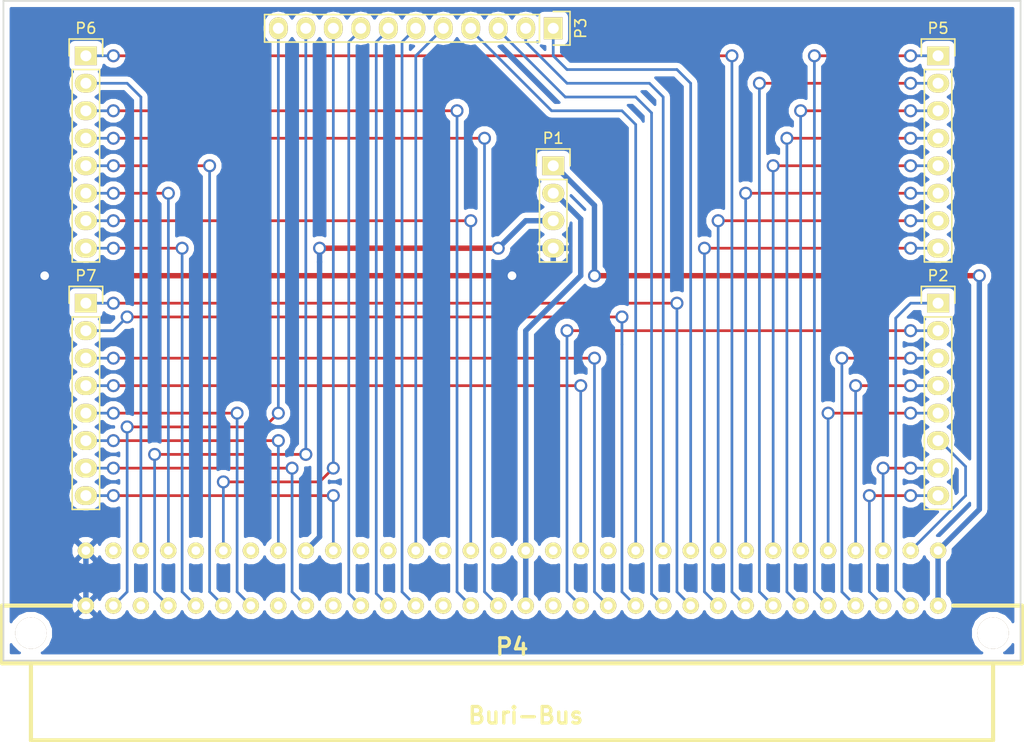
<source format=kicad_pcb>
(kicad_pcb (version 4) (host pcbnew 4.0.1-2.fc23-product)

  (general
    (links 50)
    (no_connects 0)
    (area 83.302499 50.724999 178.317501 119.516501)
    (thickness 1.6)
    (drawings 4)
    (tracks 269)
    (zones 0)
    (modules 7)
    (nets 48)
  )

  (page A4)
  (layers
    (0 F.Cu signal)
    (31 B.Cu signal)
    (32 B.Adhes user)
    (33 F.Adhes user)
    (34 B.Paste user)
    (35 F.Paste user)
    (36 B.SilkS user)
    (37 F.SilkS user)
    (38 B.Mask user)
    (39 F.Mask user)
    (40 Dwgs.User user)
    (41 Cmts.User user)
    (42 Eco1.User user)
    (43 Eco2.User user)
    (44 Edge.Cuts user)
    (45 Margin user)
    (46 B.CrtYd user)
    (47 F.CrtYd user)
    (48 B.Fab user)
    (49 F.Fab user)
  )

  (setup
    (last_trace_width 0.25)
    (trace_clearance 0.2)
    (zone_clearance 0.508)
    (zone_45_only no)
    (trace_min 0.2)
    (segment_width 0.2)
    (edge_width 0.15)
    (via_size 1.2)
    (via_drill 0.8)
    (via_min_size 1.2)
    (via_min_drill 0.3)
    (uvia_size 0.3)
    (uvia_drill 0.1)
    (uvias_allowed no)
    (uvia_min_size 0.2)
    (uvia_min_drill 0.1)
    (pcb_text_width 0.3)
    (pcb_text_size 1.5 1.5)
    (mod_edge_width 0.15)
    (mod_text_size 1 1)
    (mod_text_width 0.15)
    (pad_size 1.524 1.524)
    (pad_drill 0.762)
    (pad_to_mask_clearance 0.2)
    (aux_axis_origin 0 0)
    (visible_elements FFFFFF7F)
    (pcbplotparams
      (layerselection 0x00020_80000001)
      (usegerberextensions false)
      (excludeedgelayer true)
      (linewidth 0.100000)
      (plotframeref false)
      (viasonmask false)
      (mode 1)
      (useauxorigin false)
      (hpglpennumber 1)
      (hpglpenspeed 20)
      (hpglpendiameter 15)
      (hpglpenoverlay 2)
      (psnegative false)
      (psa4output false)
      (plotreference true)
      (plotvalue true)
      (plotinvisibletext false)
      (padsonsilk false)
      (subtractmaskfromsilk false)
      (outputformat 4)
      (mirror false)
      (drillshape 2)
      (scaleselection 1)
      (outputdirectory plot))
  )

  (net 0 "")
  (net 1 +5V)
  (net 2 +3V3)
  (net 3 /5VBat)
  (net 4 GND)
  (net 5 /D0)
  (net 6 /D1)
  (net 7 /D2)
  (net 8 /D3)
  (net 9 /D4)
  (net 10 /D5)
  (net 11 /D6)
  (net 12 /D7)
  (net 13 /RDY)
  (net 14 /BE)
  (net 15 /~VP)
  (net 16 /~ML)
  (net 17 /SYNC)
  (net 18 /~NMI)
  (net 19 /~IRQ)
  (net 20 /R~W)
  (net 21 /~IOSEL)
  (net 22 /PHI2)
  (net 23 /~RST)
  (net 24 /A0)
  (net 25 /A3)
  (net 26 /A1)
  (net 27 /A8)
  (net 28 /A7)
  (net 29 /A16)
  (net 30 /A17)
  (net 31 /A18)
  (net 32 /A11)
  (net 33 /A10)
  (net 34 /A22)
  (net 35 /A20)
  (net 36 /A12)
  (net 37 /A15)
  (net 38 /A2)
  (net 39 /A4)
  (net 40 /A5)
  (net 41 /A6)
  (net 42 /A19)
  (net 43 /A14)
  (net 44 /A23)
  (net 45 /A21)
  (net 46 /A13)
  (net 47 /A9)

  (net_class Default "This is the default net class."
    (clearance 0.2)
    (trace_width 0.25)
    (via_dia 1.2)
    (via_drill 0.8)
    (uvia_dia 0.3)
    (uvia_drill 0.1)
    (add_net /A0)
    (add_net /A1)
    (add_net /A10)
    (add_net /A11)
    (add_net /A12)
    (add_net /A13)
    (add_net /A14)
    (add_net /A15)
    (add_net /A16)
    (add_net /A17)
    (add_net /A18)
    (add_net /A19)
    (add_net /A2)
    (add_net /A20)
    (add_net /A21)
    (add_net /A22)
    (add_net /A23)
    (add_net /A3)
    (add_net /A4)
    (add_net /A5)
    (add_net /A6)
    (add_net /A7)
    (add_net /A8)
    (add_net /A9)
    (add_net /BE)
    (add_net /D0)
    (add_net /D1)
    (add_net /D2)
    (add_net /D3)
    (add_net /D4)
    (add_net /D5)
    (add_net /D6)
    (add_net /D7)
    (add_net /PHI2)
    (add_net /RDY)
    (add_net /R~W)
    (add_net /SYNC)
    (add_net /~IOSEL)
    (add_net /~IRQ)
    (add_net /~ML)
    (add_net /~NMI)
    (add_net /~RST)
    (add_net /~VP)
  )

  (net_class PWR ""
    (clearance 0.2)
    (trace_width 0.5)
    (via_dia 1.2)
    (via_drill 0.8)
    (uvia_dia 0.3)
    (uvia_drill 0.1)
    (add_net +3V3)
    (add_net +5V)
    (add_net /5VBat)
    (add_net GND)
  )

  (module Socket_Strips:Socket_Strip_Straight_1x04 (layer F.Cu) (tedit 0) (tstamp 568FC86B)
    (at 134.62 66.04 270)
    (descr "Through hole socket strip")
    (tags "socket strip")
    (path /568FEC6C)
    (fp_text reference P1 (at -2.54 0 360) (layer F.SilkS)
      (effects (font (size 1 1) (thickness 0.15)))
    )
    (fp_text value PWR (at 0 -3.1 270) (layer F.Fab)
      (effects (font (size 1 1) (thickness 0.15)))
    )
    (fp_line (start -1.75 -1.75) (end -1.75 1.75) (layer F.CrtYd) (width 0.05))
    (fp_line (start 9.4 -1.75) (end 9.4 1.75) (layer F.CrtYd) (width 0.05))
    (fp_line (start -1.75 -1.75) (end 9.4 -1.75) (layer F.CrtYd) (width 0.05))
    (fp_line (start -1.75 1.75) (end 9.4 1.75) (layer F.CrtYd) (width 0.05))
    (fp_line (start 1.27 -1.27) (end 8.89 -1.27) (layer F.SilkS) (width 0.15))
    (fp_line (start 1.27 1.27) (end 8.89 1.27) (layer F.SilkS) (width 0.15))
    (fp_line (start -1.55 1.55) (end 0 1.55) (layer F.SilkS) (width 0.15))
    (fp_line (start 8.89 -1.27) (end 8.89 1.27) (layer F.SilkS) (width 0.15))
    (fp_line (start 1.27 1.27) (end 1.27 -1.27) (layer F.SilkS) (width 0.15))
    (fp_line (start 0 -1.55) (end -1.55 -1.55) (layer F.SilkS) (width 0.15))
    (fp_line (start -1.55 -1.55) (end -1.55 1.55) (layer F.SilkS) (width 0.15))
    (pad 1 thru_hole rect (at 0 0 270) (size 1.7272 2.032) (drill 1.016) (layers *.Cu *.Mask F.SilkS)
      (net 1 +5V))
    (pad 2 thru_hole oval (at 2.54 0 270) (size 1.7272 2.032) (drill 1.016) (layers *.Cu *.Mask F.SilkS)
      (net 2 +3V3))
    (pad 3 thru_hole oval (at 5.08 0 270) (size 1.7272 2.032) (drill 1.016) (layers *.Cu *.Mask F.SilkS)
      (net 3 /5VBat))
    (pad 4 thru_hole oval (at 7.62 0 270) (size 1.7272 2.032) (drill 1.016) (layers *.Cu *.Mask F.SilkS)
      (net 4 GND))
    (model Socket_Strips.3dshapes/Socket_Strip_Straight_1x04.wrl
      (at (xyz 0.15 0 0))
      (scale (xyz 1 1 1))
      (rotate (xyz 0 0 180))
    )
  )

  (module Socket_Strips:Socket_Strip_Straight_1x08 (layer F.Cu) (tedit 0) (tstamp 568FC882)
    (at 170.18 78.74 270)
    (descr "Through hole socket strip")
    (tags "socket strip")
    (path /568FE8F9)
    (fp_text reference P2 (at -2.54 0 360) (layer F.SilkS)
      (effects (font (size 1 1) (thickness 0.15)))
    )
    (fp_text value D[0..7] (at 0 -3.1 270) (layer F.Fab)
      (effects (font (size 1 1) (thickness 0.15)))
    )
    (fp_line (start -1.75 -1.75) (end -1.75 1.75) (layer F.CrtYd) (width 0.05))
    (fp_line (start 19.55 -1.75) (end 19.55 1.75) (layer F.CrtYd) (width 0.05))
    (fp_line (start -1.75 -1.75) (end 19.55 -1.75) (layer F.CrtYd) (width 0.05))
    (fp_line (start -1.75 1.75) (end 19.55 1.75) (layer F.CrtYd) (width 0.05))
    (fp_line (start 1.27 1.27) (end 19.05 1.27) (layer F.SilkS) (width 0.15))
    (fp_line (start 19.05 1.27) (end 19.05 -1.27) (layer F.SilkS) (width 0.15))
    (fp_line (start 19.05 -1.27) (end 1.27 -1.27) (layer F.SilkS) (width 0.15))
    (fp_line (start -1.55 1.55) (end 0 1.55) (layer F.SilkS) (width 0.15))
    (fp_line (start 1.27 1.27) (end 1.27 -1.27) (layer F.SilkS) (width 0.15))
    (fp_line (start 0 -1.55) (end -1.55 -1.55) (layer F.SilkS) (width 0.15))
    (fp_line (start -1.55 -1.55) (end -1.55 1.55) (layer F.SilkS) (width 0.15))
    (pad 1 thru_hole rect (at 0 0 270) (size 1.7272 2.032) (drill 1.016) (layers *.Cu *.Mask F.SilkS)
      (net 5 /D0))
    (pad 2 thru_hole oval (at 2.54 0 270) (size 1.7272 2.032) (drill 1.016) (layers *.Cu *.Mask F.SilkS)
      (net 6 /D1))
    (pad 3 thru_hole oval (at 5.08 0 270) (size 1.7272 2.032) (drill 1.016) (layers *.Cu *.Mask F.SilkS)
      (net 7 /D2))
    (pad 4 thru_hole oval (at 7.62 0 270) (size 1.7272 2.032) (drill 1.016) (layers *.Cu *.Mask F.SilkS)
      (net 8 /D3))
    (pad 5 thru_hole oval (at 10.16 0 270) (size 1.7272 2.032) (drill 1.016) (layers *.Cu *.Mask F.SilkS)
      (net 9 /D4))
    (pad 6 thru_hole oval (at 12.7 0 270) (size 1.7272 2.032) (drill 1.016) (layers *.Cu *.Mask F.SilkS)
      (net 10 /D5))
    (pad 7 thru_hole oval (at 15.24 0 270) (size 1.7272 2.032) (drill 1.016) (layers *.Cu *.Mask F.SilkS)
      (net 11 /D6))
    (pad 8 thru_hole oval (at 17.78 0 270) (size 1.7272 2.032) (drill 1.016) (layers *.Cu *.Mask F.SilkS)
      (net 12 /D7))
    (model Socket_Strips.3dshapes/Socket_Strip_Straight_1x08.wrl
      (at (xyz 0.35 0 0))
      (scale (xyz 1 1 1))
      (rotate (xyz 0 0 180))
    )
  )

  (module Socket_Strips:Socket_Strip_Straight_1x11 (layer F.Cu) (tedit 0) (tstamp 568FC89C)
    (at 134.62 53.34 180)
    (descr "Through hole socket strip")
    (tags "socket strip")
    (path /568FF732)
    (fp_text reference P3 (at -2.54 0 270) (layer F.SilkS)
      (effects (font (size 1 1) (thickness 0.15)))
    )
    (fp_text value CTRL (at 0 -3.1 180) (layer F.Fab)
      (effects (font (size 1 1) (thickness 0.15)))
    )
    (fp_line (start -1.75 -1.75) (end -1.75 1.75) (layer F.CrtYd) (width 0.05))
    (fp_line (start 27.15 -1.75) (end 27.15 1.75) (layer F.CrtYd) (width 0.05))
    (fp_line (start -1.75 -1.75) (end 27.15 -1.75) (layer F.CrtYd) (width 0.05))
    (fp_line (start -1.75 1.75) (end 27.15 1.75) (layer F.CrtYd) (width 0.05))
    (fp_line (start 1.27 1.27) (end 26.67 1.27) (layer F.SilkS) (width 0.15))
    (fp_line (start 26.67 1.27) (end 26.67 -1.27) (layer F.SilkS) (width 0.15))
    (fp_line (start 26.67 -1.27) (end 1.27 -1.27) (layer F.SilkS) (width 0.15))
    (fp_line (start -1.55 1.55) (end 0 1.55) (layer F.SilkS) (width 0.15))
    (fp_line (start 1.27 1.27) (end 1.27 -1.27) (layer F.SilkS) (width 0.15))
    (fp_line (start 0 -1.55) (end -1.55 -1.55) (layer F.SilkS) (width 0.15))
    (fp_line (start -1.55 -1.55) (end -1.55 1.55) (layer F.SilkS) (width 0.15))
    (pad 1 thru_hole rect (at 0 0 180) (size 1.7272 2.032) (drill 1.016) (layers *.Cu *.Mask F.SilkS)
      (net 13 /RDY))
    (pad 2 thru_hole oval (at 2.54 0 180) (size 1.7272 2.032) (drill 1.016) (layers *.Cu *.Mask F.SilkS)
      (net 14 /BE))
    (pad 3 thru_hole oval (at 5.08 0 180) (size 1.7272 2.032) (drill 1.016) (layers *.Cu *.Mask F.SilkS)
      (net 15 /~VP))
    (pad 4 thru_hole oval (at 7.62 0 180) (size 1.7272 2.032) (drill 1.016) (layers *.Cu *.Mask F.SilkS)
      (net 16 /~ML))
    (pad 5 thru_hole oval (at 10.16 0 180) (size 1.7272 2.032) (drill 1.016) (layers *.Cu *.Mask F.SilkS)
      (net 17 /SYNC))
    (pad 6 thru_hole oval (at 12.7 0 180) (size 1.7272 2.032) (drill 1.016) (layers *.Cu *.Mask F.SilkS)
      (net 18 /~NMI))
    (pad 7 thru_hole oval (at 15.24 0 180) (size 1.7272 2.032) (drill 1.016) (layers *.Cu *.Mask F.SilkS)
      (net 19 /~IRQ))
    (pad 8 thru_hole oval (at 17.78 0 180) (size 1.7272 2.032) (drill 1.016) (layers *.Cu *.Mask F.SilkS)
      (net 20 /R~W))
    (pad 9 thru_hole oval (at 20.32 0 180) (size 1.7272 2.032) (drill 1.016) (layers *.Cu *.Mask F.SilkS)
      (net 21 /~IOSEL))
    (pad 10 thru_hole oval (at 22.86 0 180) (size 1.7272 2.032) (drill 1.016) (layers *.Cu *.Mask F.SilkS)
      (net 22 /PHI2))
    (pad 11 thru_hole oval (at 25.4 0 180) (size 1.7272 2.032) (drill 1.016) (layers *.Cu *.Mask F.SilkS)
      (net 23 /~RST))
    (model Socket_Strips.3dshapes/Socket_Strip_Straight_1x11.wrl
      (at (xyz 0.5 0 0))
      (scale (xyz 1 1 1))
      (rotate (xyz 0 0 180))
    )
  )

  (module buri-breakout:Budi-Bus-Male (layer F.Cu) (tedit 568FBDC9) (tstamp 568FC8EA)
    (at 130.81 104.14)
    (path /568FE6B1)
    (fp_text reference P4 (at 0 6.35) (layer F.SilkS)
      (effects (font (thickness 0.3048)))
    )
    (fp_text value Buri-Bus (at 1.27 12.7) (layer F.SilkS)
      (effects (font (thickness 0.3048)))
    )
    (fp_line (start 44.45 7.874) (end 44.45 14.986) (layer F.SilkS) (width 0.381))
    (fp_line (start 44.45 14.986) (end -44.45 14.986) (layer F.SilkS) (width 0.381))
    (fp_line (start -44.45 14.986) (end -44.45 7.874) (layer F.SilkS) (width 0.381))
    (fp_line (start 47.117 2.54) (end 40.767 2.54) (layer F.SilkS) (width 0.381))
    (fp_line (start 47.117 2.54) (end 47.117 7.874) (layer F.SilkS) (width 0.381))
    (fp_line (start 47.117 7.874) (end -47.117 7.874) (layer F.SilkS) (width 0.381))
    (fp_line (start -47.117 7.874) (end -47.117 2.54) (layer F.SilkS) (width 0.381))
    (fp_line (start -47.117 2.54) (end -40.767 2.54) (layer F.SilkS) (width 0.381))
    (pad 1c thru_hole circle (at 39.37 2.54 180) (size 1.50114 1.50114) (drill 0.8001) (layers *.Cu *.Mask F.SilkS)
      (net 1 +5V))
    (pad 2c thru_hole circle (at 36.83 2.54 180) (size 1.50114 1.50114) (drill 0.8001) (layers *.Cu *.Mask F.SilkS)
      (net 5 /D0))
    (pad 4c thru_hole circle (at 31.75 2.54 180) (size 1.50114 1.50114) (drill 0.8001) (layers *.Cu *.Mask F.SilkS)
      (net 7 /D2))
    (pad 3c thru_hole circle (at 34.29 2.54 180) (size 1.50114 1.50114) (drill 0.8001) (layers *.Cu *.Mask F.SilkS)
      (net 12 /D7))
    (pad 5c thru_hole circle (at 29.21 2.54 180) (size 1.50114 1.50114) (drill 0.8001) (layers *.Cu *.Mask F.SilkS)
      (net 24 /A0))
    (pad 6c thru_hole circle (at 26.67 2.54 180) (size 1.50114 1.50114) (drill 0.8001) (layers *.Cu *.Mask F.SilkS)
      (net 25 /A3))
    (pad 7c thru_hole circle (at 24.13 2.54 180) (size 1.50114 1.50114) (drill 0.8001) (layers *.Cu *.Mask F.SilkS)
      (net 26 /A1))
    (pad 8c thru_hole circle (at 21.59 2.54 180) (size 1.50114 1.50114) (drill 0.8001) (layers *.Cu *.Mask F.SilkS)
      (net 27 /A8))
    (pad 9c thru_hole circle (at 19.05 2.54 180) (size 1.50114 1.50114) (drill 0.8001) (layers *.Cu *.Mask F.SilkS)
      (net 28 /A7))
    (pad 10c thru_hole circle (at 16.51 2.54 180) (size 1.50114 1.50114) (drill 0.8001) (layers *.Cu *.Mask F.SilkS)
      (net 29 /A16))
    (pad 11c thru_hole circle (at 13.97 2.54 180) (size 1.50114 1.50114) (drill 0.8001) (layers *.Cu *.Mask F.SilkS)
      (net 15 /~VP))
    (pad 12c thru_hole circle (at 11.43 2.54 180) (size 1.50114 1.50114) (drill 0.8001) (layers *.Cu *.Mask F.SilkS)
      (net 30 /A17))
    (pad 13c thru_hole circle (at 8.89 2.54 180) (size 1.50114 1.50114) (drill 0.8001) (layers *.Cu *.Mask F.SilkS)
      (net 31 /A18))
    (pad 14c thru_hole circle (at 6.35 2.54 180) (size 1.50114 1.50114) (drill 0.8001) (layers *.Cu *.Mask F.SilkS)
      (net 6 /D1))
    (pad 15c thru_hole circle (at 3.81 2.54 180) (size 1.50114 1.50114) (drill 0.8001) (layers *.Cu *.Mask F.SilkS))
    (pad 16c thru_hole circle (at 1.27 2.54 180) (size 1.50114 1.50114) (drill 0.8001) (layers *.Cu *.Mask F.SilkS)
      (net 2 +3V3))
    (pad 17c thru_hole circle (at -1.27 2.54 180) (size 1.50114 1.50114) (drill 0.8001) (layers *.Cu *.Mask F.SilkS)
      (net 32 /A11))
    (pad 18c thru_hole circle (at -3.81 2.54 180) (size 1.50114 1.50114) (drill 0.8001) (layers *.Cu *.Mask F.SilkS)
      (net 33 /A10))
    (pad 19c thru_hole circle (at -6.35 2.54 180) (size 1.50114 1.50114) (drill 0.8001) (layers *.Cu *.Mask F.SilkS))
    (pad 20c thru_hole circle (at -8.89 2.54 180) (size 1.50114 1.50114) (drill 0.8001) (layers *.Cu *.Mask F.SilkS)
      (net 18 /~NMI))
    (pad 21c thru_hole circle (at -11.43 2.54 180) (size 1.50114 1.50114) (drill 0.8001) (layers *.Cu *.Mask F.SilkS)
      (net 19 /~IRQ))
    (pad 22c thru_hole circle (at -13.97 2.54 180) (size 1.50114 1.50114) (drill 0.8001) (layers *.Cu *.Mask F.SilkS)
      (net 20 /R~W))
    (pad 23c thru_hole circle (at -16.51 2.54 180) (size 1.50114 1.50114) (drill 0.8001) (layers *.Cu *.Mask F.SilkS))
    (pad 24c thru_hole circle (at -19.05 2.54 180) (size 1.50114 1.50114) (drill 0.8001) (layers *.Cu *.Mask F.SilkS)
      (net 34 /A22))
    (pad 25c thru_hole circle (at -21.59 2.54 180) (size 1.50114 1.50114) (drill 0.8001) (layers *.Cu *.Mask F.SilkS))
    (pad 26c thru_hole circle (at -24.13 2.54 180) (size 1.50114 1.50114) (drill 0.8001) (layers *.Cu *.Mask F.SilkS)
      (net 35 /A20))
    (pad 27c thru_hole circle (at -26.67 2.54 180) (size 1.50114 1.50114) (drill 0.8001) (layers *.Cu *.Mask F.SilkS)
      (net 36 /A12))
    (pad 28c thru_hole circle (at -29.21 2.54 180) (size 1.50114 1.50114) (drill 0.8001) (layers *.Cu *.Mask F.SilkS)
      (net 37 /A15))
    (pad 29c thru_hole circle (at -31.75 2.54 180) (size 1.50114 1.50114) (drill 0.8001) (layers *.Cu *.Mask F.SilkS)
      (net 22 /PHI2))
    (pad 30c thru_hole circle (at -34.29 2.54 180) (size 1.50114 1.50114) (drill 0.8001) (layers *.Cu *.Mask F.SilkS))
    (pad 31c thru_hole circle (at -36.83 2.54 180) (size 1.50114 1.50114) (drill 0.8001) (layers *.Cu *.Mask F.SilkS)
      (net 23 /~RST))
    (pad 32c thru_hole circle (at -39.37 2.54 180) (size 1.50114 1.50114) (drill 0.8001) (layers *.Cu *.Mask F.SilkS)
      (net 4 GND))
    (pad 1a thru_hole circle (at 39.37 -2.54 180) (size 1.50114 1.50114) (drill 0.8001) (layers *.Cu *.Mask F.SilkS)
      (net 1 +5V))
    (pad 2a thru_hole circle (at 36.83 -2.54 180) (size 1.50114 1.50114) (drill 0.8001) (layers *.Cu *.Mask F.SilkS)
      (net 10 /D5))
    (pad 4a thru_hole circle (at 31.75 -2.54 180) (size 1.50114 1.50114) (drill 0.8001) (layers *.Cu *.Mask F.SilkS)
      (net 8 /D3))
    (pad 3a thru_hole circle (at 34.29 -2.54 180) (size 1.50114 1.50114) (drill 0.8001) (layers *.Cu *.Mask F.SilkS)
      (net 11 /D6))
    (pad 5a thru_hole circle (at 29.21 -2.54 180) (size 1.50114 1.50114) (drill 0.8001) (layers *.Cu *.Mask F.SilkS)
      (net 9 /D4))
    (pad 6a thru_hole circle (at 26.67 -2.54 180) (size 1.50114 1.50114) (drill 0.8001) (layers *.Cu *.Mask F.SilkS)
      (net 38 /A2))
    (pad 7a thru_hole circle (at 24.13 -2.54 180) (size 1.50114 1.50114) (drill 0.8001) (layers *.Cu *.Mask F.SilkS)
      (net 39 /A4))
    (pad 8a thru_hole circle (at 21.59 -2.54 180) (size 1.50114 1.50114) (drill 0.8001) (layers *.Cu *.Mask F.SilkS)
      (net 40 /A5))
    (pad 9a thru_hole circle (at 19.05 -2.54 180) (size 1.50114 1.50114) (drill 0.8001) (layers *.Cu *.Mask F.SilkS)
      (net 41 /A6))
    (pad 10a thru_hole circle (at 16.51 -2.54 180) (size 1.50114 1.50114) (drill 0.8001) (layers *.Cu *.Mask F.SilkS)
      (net 13 /RDY))
    (pad 11a thru_hole circle (at 13.97 -2.54 180) (size 1.50114 1.50114) (drill 0.8001) (layers *.Cu *.Mask F.SilkS)
      (net 14 /BE))
    (pad 12a thru_hole circle (at 11.43 -2.54 180) (size 1.50114 1.50114) (drill 0.8001) (layers *.Cu *.Mask F.SilkS)
      (net 16 /~ML))
    (pad 13a thru_hole circle (at 8.89 -2.54 180) (size 1.50114 1.50114) (drill 0.8001) (layers *.Cu *.Mask F.SilkS))
    (pad 14a thru_hole circle (at 6.35 -2.54 180) (size 1.50114 1.50114) (drill 0.8001) (layers *.Cu *.Mask F.SilkS)
      (net 42 /A19))
    (pad 15a thru_hole circle (at 3.81 -2.54 180) (size 1.50114 1.50114) (drill 0.8001) (layers *.Cu *.Mask F.SilkS))
    (pad 16a thru_hole circle (at 1.27 -2.54 180) (size 1.50114 1.50114) (drill 0.8001) (layers *.Cu *.Mask F.SilkS)
      (net 2 +3V3))
    (pad 17a thru_hole circle (at -1.27 -2.54 180) (size 1.50114 1.50114) (drill 0.8001) (layers *.Cu *.Mask F.SilkS))
    (pad 18a thru_hole circle (at -3.81 -2.54 180) (size 1.50114 1.50114) (drill 0.8001) (layers *.Cu *.Mask F.SilkS)
      (net 43 /A14))
    (pad 19a thru_hole circle (at -6.35 -2.54 180) (size 1.50114 1.50114) (drill 0.8001) (layers *.Cu *.Mask F.SilkS))
    (pad 20a thru_hole circle (at -8.89 -2.54 180) (size 1.50114 1.50114) (drill 0.8001) (layers *.Cu *.Mask F.SilkS)
      (net 17 /SYNC))
    (pad 21a thru_hole circle (at -11.43 -2.54 180) (size 1.50114 1.50114) (drill 0.8001) (layers *.Cu *.Mask F.SilkS))
    (pad 22a thru_hole circle (at -13.97 -2.54 180) (size 1.50114 1.50114) (drill 0.8001) (layers *.Cu *.Mask F.SilkS))
    (pad 23a thru_hole circle (at -16.51 -2.54 180) (size 1.50114 1.50114) (drill 0.8001) (layers *.Cu *.Mask F.SilkS)
      (net 44 /A23))
    (pad 24a thru_hole circle (at -19.05 -2.54 180) (size 1.50114 1.50114) (drill 0.8001) (layers *.Cu *.Mask F.SilkS)
      (net 3 /5VBat))
    (pad 25a thru_hole circle (at -21.59 -2.54 180) (size 1.50114 1.50114) (drill 0.8001) (layers *.Cu *.Mask F.SilkS)
      (net 45 /A21))
    (pad 26a thru_hole circle (at -24.13 -2.54 180) (size 1.50114 1.50114) (drill 0.8001) (layers *.Cu *.Mask F.SilkS))
    (pad 27a thru_hole circle (at -26.67 -2.54 180) (size 1.50114 1.50114) (drill 0.8001) (layers *.Cu *.Mask F.SilkS)
      (net 21 /~IOSEL))
    (pad 28a thru_hole circle (at -29.21 -2.54 180) (size 1.50114 1.50114) (drill 0.8001) (layers *.Cu *.Mask F.SilkS))
    (pad 29a thru_hole circle (at -31.75 -2.54 180) (size 1.50114 1.50114) (drill 0.8001) (layers *.Cu *.Mask F.SilkS)
      (net 46 /A13))
    (pad 30a thru_hole circle (at -34.29 -2.54 180) (size 1.50114 1.50114) (drill 0.8001) (layers *.Cu *.Mask F.SilkS)
      (net 47 /A9))
    (pad 31a thru_hole circle (at -36.83 -2.54 180) (size 1.50114 1.50114) (drill 0.8001) (layers *.Cu *.Mask F.SilkS))
    (pad 32a thru_hole circle (at -39.37 -2.54 180) (size 1.50114 1.50114) (drill 0.8001) (layers *.Cu *.Mask F.SilkS)
      (net 4 GND))
    (pad 1 thru_hole circle (at -44.45 5.08) (size 2.90068 2.90068) (drill 2.90068) (layers *.Cu *.Mask F.SilkS))
    (pad 1 thru_hole circle (at 44.45 5.08) (size 2.90068 2.90068) (drill 2.90068) (layers *.Cu *.Mask F.SilkS))
  )

  (module Socket_Strips:Socket_Strip_Straight_1x08 (layer F.Cu) (tedit 0) (tstamp 568FC901)
    (at 170.18 55.88 270)
    (descr "Through hole socket strip")
    (tags "socket strip")
    (path /568FEAE3)
    (fp_text reference P5 (at -2.54 0 360) (layer F.SilkS)
      (effects (font (size 1 1) (thickness 0.15)))
    )
    (fp_text value A[0..7] (at 0 -3.1 270) (layer F.Fab)
      (effects (font (size 1 1) (thickness 0.15)))
    )
    (fp_line (start -1.75 -1.75) (end -1.75 1.75) (layer F.CrtYd) (width 0.05))
    (fp_line (start 19.55 -1.75) (end 19.55 1.75) (layer F.CrtYd) (width 0.05))
    (fp_line (start -1.75 -1.75) (end 19.55 -1.75) (layer F.CrtYd) (width 0.05))
    (fp_line (start -1.75 1.75) (end 19.55 1.75) (layer F.CrtYd) (width 0.05))
    (fp_line (start 1.27 1.27) (end 19.05 1.27) (layer F.SilkS) (width 0.15))
    (fp_line (start 19.05 1.27) (end 19.05 -1.27) (layer F.SilkS) (width 0.15))
    (fp_line (start 19.05 -1.27) (end 1.27 -1.27) (layer F.SilkS) (width 0.15))
    (fp_line (start -1.55 1.55) (end 0 1.55) (layer F.SilkS) (width 0.15))
    (fp_line (start 1.27 1.27) (end 1.27 -1.27) (layer F.SilkS) (width 0.15))
    (fp_line (start 0 -1.55) (end -1.55 -1.55) (layer F.SilkS) (width 0.15))
    (fp_line (start -1.55 -1.55) (end -1.55 1.55) (layer F.SilkS) (width 0.15))
    (pad 1 thru_hole rect (at 0 0 270) (size 1.7272 2.032) (drill 1.016) (layers *.Cu *.Mask F.SilkS)
      (net 24 /A0))
    (pad 2 thru_hole oval (at 2.54 0 270) (size 1.7272 2.032) (drill 1.016) (layers *.Cu *.Mask F.SilkS)
      (net 26 /A1))
    (pad 3 thru_hole oval (at 5.08 0 270) (size 1.7272 2.032) (drill 1.016) (layers *.Cu *.Mask F.SilkS)
      (net 38 /A2))
    (pad 4 thru_hole oval (at 7.62 0 270) (size 1.7272 2.032) (drill 1.016) (layers *.Cu *.Mask F.SilkS)
      (net 25 /A3))
    (pad 5 thru_hole oval (at 10.16 0 270) (size 1.7272 2.032) (drill 1.016) (layers *.Cu *.Mask F.SilkS)
      (net 39 /A4))
    (pad 6 thru_hole oval (at 12.7 0 270) (size 1.7272 2.032) (drill 1.016) (layers *.Cu *.Mask F.SilkS)
      (net 40 /A5))
    (pad 7 thru_hole oval (at 15.24 0 270) (size 1.7272 2.032) (drill 1.016) (layers *.Cu *.Mask F.SilkS)
      (net 41 /A6))
    (pad 8 thru_hole oval (at 17.78 0 270) (size 1.7272 2.032) (drill 1.016) (layers *.Cu *.Mask F.SilkS)
      (net 28 /A7))
    (model Socket_Strips.3dshapes/Socket_Strip_Straight_1x08.wrl
      (at (xyz 0.35 0 0))
      (scale (xyz 1 1 1))
      (rotate (xyz 0 0 180))
    )
  )

  (module Socket_Strips:Socket_Strip_Straight_1x08 (layer F.Cu) (tedit 0) (tstamp 568FC918)
    (at 91.44 55.88 270)
    (descr "Through hole socket strip")
    (tags "socket strip")
    (path /568FF377)
    (fp_text reference P6 (at -2.54 0 360) (layer F.SilkS)
      (effects (font (size 1 1) (thickness 0.15)))
    )
    (fp_text value A[8..15] (at 0 -3.1 270) (layer F.Fab)
      (effects (font (size 1 1) (thickness 0.15)))
    )
    (fp_line (start -1.75 -1.75) (end -1.75 1.75) (layer F.CrtYd) (width 0.05))
    (fp_line (start 19.55 -1.75) (end 19.55 1.75) (layer F.CrtYd) (width 0.05))
    (fp_line (start -1.75 -1.75) (end 19.55 -1.75) (layer F.CrtYd) (width 0.05))
    (fp_line (start -1.75 1.75) (end 19.55 1.75) (layer F.CrtYd) (width 0.05))
    (fp_line (start 1.27 1.27) (end 19.05 1.27) (layer F.SilkS) (width 0.15))
    (fp_line (start 19.05 1.27) (end 19.05 -1.27) (layer F.SilkS) (width 0.15))
    (fp_line (start 19.05 -1.27) (end 1.27 -1.27) (layer F.SilkS) (width 0.15))
    (fp_line (start -1.55 1.55) (end 0 1.55) (layer F.SilkS) (width 0.15))
    (fp_line (start 1.27 1.27) (end 1.27 -1.27) (layer F.SilkS) (width 0.15))
    (fp_line (start 0 -1.55) (end -1.55 -1.55) (layer F.SilkS) (width 0.15))
    (fp_line (start -1.55 -1.55) (end -1.55 1.55) (layer F.SilkS) (width 0.15))
    (pad 1 thru_hole rect (at 0 0 270) (size 1.7272 2.032) (drill 1.016) (layers *.Cu *.Mask F.SilkS)
      (net 27 /A8))
    (pad 2 thru_hole oval (at 2.54 0 270) (size 1.7272 2.032) (drill 1.016) (layers *.Cu *.Mask F.SilkS)
      (net 47 /A9))
    (pad 3 thru_hole oval (at 5.08 0 270) (size 1.7272 2.032) (drill 1.016) (layers *.Cu *.Mask F.SilkS)
      (net 33 /A10))
    (pad 4 thru_hole oval (at 7.62 0 270) (size 1.7272 2.032) (drill 1.016) (layers *.Cu *.Mask F.SilkS)
      (net 32 /A11))
    (pad 5 thru_hole oval (at 10.16 0 270) (size 1.7272 2.032) (drill 1.016) (layers *.Cu *.Mask F.SilkS)
      (net 36 /A12))
    (pad 6 thru_hole oval (at 12.7 0 270) (size 1.7272 2.032) (drill 1.016) (layers *.Cu *.Mask F.SilkS)
      (net 46 /A13))
    (pad 7 thru_hole oval (at 15.24 0 270) (size 1.7272 2.032) (drill 1.016) (layers *.Cu *.Mask F.SilkS)
      (net 43 /A14))
    (pad 8 thru_hole oval (at 17.78 0 270) (size 1.7272 2.032) (drill 1.016) (layers *.Cu *.Mask F.SilkS)
      (net 37 /A15))
    (model Socket_Strips.3dshapes/Socket_Strip_Straight_1x08.wrl
      (at (xyz 0.35 0 0))
      (scale (xyz 1 1 1))
      (rotate (xyz 0 0 180))
    )
  )

  (module Socket_Strips:Socket_Strip_Straight_1x08 (layer F.Cu) (tedit 0) (tstamp 568FC92F)
    (at 91.44 78.74 270)
    (descr "Through hole socket strip")
    (tags "socket strip")
    (path /568FF3C2)
    (fp_text reference P7 (at -2.54 0 360) (layer F.SilkS)
      (effects (font (size 1 1) (thickness 0.15)))
    )
    (fp_text value A[15..23] (at 0 -3.1 270) (layer F.Fab)
      (effects (font (size 1 1) (thickness 0.15)))
    )
    (fp_line (start -1.75 -1.75) (end -1.75 1.75) (layer F.CrtYd) (width 0.05))
    (fp_line (start 19.55 -1.75) (end 19.55 1.75) (layer F.CrtYd) (width 0.05))
    (fp_line (start -1.75 -1.75) (end 19.55 -1.75) (layer F.CrtYd) (width 0.05))
    (fp_line (start -1.75 1.75) (end 19.55 1.75) (layer F.CrtYd) (width 0.05))
    (fp_line (start 1.27 1.27) (end 19.05 1.27) (layer F.SilkS) (width 0.15))
    (fp_line (start 19.05 1.27) (end 19.05 -1.27) (layer F.SilkS) (width 0.15))
    (fp_line (start 19.05 -1.27) (end 1.27 -1.27) (layer F.SilkS) (width 0.15))
    (fp_line (start -1.55 1.55) (end 0 1.55) (layer F.SilkS) (width 0.15))
    (fp_line (start 1.27 1.27) (end 1.27 -1.27) (layer F.SilkS) (width 0.15))
    (fp_line (start 0 -1.55) (end -1.55 -1.55) (layer F.SilkS) (width 0.15))
    (fp_line (start -1.55 -1.55) (end -1.55 1.55) (layer F.SilkS) (width 0.15))
    (pad 1 thru_hole rect (at 0 0 270) (size 1.7272 2.032) (drill 1.016) (layers *.Cu *.Mask F.SilkS)
      (net 29 /A16))
    (pad 2 thru_hole oval (at 2.54 0 270) (size 1.7272 2.032) (drill 1.016) (layers *.Cu *.Mask F.SilkS)
      (net 30 /A17))
    (pad 3 thru_hole oval (at 5.08 0 270) (size 1.7272 2.032) (drill 1.016) (layers *.Cu *.Mask F.SilkS)
      (net 31 /A18))
    (pad 4 thru_hole oval (at 7.62 0 270) (size 1.7272 2.032) (drill 1.016) (layers *.Cu *.Mask F.SilkS)
      (net 42 /A19))
    (pad 5 thru_hole oval (at 10.16 0 270) (size 1.7272 2.032) (drill 1.016) (layers *.Cu *.Mask F.SilkS)
      (net 35 /A20))
    (pad 6 thru_hole oval (at 12.7 0 270) (size 1.7272 2.032) (drill 1.016) (layers *.Cu *.Mask F.SilkS)
      (net 45 /A21))
    (pad 7 thru_hole oval (at 15.24 0 270) (size 1.7272 2.032) (drill 1.016) (layers *.Cu *.Mask F.SilkS)
      (net 34 /A22))
    (pad 8 thru_hole oval (at 17.78 0 270) (size 1.7272 2.032) (drill 1.016) (layers *.Cu *.Mask F.SilkS)
      (net 44 /A23))
    (model Socket_Strips.3dshapes/Socket_Strip_Straight_1x08.wrl
      (at (xyz 0.35 0 0))
      (scale (xyz 1 1 1))
      (rotate (xyz 0 0 180))
    )
  )

  (gr_line (start 83.82 50.8) (end 83.82 111.76) (layer Edge.Cuts) (width 0.15))
  (gr_line (start 177.8 50.8) (end 83.82 50.8) (layer Edge.Cuts) (width 0.15))
  (gr_line (start 177.8 111.76) (end 177.8 50.8) (layer Edge.Cuts) (width 0.15))
  (gr_line (start 83.82 111.76) (end 177.8 111.76) (layer Edge.Cuts) (width 0.15))

  (segment (start 173.99 76.2) (end 173.99 97.79) (width 0.5) (layer B.Cu) (net 1))
  (segment (start 173.99 97.79) (end 170.18 101.6) (width 0.5) (layer B.Cu) (net 1))
  (segment (start 138.43 76.2) (end 173.99 76.2) (width 0.5) (layer F.Cu) (net 1))
  (via (at 173.99 76.2) (size 1.2) (drill 0.8) (layers F.Cu B.Cu) (net 1))
  (segment (start 134.62 66.04) (end 134.7724 66.04) (width 0.5) (layer B.Cu) (net 1))
  (segment (start 134.7724 66.04) (end 138.43 69.6976) (width 0.5) (layer B.Cu) (net 1))
  (segment (start 138.43 69.6976) (end 138.43 76.2) (width 0.5) (layer B.Cu) (net 1))
  (via (at 138.43 76.2) (size 1.2) (drill 0.8) (layers F.Cu B.Cu) (net 1))
  (segment (start 170.18 101.6) (end 170.18 106.68) (width 0.5) (layer B.Cu) (net 1) (status 30))
  (segment (start 134.62 68.58) (end 134.7724 68.58) (width 0.5) (layer B.Cu) (net 2))
  (segment (start 134.7724 68.58) (end 137.16 70.9676) (width 0.5) (layer B.Cu) (net 2))
  (segment (start 137.16 70.9676) (end 137.16 76.2) (width 0.5) (layer B.Cu) (net 2))
  (segment (start 137.16 76.2) (end 132.08 81.28) (width 0.5) (layer B.Cu) (net 2))
  (segment (start 132.08 81.28) (end 132.08 100.538534) (width 0.5) (layer B.Cu) (net 2))
  (segment (start 132.08 100.538534) (end 132.08 101.6) (width 0.5) (layer B.Cu) (net 2))
  (segment (start 132.08 101.6) (end 132.08 106.68) (width 0.5) (layer B.Cu) (net 2) (status 30))
  (segment (start 113.03 74.93) (end 113.03 73.66) (width 0.5) (layer B.Cu) (net 3))
  (via (at 113.03 73.66) (size 1.2) (drill 0.8) (layers F.Cu B.Cu) (net 3))
  (segment (start 129.54 73.66) (end 113.03 73.66) (width 0.5) (layer F.Cu) (net 3))
  (segment (start 132.08 71.12) (end 129.54 73.66) (width 0.5) (layer B.Cu) (net 3))
  (via (at 129.54 73.66) (size 1.2) (drill 0.8) (layers F.Cu B.Cu) (net 3))
  (segment (start 113.03 74.93) (end 113.03 100.33) (width 0.5) (layer B.Cu) (net 3))
  (segment (start 113.03 100.33) (end 111.76 101.6) (width 0.5) (layer B.Cu) (net 3))
  (segment (start 134.62 71.12) (end 132.08 71.12) (width 0.5) (layer B.Cu) (net 3))
  (segment (start 130.81 74.93) (end 132.08 73.66) (width 0.5) (layer B.Cu) (net 4))
  (segment (start 130.81 76.2) (end 130.81 74.93) (width 0.5) (layer B.Cu) (net 4))
  (segment (start 129.54 76.2) (end 130.81 76.2) (width 0.5) (layer F.Cu) (net 4))
  (via (at 130.81 76.2) (size 1.2) (drill 0.8) (layers F.Cu B.Cu) (net 4))
  (segment (start 87.63 76.2) (end 87.63 97.79) (width 0.5) (layer B.Cu) (net 4))
  (segment (start 87.63 97.79) (end 91.44 101.6) (width 0.5) (layer B.Cu) (net 4))
  (segment (start 129.54 76.2) (end 87.63 76.2) (width 0.5) (layer F.Cu) (net 4))
  (via (at 87.63 76.2) (size 1.2) (drill 0.8) (layers F.Cu B.Cu) (net 4))
  (segment (start 134.62 73.66) (end 132.08 73.66) (width 0.5) (layer B.Cu) (net 4))
  (segment (start 91.44 101.6) (end 91.44 106.68) (width 0.5) (layer B.Cu) (net 4) (status 30))
  (segment (start 167.64 78.74) (end 166.264989 80.115011) (width 0.25) (layer B.Cu) (net 5))
  (segment (start 166.264989 80.115011) (end 166.264989 105.304989) (width 0.25) (layer B.Cu) (net 5))
  (segment (start 166.264989 105.304989) (end 167.64 106.68) (width 0.25) (layer B.Cu) (net 5) (status 20))
  (segment (start 170.18 78.74) (end 167.64 78.74) (width 0.25) (layer B.Cu) (net 5) (status 10))
  (segment (start 135.89 81.28) (end 135.89 105.41) (width 0.25) (layer B.Cu) (net 6))
  (segment (start 135.89 105.41) (end 137.16 106.68) (width 0.25) (layer B.Cu) (net 6) (status 20))
  (segment (start 167.64 81.28) (end 135.89 81.28) (width 0.25) (layer F.Cu) (net 6))
  (via (at 135.89 81.28) (size 1.2) (drill 0.8) (layers F.Cu B.Cu) (net 6))
  (segment (start 170.18 81.28) (end 167.64 81.28) (width 0.25) (layer B.Cu) (net 6) (status 10))
  (via (at 167.64 81.28) (size 1.2) (drill 0.8) (layers F.Cu B.Cu) (net 6))
  (segment (start 161.29 83.82) (end 161.29 105.41) (width 0.25) (layer B.Cu) (net 7))
  (segment (start 161.29 105.41) (end 162.56 106.68) (width 0.25) (layer B.Cu) (net 7) (status 20))
  (segment (start 167.64 83.82) (end 161.29 83.82) (width 0.25) (layer F.Cu) (net 7))
  (via (at 161.29 83.82) (size 1.2) (drill 0.8) (layers F.Cu B.Cu) (net 7))
  (segment (start 170.18 83.82) (end 167.64 83.82) (width 0.25) (layer B.Cu) (net 7) (status 10))
  (via (at 167.64 83.82) (size 1.2) (drill 0.8) (layers F.Cu B.Cu) (net 7))
  (segment (start 162.56 86.36) (end 162.56 101.6) (width 0.25) (layer B.Cu) (net 8) (status 20))
  (segment (start 167.64 86.36) (end 162.56 86.36) (width 0.25) (layer F.Cu) (net 8))
  (via (at 162.56 86.36) (size 1.2) (drill 0.8) (layers F.Cu B.Cu) (net 8))
  (segment (start 170.18 86.36) (end 167.64 86.36) (width 0.25) (layer B.Cu) (net 8) (status 10))
  (via (at 167.64 86.36) (size 1.2) (drill 0.8) (layers F.Cu B.Cu) (net 8))
  (segment (start 160.02 88.9) (end 160.02 101.6) (width 0.25) (layer B.Cu) (net 9) (status 20))
  (segment (start 167.64 88.9) (end 160.02 88.9) (width 0.25) (layer F.Cu) (net 9))
  (via (at 160.02 88.9) (size 1.2) (drill 0.8) (layers F.Cu B.Cu) (net 9))
  (segment (start 170.18 88.9) (end 167.64 88.9) (width 0.25) (layer B.Cu) (net 9) (status 10))
  (via (at 167.64 88.9) (size 1.2) (drill 0.8) (layers F.Cu B.Cu) (net 9))
  (segment (start 170.18 91.44) (end 170.3324 91.44) (width 0.25) (layer B.Cu) (net 10))
  (segment (start 170.3324 91.44) (end 172.72 93.8276) (width 0.25) (layer B.Cu) (net 10))
  (segment (start 172.72 93.8276) (end 172.72 96.52) (width 0.25) (layer B.Cu) (net 10))
  (segment (start 172.72 96.52) (end 168.390569 100.849431) (width 0.25) (layer B.Cu) (net 10))
  (segment (start 168.390569 100.849431) (end 167.64 101.6) (width 0.25) (layer B.Cu) (net 10))
  (segment (start 165.1 93.98) (end 165.1 101.6) (width 0.25) (layer B.Cu) (net 11) (status 20))
  (segment (start 167.64 93.98) (end 165.1 93.98) (width 0.25) (layer F.Cu) (net 11))
  (via (at 165.1 93.98) (size 1.2) (drill 0.8) (layers F.Cu B.Cu) (net 11))
  (segment (start 170.18 93.98) (end 167.64 93.98) (width 0.25) (layer B.Cu) (net 11) (status 10))
  (via (at 167.64 93.98) (size 1.2) (drill 0.8) (layers F.Cu B.Cu) (net 11))
  (segment (start 163.83 96.52) (end 163.83 105.41) (width 0.25) (layer B.Cu) (net 12))
  (segment (start 163.83 105.41) (end 165.1 106.68) (width 0.25) (layer B.Cu) (net 12) (status 20))
  (segment (start 167.64 96.52) (end 163.83 96.52) (width 0.25) (layer F.Cu) (net 12))
  (via (at 163.83 96.52) (size 1.2) (drill 0.8) (layers F.Cu B.Cu) (net 12))
  (segment (start 170.18 96.52) (end 167.64 96.52) (width 0.25) (layer B.Cu) (net 12) (status 10))
  (via (at 167.64 96.52) (size 1.2) (drill 0.8) (layers F.Cu B.Cu) (net 12))
  (segment (start 146.05 57.15) (end 147.32 58.42) (width 0.25) (layer B.Cu) (net 13))
  (segment (start 147.32 58.42) (end 147.32 101.6) (width 0.25) (layer B.Cu) (net 13) (status 20))
  (segment (start 135.89 57.15) (end 146.05 57.15) (width 0.25) (layer B.Cu) (net 13))
  (segment (start 134.62 55.88) (end 135.89 57.15) (width 0.25) (layer B.Cu) (net 13))
  (segment (start 134.62 53.34) (end 134.62 55.88) (width 0.25) (layer B.Cu) (net 13) (status 10))
  (segment (start 144.78 59.69) (end 144.78 101.6) (width 0.25) (layer B.Cu) (net 14) (status 20))
  (segment (start 143.51 58.42) (end 144.78 59.69) (width 0.25) (layer B.Cu) (net 14))
  (segment (start 135.894 58.42) (end 143.51 58.42) (width 0.25) (layer B.Cu) (net 14))
  (segment (start 132.08 53.34) (end 132.08 54.606) (width 0.25) (layer B.Cu) (net 14) (status 10))
  (segment (start 132.08 54.606) (end 135.894 58.42) (width 0.25) (layer B.Cu) (net 14))
  (segment (start 142.24 59.69) (end 143.704429 61.154429) (width 0.25) (layer B.Cu) (net 15))
  (segment (start 143.704429 61.154429) (end 143.704429 105.604429) (width 0.25) (layer B.Cu) (net 15))
  (segment (start 144.029431 105.929431) (end 144.78 106.68) (width 0.25) (layer B.Cu) (net 15))
  (segment (start 143.704429 105.604429) (end 144.029431 105.929431) (width 0.25) (layer B.Cu) (net 15))
  (segment (start 135.7376 59.69) (end 142.24 59.69) (width 0.25) (layer B.Cu) (net 15))
  (segment (start 129.54 53.34) (end 129.54 53.4924) (width 0.25) (layer B.Cu) (net 15))
  (segment (start 129.54 53.4924) (end 135.7376 59.69) (width 0.25) (layer B.Cu) (net 15))
  (segment (start 142.24 62.23) (end 142.24 101.6) (width 0.25) (layer B.Cu) (net 16))
  (segment (start 140.97 60.96) (end 142.24 62.23) (width 0.25) (layer B.Cu) (net 16))
  (segment (start 134.4676 60.96) (end 140.97 60.96) (width 0.25) (layer B.Cu) (net 16))
  (segment (start 127 53.4924) (end 134.4676 60.96) (width 0.25) (layer B.Cu) (net 16))
  (segment (start 127 53.4924) (end 127 53.34) (width 0.25) (layer B.Cu) (net 16))
  (segment (start 121.92 55.88) (end 121.92 101.6) (width 0.25) (layer B.Cu) (net 17) (status 20))
  (segment (start 124.46 53.34) (end 121.92 55.88) (width 0.25) (layer B.Cu) (net 17) (status 10))
  (segment (start 120.65 54.61) (end 120.65 105.41) (width 0.25) (layer B.Cu) (net 18))
  (segment (start 120.65 105.41) (end 121.92 106.68) (width 0.25) (layer B.Cu) (net 18) (status 20))
  (segment (start 121.92 53.34) (end 120.65 54.61) (width 0.25) (layer B.Cu) (net 18) (status 10))
  (segment (start 119.38 53.34) (end 119.38 53.4924) (width 0.25) (layer B.Cu) (net 19) (status 30))
  (segment (start 119.38 53.4924) (end 118.2664 54.606) (width 0.25) (layer B.Cu) (net 19) (status 10))
  (segment (start 118.2664 54.606) (end 118.2664 105.5664) (width 0.25) (layer B.Cu) (net 19))
  (segment (start 118.2664 105.5664) (end 119.38 106.68) (width 0.25) (layer B.Cu) (net 19) (status 20))
  (segment (start 116.84 53.34) (end 116.84 53.4924) (width 0.25) (layer B.Cu) (net 20) (status 30))
  (segment (start 116.84 53.4924) (end 115.7264 54.606) (width 0.25) (layer B.Cu) (net 20) (status 10))
  (segment (start 115.7264 54.606) (end 115.7264 105.5664) (width 0.25) (layer B.Cu) (net 20))
  (segment (start 115.7264 105.5664) (end 116.84 106.68) (width 0.25) (layer B.Cu) (net 20) (status 20))
  (segment (start 114.3 93.98) (end 114.3 73.560998) (width 0.25) (layer B.Cu) (net 21))
  (segment (start 114.3 73.560998) (end 114.3 53.34) (width 0.25) (layer B.Cu) (net 21))
  (segment (start 104.14 95.25) (end 113.03 95.25) (width 0.25) (layer F.Cu) (net 21))
  (segment (start 113.03 95.25) (end 114.3 93.98) (width 0.25) (layer F.Cu) (net 21))
  (via (at 114.3 93.98) (size 1.2) (drill 0.8) (layers F.Cu B.Cu) (net 21))
  (segment (start 104.14 95.25) (end 104.14 101.6) (width 0.25) (layer B.Cu) (net 21) (status 20))
  (segment (start 104.270003 95.119997) (end 104.14 95.25) (width 0.25) (layer F.Cu) (net 21))
  (via (at 104.14 95.25) (size 1.2) (drill 0.8) (layers F.Cu B.Cu) (net 21))
  (segment (start 97.79 92.71) (end 97.79 105.41) (width 0.25) (layer B.Cu) (net 22))
  (segment (start 97.79 105.41) (end 99.06 106.68) (width 0.25) (layer B.Cu) (net 22) (status 20))
  (segment (start 111.76 92.71) (end 97.79 92.71) (width 0.25) (layer F.Cu) (net 22))
  (via (at 97.79 92.71) (size 1.2) (drill 0.8) (layers F.Cu B.Cu) (net 22))
  (segment (start 111.76 53.34) (end 111.76 53.4924) (width 0.25) (layer B.Cu) (net 22) (status 30))
  (segment (start 111.76 53.4924) (end 111.76 92.71) (width 0.25) (layer B.Cu) (net 22) (status 10))
  (via (at 111.76 92.71) (size 1.2) (drill 0.8) (layers F.Cu B.Cu) (net 22))
  (segment (start 109.22 88.9) (end 109.22 53.34) (width 0.25) (layer B.Cu) (net 23))
  (segment (start 95.25 90.17) (end 107.95 90.17) (width 0.25) (layer F.Cu) (net 23))
  (segment (start 107.95 90.17) (end 109.22 88.9) (width 0.25) (layer F.Cu) (net 23))
  (via (at 109.22 88.9) (size 1.2) (drill 0.8) (layers F.Cu B.Cu) (net 23))
  (segment (start 95.25 90.17) (end 95.25 105.41) (width 0.25) (layer B.Cu) (net 23))
  (segment (start 95.25 105.41) (end 93.98 106.68) (width 0.25) (layer B.Cu) (net 23) (status 20))
  (segment (start 95.380003 90.039997) (end 95.25 90.17) (width 0.25) (layer F.Cu) (net 23))
  (via (at 95.25 90.17) (size 1.2) (drill 0.8) (layers F.Cu B.Cu) (net 23))
  (segment (start 158.75 55.88) (end 158.75 105.41) (width 0.25) (layer B.Cu) (net 24))
  (segment (start 158.75 105.41) (end 160.02 106.68) (width 0.25) (layer B.Cu) (net 24) (status 20))
  (segment (start 167.64 55.88) (end 158.75 55.88) (width 0.25) (layer F.Cu) (net 24))
  (via (at 158.75 55.88) (size 1.2) (drill 0.8) (layers F.Cu B.Cu) (net 24))
  (segment (start 170.18 55.88) (end 167.64 55.88) (width 0.25) (layer B.Cu) (net 24) (status 10))
  (via (at 167.64 55.88) (size 1.2) (drill 0.8) (layers F.Cu B.Cu) (net 24))
  (segment (start 156.21 63.5) (end 156.21 105.41) (width 0.25) (layer B.Cu) (net 25))
  (segment (start 156.21 105.41) (end 157.48 106.68) (width 0.25) (layer B.Cu) (net 25) (status 20))
  (segment (start 167.64 63.5) (end 156.21 63.5) (width 0.25) (layer F.Cu) (net 25))
  (via (at 156.21 63.5) (size 1.2) (drill 0.8) (layers F.Cu B.Cu) (net 25))
  (segment (start 170.18 63.5) (end 167.64 63.5) (width 0.25) (layer B.Cu) (net 25) (status 10))
  (via (at 167.64 63.5) (size 1.2) (drill 0.8) (layers F.Cu B.Cu) (net 25))
  (segment (start 153.67 58.42) (end 153.67 105.41) (width 0.25) (layer B.Cu) (net 26))
  (segment (start 153.67 105.41) (end 154.94 106.68) (width 0.25) (layer B.Cu) (net 26) (status 20))
  (segment (start 167.64 58.42) (end 153.67 58.42) (width 0.25) (layer F.Cu) (net 26))
  (via (at 153.67 58.42) (size 1.2) (drill 0.8) (layers F.Cu B.Cu) (net 26))
  (segment (start 170.18 58.42) (end 170.0276 58.42) (width 0.25) (layer B.Cu) (net 26) (status 30))
  (segment (start 170.0276 58.42) (end 167.64 58.42) (width 0.25) (layer B.Cu) (net 26) (status 10))
  (via (at 167.64 58.42) (size 1.2) (drill 0.8) (layers F.Cu B.Cu) (net 26))
  (segment (start 151.13 55.88) (end 151.13 105.41) (width 0.25) (layer B.Cu) (net 27))
  (segment (start 151.13 105.41) (end 152.4 106.68) (width 0.25) (layer B.Cu) (net 27) (status 20))
  (segment (start 93.98 55.88) (end 151.13 55.88) (width 0.25) (layer F.Cu) (net 27))
  (via (at 151.13 55.88) (size 1.2) (drill 0.8) (layers F.Cu B.Cu) (net 27))
  (segment (start 91.44 55.88) (end 93.98 55.88) (width 0.25) (layer B.Cu) (net 27) (status 10))
  (via (at 93.98 55.88) (size 1.2) (drill 0.8) (layers F.Cu B.Cu) (net 27))
  (segment (start 148.59 73.66) (end 148.59 105.41) (width 0.25) (layer B.Cu) (net 28))
  (segment (start 148.59 105.41) (end 149.86 106.68) (width 0.25) (layer B.Cu) (net 28) (status 20))
  (segment (start 167.64 73.66) (end 148.59 73.66) (width 0.25) (layer F.Cu) (net 28))
  (via (at 148.59 73.66) (size 1.2) (drill 0.8) (layers F.Cu B.Cu) (net 28))
  (segment (start 170.18 73.66) (end 167.64 73.66) (width 0.25) (layer B.Cu) (net 28) (status 10))
  (via (at 167.64 73.66) (size 1.2) (drill 0.8) (layers F.Cu B.Cu) (net 28))
  (segment (start 146.05 78.74) (end 146.05 105.41) (width 0.25) (layer B.Cu) (net 29))
  (segment (start 146.05 105.41) (end 147.32 106.68) (width 0.25) (layer B.Cu) (net 29) (status 20))
  (segment (start 93.98 78.74) (end 146.05 78.74) (width 0.25) (layer F.Cu) (net 29))
  (via (at 146.05 78.74) (size 1.2) (drill 0.8) (layers F.Cu B.Cu) (net 29))
  (segment (start 91.44 78.74) (end 93.98 78.74) (width 0.25) (layer B.Cu) (net 29) (status 10))
  (via (at 93.98 78.74) (size 1.2) (drill 0.8) (layers F.Cu B.Cu) (net 29))
  (segment (start 95.25 80.01) (end 140.97 80.01) (width 0.25) (layer F.Cu) (net 30))
  (segment (start 91.44 81.28) (end 93.98 81.28) (width 0.25) (layer B.Cu) (net 30))
  (segment (start 93.98 81.28) (end 95.25 80.01) (width 0.25) (layer B.Cu) (net 30))
  (via (at 95.25 80.01) (size 1.2) (drill 0.8) (layers F.Cu B.Cu) (net 30))
  (segment (start 140.97 82.55) (end 140.97 80.01) (width 0.25) (layer B.Cu) (net 30))
  (via (at 140.97 80.01) (size 1.2) (drill 0.8) (layers F.Cu B.Cu) (net 30))
  (segment (start 140.97 82.55) (end 140.97 105.41) (width 0.25) (layer B.Cu) (net 30))
  (segment (start 140.97 105.41) (end 142.24 106.68) (width 0.25) (layer B.Cu) (net 30) (status 20))
  (segment (start 138.43 83.82) (end 138.43 105.41) (width 0.25) (layer B.Cu) (net 31))
  (segment (start 138.43 105.41) (end 139.7 106.68) (width 0.25) (layer B.Cu) (net 31) (status 20))
  (segment (start 93.98 83.82) (end 138.43 83.82) (width 0.25) (layer F.Cu) (net 31))
  (via (at 138.43 83.82) (size 1.2) (drill 0.8) (layers F.Cu B.Cu) (net 31))
  (segment (start 91.44 83.82) (end 93.98 83.82) (width 0.25) (layer B.Cu) (net 31) (status 10))
  (via (at 93.98 83.82) (size 1.2) (drill 0.8) (layers F.Cu B.Cu) (net 31))
  (segment (start 128.27 63.5) (end 128.27 105.41) (width 0.25) (layer B.Cu) (net 32))
  (segment (start 128.27 105.41) (end 129.54 106.68) (width 0.25) (layer B.Cu) (net 32) (status 20))
  (segment (start 93.98 63.5) (end 128.27 63.5) (width 0.25) (layer F.Cu) (net 32))
  (via (at 128.27 63.5) (size 1.2) (drill 0.8) (layers F.Cu B.Cu) (net 32))
  (segment (start 91.44 63.5) (end 93.98 63.5) (width 0.25) (layer B.Cu) (net 32) (status 10))
  (via (at 93.98 63.5) (size 1.2) (drill 0.8) (layers F.Cu B.Cu) (net 32))
  (segment (start 125.73 60.96) (end 125.73 105.41) (width 0.25) (layer B.Cu) (net 33))
  (segment (start 125.73 105.41) (end 127 106.68) (width 0.25) (layer B.Cu) (net 33) (status 20))
  (segment (start 93.98 60.96) (end 125.73 60.96) (width 0.25) (layer F.Cu) (net 33))
  (via (at 125.73 60.96) (size 1.2) (drill 0.8) (layers F.Cu B.Cu) (net 33))
  (segment (start 91.44 60.96) (end 93.98 60.96) (width 0.25) (layer B.Cu) (net 33) (status 10))
  (via (at 93.98 60.96) (size 1.2) (drill 0.8) (layers F.Cu B.Cu) (net 33))
  (segment (start 110.49 93.98) (end 110.49 105.41) (width 0.25) (layer B.Cu) (net 34))
  (segment (start 110.49 105.41) (end 111.76 106.68) (width 0.25) (layer B.Cu) (net 34) (status 20))
  (segment (start 93.98 93.98) (end 110.49 93.98) (width 0.25) (layer F.Cu) (net 34))
  (via (at 110.49 93.98) (size 1.2) (drill 0.8) (layers F.Cu B.Cu) (net 34))
  (segment (start 91.44 93.98) (end 93.98 93.98) (width 0.25) (layer B.Cu) (net 34) (status 10))
  (via (at 93.98 93.98) (size 1.2) (drill 0.8) (layers F.Cu B.Cu) (net 34))
  (segment (start 105.41 88.9) (end 105.41 105.41) (width 0.25) (layer B.Cu) (net 35))
  (segment (start 105.41 105.41) (end 106.68 106.68) (width 0.25) (layer B.Cu) (net 35) (status 20))
  (segment (start 93.98 88.9) (end 105.41 88.9) (width 0.25) (layer F.Cu) (net 35))
  (via (at 105.41 88.9) (size 1.2) (drill 0.8) (layers F.Cu B.Cu) (net 35))
  (segment (start 91.44 88.9) (end 93.98 88.9) (width 0.25) (layer B.Cu) (net 35) (status 10))
  (via (at 93.98 88.9) (size 1.2) (drill 0.8) (layers F.Cu B.Cu) (net 35))
  (segment (start 102.87 66.04) (end 102.87 105.41) (width 0.25) (layer B.Cu) (net 36))
  (segment (start 102.87 105.41) (end 104.14 106.68) (width 0.25) (layer B.Cu) (net 36) (status 20))
  (segment (start 93.98 66.04) (end 102.87 66.04) (width 0.25) (layer F.Cu) (net 36))
  (via (at 102.87 66.04) (size 1.2) (drill 0.8) (layers F.Cu B.Cu) (net 36))
  (segment (start 91.44 66.04) (end 93.98 66.04) (width 0.25) (layer B.Cu) (net 36) (status 10))
  (via (at 93.98 66.04) (size 1.2) (drill 0.8) (layers F.Cu B.Cu) (net 36))
  (segment (start 100.33 73.66) (end 100.33 105.41) (width 0.25) (layer B.Cu) (net 37))
  (segment (start 100.33 105.41) (end 101.6 106.68) (width 0.25) (layer B.Cu) (net 37) (status 20))
  (segment (start 93.98 73.66) (end 100.33 73.66) (width 0.25) (layer F.Cu) (net 37))
  (via (at 100.33 73.66) (size 1.2) (drill 0.8) (layers F.Cu B.Cu) (net 37))
  (segment (start 91.44 73.66) (end 93.98 73.66) (width 0.25) (layer B.Cu) (net 37) (status 10))
  (via (at 93.98 73.66) (size 1.2) (drill 0.8) (layers F.Cu B.Cu) (net 37))
  (segment (start 157.48 60.96) (end 157.48 101.6) (width 0.25) (layer B.Cu) (net 38) (status 20))
  (segment (start 167.64 60.96) (end 157.48 60.96) (width 0.25) (layer F.Cu) (net 38))
  (via (at 157.48 60.96) (size 1.2) (drill 0.8) (layers F.Cu B.Cu) (net 38))
  (segment (start 170.18 60.96) (end 167.64 60.96) (width 0.25) (layer B.Cu) (net 38) (status 10))
  (via (at 167.64 60.96) (size 1.2) (drill 0.8) (layers F.Cu B.Cu) (net 38))
  (segment (start 154.94 66.04) (end 154.94 101.6) (width 0.25) (layer B.Cu) (net 39) (status 20))
  (segment (start 167.64 66.04) (end 154.94 66.04) (width 0.25) (layer F.Cu) (net 39))
  (via (at 154.94 66.04) (size 1.2) (drill 0.8) (layers F.Cu B.Cu) (net 39))
  (segment (start 170.18 66.04) (end 167.64 66.04) (width 0.25) (layer B.Cu) (net 39) (status 10))
  (via (at 167.64 66.04) (size 1.2) (drill 0.8) (layers F.Cu B.Cu) (net 39))
  (segment (start 152.4 68.58) (end 152.4 101.6) (width 0.25) (layer B.Cu) (net 40) (status 20))
  (segment (start 167.64 68.58) (end 152.4 68.58) (width 0.25) (layer F.Cu) (net 40))
  (via (at 152.4 68.58) (size 1.2) (drill 0.8) (layers F.Cu B.Cu) (net 40))
  (segment (start 170.18 68.58) (end 167.64 68.58) (width 0.25) (layer B.Cu) (net 40) (status 10))
  (via (at 167.64 68.58) (size 1.2) (drill 0.8) (layers F.Cu B.Cu) (net 40))
  (segment (start 149.86 71.12) (end 149.86 101.6) (width 0.25) (layer B.Cu) (net 41) (status 20))
  (segment (start 167.64 71.12) (end 149.86 71.12) (width 0.25) (layer F.Cu) (net 41))
  (via (at 149.86 71.12) (size 1.2) (drill 0.8) (layers F.Cu B.Cu) (net 41))
  (segment (start 170.18 71.12) (end 167.64 71.12) (width 0.25) (layer B.Cu) (net 41) (status 10))
  (via (at 167.64 71.12) (size 1.2) (drill 0.8) (layers F.Cu B.Cu) (net 41))
  (segment (start 137.16 86.36) (end 137.16 101.6) (width 0.25) (layer B.Cu) (net 42) (status 20))
  (segment (start 93.98 86.36) (end 137.16 86.36) (width 0.25) (layer F.Cu) (net 42))
  (via (at 137.16 86.36) (size 1.2) (drill 0.8) (layers F.Cu B.Cu) (net 42))
  (segment (start 91.44 86.36) (end 93.98 86.36) (width 0.25) (layer B.Cu) (net 42) (status 10))
  (via (at 93.98 86.36) (size 1.2) (drill 0.8) (layers F.Cu B.Cu) (net 42))
  (segment (start 127 71.12) (end 127 101.6) (width 0.25) (layer B.Cu) (net 43) (status 20))
  (segment (start 93.98 71.12) (end 127 71.12) (width 0.25) (layer F.Cu) (net 43))
  (via (at 127 71.12) (size 1.2) (drill 0.8) (layers F.Cu B.Cu) (net 43))
  (segment (start 91.44 71.12) (end 93.98 71.12) (width 0.25) (layer B.Cu) (net 43) (status 10))
  (via (at 93.98 71.12) (size 1.2) (drill 0.8) (layers F.Cu B.Cu) (net 43))
  (segment (start 114.3 96.52) (end 114.3 101.6) (width 0.25) (layer B.Cu) (net 44) (status 20))
  (segment (start 93.98 96.52) (end 114.3 96.52) (width 0.25) (layer F.Cu) (net 44))
  (via (at 114.3 96.52) (size 1.2) (drill 0.8) (layers F.Cu B.Cu) (net 44))
  (segment (start 91.44 96.52) (end 93.98 96.52) (width 0.25) (layer B.Cu) (net 44) (status 10))
  (via (at 93.98 96.52) (size 1.2) (drill 0.8) (layers F.Cu B.Cu) (net 44))
  (segment (start 109.22 91.44) (end 109.22 101.6) (width 0.25) (layer B.Cu) (net 45) (status 20))
  (segment (start 93.98 91.44) (end 109.22 91.44) (width 0.25) (layer F.Cu) (net 45))
  (via (at 109.22 91.44) (size 1.2) (drill 0.8) (layers F.Cu B.Cu) (net 45))
  (segment (start 91.44 91.44) (end 93.98 91.44) (width 0.25) (layer B.Cu) (net 45) (status 10))
  (via (at 93.98 91.44) (size 1.2) (drill 0.8) (layers F.Cu B.Cu) (net 45))
  (segment (start 99.06 68.58) (end 99.06 101.6) (width 0.25) (layer B.Cu) (net 46) (status 20))
  (segment (start 93.98 68.58) (end 99.06 68.58) (width 0.25) (layer F.Cu) (net 46))
  (via (at 99.06 68.58) (size 1.2) (drill 0.8) (layers F.Cu B.Cu) (net 46))
  (segment (start 91.44 68.58) (end 93.98 68.58) (width 0.25) (layer B.Cu) (net 46) (status 10))
  (via (at 93.98 68.58) (size 1.2) (drill 0.8) (layers F.Cu B.Cu) (net 46))
  (segment (start 91.44 58.42) (end 95.25 58.42) (width 0.25) (layer B.Cu) (net 47))
  (segment (start 95.25 58.42) (end 96.52 59.69) (width 0.25) (layer B.Cu) (net 47))
  (segment (start 96.52 59.69) (end 96.52 101.6) (width 0.25) (layer B.Cu) (net 47))

  (zone (net 4) (net_name GND) (layer B.Cu) (tstamp 0) (hatch edge 0.508)
    (connect_pads (clearance 0.508))
    (min_thickness 0.254)
    (fill yes (arc_segments 16) (thermal_gap 0.508) (thermal_bridge_width 0.508))
    (polygon
      (pts
        (xy 83.82 50.8) (xy 83.82 111.76) (xy 177.8 111.76) (xy 177.8 50.8)
      )
    )
    (filled_polygon
      (pts
        (xy 177.09 108.188176) (xy 177.028896 108.040293) (xy 176.442792 107.453166) (xy 175.67662 107.135023) (xy 174.84702 107.134299)
        (xy 174.080293 107.451104) (xy 173.493166 108.037208) (xy 173.175023 108.80338) (xy 173.174299 109.63298) (xy 173.491104 110.399707)
        (xy 174.077208 110.986834) (xy 174.229328 111.05) (xy 87.391824 111.05) (xy 87.539707 110.988896) (xy 88.126834 110.402792)
        (xy 88.444977 109.63662) (xy 88.445701 108.80702) (xy 88.128896 108.040293) (xy 87.74121 107.65193) (xy 90.647675 107.65193)
        (xy 90.715735 107.892931) (xy 91.235034 108.077767) (xy 91.785538 108.049805) (xy 92.164265 107.892931) (xy 92.232325 107.65193)
        (xy 91.44 106.859605) (xy 90.647675 107.65193) (xy 87.74121 107.65193) (xy 87.542792 107.453166) (xy 86.77662 107.135023)
        (xy 85.94702 107.134299) (xy 85.180293 107.451104) (xy 84.593166 108.037208) (xy 84.53 108.189328) (xy 84.53 106.475034)
        (xy 90.042233 106.475034) (xy 90.070195 107.025538) (xy 90.227069 107.404265) (xy 90.46807 107.472325) (xy 91.260395 106.68)
        (xy 90.46807 105.887675) (xy 90.227069 105.955735) (xy 90.042233 106.475034) (xy 84.53 106.475034) (xy 84.53 105.70807)
        (xy 90.647675 105.70807) (xy 91.44 106.500395) (xy 92.232325 105.70807) (xy 92.164265 105.467069) (xy 91.644966 105.282233)
        (xy 91.094462 105.310195) (xy 90.715735 105.467069) (xy 90.647675 105.70807) (xy 84.53 105.70807) (xy 84.53 102.57193)
        (xy 90.647675 102.57193) (xy 90.715735 102.812931) (xy 91.235034 102.997767) (xy 91.785538 102.969805) (xy 92.164265 102.812931)
        (xy 92.232325 102.57193) (xy 91.44 101.779605) (xy 90.647675 102.57193) (xy 84.53 102.57193) (xy 84.53 101.395034)
        (xy 90.042233 101.395034) (xy 90.070195 101.945538) (xy 90.227069 102.324265) (xy 90.46807 102.392325) (xy 91.260395 101.6)
        (xy 90.46807 100.807675) (xy 90.227069 100.875735) (xy 90.042233 101.395034) (xy 84.53 101.395034) (xy 84.53 100.62807)
        (xy 90.647675 100.62807) (xy 91.44 101.420395) (xy 92.232325 100.62807) (xy 92.164265 100.387069) (xy 91.644966 100.202233)
        (xy 91.094462 100.230195) (xy 90.715735 100.387069) (xy 90.647675 100.62807) (xy 84.53 100.62807) (xy 84.53 58.42)
        (xy 89.756655 58.42) (xy 89.870729 58.993489) (xy 90.195585 59.47967) (xy 90.510366 59.69) (xy 90.195585 59.90033)
        (xy 89.870729 60.386511) (xy 89.756655 60.96) (xy 89.870729 61.533489) (xy 90.195585 62.01967) (xy 90.510366 62.23)
        (xy 90.195585 62.44033) (xy 89.870729 62.926511) (xy 89.756655 63.5) (xy 89.870729 64.073489) (xy 90.195585 64.55967)
        (xy 90.510366 64.77) (xy 90.195585 64.98033) (xy 89.870729 65.466511) (xy 89.756655 66.04) (xy 89.870729 66.613489)
        (xy 90.195585 67.09967) (xy 90.510366 67.31) (xy 90.195585 67.52033) (xy 89.870729 68.006511) (xy 89.756655 68.58)
        (xy 89.870729 69.153489) (xy 90.195585 69.63967) (xy 90.510366 69.85) (xy 90.195585 70.06033) (xy 89.870729 70.546511)
        (xy 89.756655 71.12) (xy 89.870729 71.693489) (xy 90.195585 72.17967) (xy 90.510366 72.39) (xy 90.195585 72.60033)
        (xy 89.870729 73.086511) (xy 89.756655 73.66) (xy 89.870729 74.233489) (xy 90.195585 74.71967) (xy 90.681766 75.044526)
        (xy 91.255255 75.1586) (xy 91.624745 75.1586) (xy 92.198234 75.044526) (xy 92.684415 74.71967) (xy 92.884648 74.42)
        (xy 92.993644 74.42) (xy 93.279515 74.706371) (xy 93.733266 74.894785) (xy 94.224579 74.895214) (xy 94.678657 74.707592)
        (xy 95.026371 74.360485) (xy 95.214785 73.906734) (xy 95.215214 73.415421) (xy 95.027592 72.961343) (xy 94.680485 72.613629)
        (xy 94.226734 72.425215) (xy 93.735421 72.424786) (xy 93.281343 72.612408) (xy 92.993248 72.9) (xy 92.884648 72.9)
        (xy 92.684415 72.60033) (xy 92.369634 72.39) (xy 92.684415 72.17967) (xy 92.884648 71.88) (xy 92.993644 71.88)
        (xy 93.279515 72.166371) (xy 93.733266 72.354785) (xy 94.224579 72.355214) (xy 94.678657 72.167592) (xy 95.026371 71.820485)
        (xy 95.214785 71.366734) (xy 95.215214 70.875421) (xy 95.027592 70.421343) (xy 94.680485 70.073629) (xy 94.226734 69.885215)
        (xy 93.735421 69.884786) (xy 93.281343 70.072408) (xy 92.993248 70.36) (xy 92.884648 70.36) (xy 92.684415 70.06033)
        (xy 92.369634 69.85) (xy 92.684415 69.63967) (xy 92.884648 69.34) (xy 92.993644 69.34) (xy 93.279515 69.626371)
        (xy 93.733266 69.814785) (xy 94.224579 69.815214) (xy 94.678657 69.627592) (xy 95.026371 69.280485) (xy 95.214785 68.826734)
        (xy 95.215214 68.335421) (xy 95.027592 67.881343) (xy 94.680485 67.533629) (xy 94.226734 67.345215) (xy 93.735421 67.344786)
        (xy 93.281343 67.532408) (xy 92.993248 67.82) (xy 92.884648 67.82) (xy 92.684415 67.52033) (xy 92.369634 67.31)
        (xy 92.684415 67.09967) (xy 92.884648 66.8) (xy 92.993644 66.8) (xy 93.279515 67.086371) (xy 93.733266 67.274785)
        (xy 94.224579 67.275214) (xy 94.678657 67.087592) (xy 95.026371 66.740485) (xy 95.214785 66.286734) (xy 95.215214 65.795421)
        (xy 95.027592 65.341343) (xy 94.680485 64.993629) (xy 94.226734 64.805215) (xy 93.735421 64.804786) (xy 93.281343 64.992408)
        (xy 92.993248 65.28) (xy 92.884648 65.28) (xy 92.684415 64.98033) (xy 92.369634 64.77) (xy 92.684415 64.55967)
        (xy 92.884648 64.26) (xy 92.993644 64.26) (xy 93.279515 64.546371) (xy 93.733266 64.734785) (xy 94.224579 64.735214)
        (xy 94.678657 64.547592) (xy 95.026371 64.200485) (xy 95.214785 63.746734) (xy 95.215214 63.255421) (xy 95.027592 62.801343)
        (xy 94.680485 62.453629) (xy 94.226734 62.265215) (xy 93.735421 62.264786) (xy 93.281343 62.452408) (xy 92.993248 62.74)
        (xy 92.884648 62.74) (xy 92.684415 62.44033) (xy 92.369634 62.23) (xy 92.684415 62.01967) (xy 92.884648 61.72)
        (xy 92.993644 61.72) (xy 93.279515 62.006371) (xy 93.733266 62.194785) (xy 94.224579 62.195214) (xy 94.678657 62.007592)
        (xy 95.026371 61.660485) (xy 95.214785 61.206734) (xy 95.215214 60.715421) (xy 95.027592 60.261343) (xy 94.680485 59.913629)
        (xy 94.226734 59.725215) (xy 93.735421 59.724786) (xy 93.281343 59.912408) (xy 92.993248 60.2) (xy 92.884648 60.2)
        (xy 92.684415 59.90033) (xy 92.369634 59.69) (xy 92.684415 59.47967) (xy 92.884648 59.18) (xy 94.935198 59.18)
        (xy 95.76 60.004802) (xy 95.76 78.884533) (xy 95.496734 78.775215) (xy 95.21497 78.774969) (xy 95.215214 78.495421)
        (xy 95.027592 78.041343) (xy 94.680485 77.693629) (xy 94.226734 77.505215) (xy 93.735421 77.504786) (xy 93.281343 77.692408)
        (xy 93.102426 77.871012) (xy 93.059162 77.641083) (xy 92.92009 77.424959) (xy 92.70789 77.279969) (xy 92.456 77.22896)
        (xy 90.424 77.22896) (xy 90.188683 77.273238) (xy 89.972559 77.41231) (xy 89.827569 77.62451) (xy 89.77656 77.8764)
        (xy 89.77656 79.6036) (xy 89.820838 79.838917) (xy 89.95991 80.055041) (xy 90.17211 80.200031) (xy 90.213439 80.2084)
        (xy 90.195585 80.22033) (xy 89.870729 80.706511) (xy 89.756655 81.28) (xy 89.870729 81.853489) (xy 90.195585 82.33967)
        (xy 90.510366 82.55) (xy 90.195585 82.76033) (xy 89.870729 83.246511) (xy 89.756655 83.82) (xy 89.870729 84.393489)
        (xy 90.195585 84.87967) (xy 90.510366 85.09) (xy 90.195585 85.30033) (xy 89.870729 85.786511) (xy 89.756655 86.36)
        (xy 89.870729 86.933489) (xy 90.195585 87.41967) (xy 90.510366 87.63) (xy 90.195585 87.84033) (xy 89.870729 88.326511)
        (xy 89.756655 88.9) (xy 89.870729 89.473489) (xy 90.195585 89.95967) (xy 90.510366 90.17) (xy 90.195585 90.38033)
        (xy 89.870729 90.866511) (xy 89.756655 91.44) (xy 89.870729 92.013489) (xy 90.195585 92.49967) (xy 90.510366 92.71)
        (xy 90.195585 92.92033) (xy 89.870729 93.406511) (xy 89.756655 93.98) (xy 89.870729 94.553489) (xy 90.195585 95.03967)
        (xy 90.510366 95.25) (xy 90.195585 95.46033) (xy 89.870729 95.946511) (xy 89.756655 96.52) (xy 89.870729 97.093489)
        (xy 90.195585 97.57967) (xy 90.681766 97.904526) (xy 91.255255 98.0186) (xy 91.624745 98.0186) (xy 92.198234 97.904526)
        (xy 92.684415 97.57967) (xy 92.884648 97.28) (xy 92.993644 97.28) (xy 93.279515 97.566371) (xy 93.733266 97.754785)
        (xy 94.224579 97.755214) (xy 94.49 97.645544) (xy 94.49 100.311498) (xy 94.256816 100.214671) (xy 93.705602 100.21419)
        (xy 93.196163 100.424686) (xy 92.806056 100.814113) (xy 92.716621 101.029496) (xy 92.652931 100.875735) (xy 92.41193 100.807675)
        (xy 91.619605 101.6) (xy 92.41193 102.392325) (xy 92.652931 102.324265) (xy 92.711769 102.15896) (xy 92.804686 102.383837)
        (xy 93.194113 102.773944) (xy 93.703184 102.985329) (xy 94.254398 102.98581) (xy 94.49 102.888461) (xy 94.49 105.095198)
        (xy 94.280636 105.304562) (xy 94.256816 105.294671) (xy 93.705602 105.29419) (xy 93.196163 105.504686) (xy 92.806056 105.894113)
        (xy 92.716621 106.109496) (xy 92.652931 105.955735) (xy 92.41193 105.887675) (xy 91.619605 106.68) (xy 92.41193 107.472325)
        (xy 92.652931 107.404265) (xy 92.711769 107.23896) (xy 92.804686 107.463837) (xy 93.194113 107.853944) (xy 93.703184 108.065329)
        (xy 94.254398 108.06581) (xy 94.763837 107.855314) (xy 95.153944 107.465887) (xy 95.249975 107.234619) (xy 95.344686 107.463837)
        (xy 95.734113 107.853944) (xy 96.243184 108.065329) (xy 96.794398 108.06581) (xy 97.303837 107.855314) (xy 97.693944 107.465887)
        (xy 97.789975 107.234619) (xy 97.884686 107.463837) (xy 98.274113 107.853944) (xy 98.783184 108.065329) (xy 99.334398 108.06581)
        (xy 99.843837 107.855314) (xy 100.233944 107.465887) (xy 100.329975 107.234619) (xy 100.424686 107.463837) (xy 100.814113 107.853944)
        (xy 101.323184 108.065329) (xy 101.874398 108.06581) (xy 102.383837 107.855314) (xy 102.773944 107.465887) (xy 102.869975 107.234619)
        (xy 102.964686 107.463837) (xy 103.354113 107.853944) (xy 103.863184 108.065329) (xy 104.414398 108.06581) (xy 104.923837 107.855314)
        (xy 105.313944 107.465887) (xy 105.409975 107.234619) (xy 105.504686 107.463837) (xy 105.894113 107.853944) (xy 106.403184 108.065329)
        (xy 106.954398 108.06581) (xy 107.463837 107.855314) (xy 107.853944 107.465887) (xy 107.949975 107.234619) (xy 108.044686 107.463837)
        (xy 108.434113 107.853944) (xy 108.943184 108.065329) (xy 109.494398 108.06581) (xy 110.003837 107.855314) (xy 110.393944 107.465887)
        (xy 110.489975 107.234619) (xy 110.584686 107.463837) (xy 110.974113 107.853944) (xy 111.483184 108.065329) (xy 112.034398 108.06581)
        (xy 112.543837 107.855314) (xy 112.933944 107.465887) (xy 113.029975 107.234619) (xy 113.124686 107.463837) (xy 113.514113 107.853944)
        (xy 114.023184 108.065329) (xy 114.574398 108.06581) (xy 115.083837 107.855314) (xy 115.473944 107.465887) (xy 115.569975 107.234619)
        (xy 115.664686 107.463837) (xy 116.054113 107.853944) (xy 116.563184 108.065329) (xy 117.114398 108.06581) (xy 117.623837 107.855314)
        (xy 118.013944 107.465887) (xy 118.109975 107.234619) (xy 118.204686 107.463837) (xy 118.594113 107.853944) (xy 119.103184 108.065329)
        (xy 119.654398 108.06581) (xy 120.163837 107.855314) (xy 120.553944 107.465887) (xy 120.649975 107.234619) (xy 120.744686 107.463837)
        (xy 121.134113 107.853944) (xy 121.643184 108.065329) (xy 122.194398 108.06581) (xy 122.703837 107.855314) (xy 123.093944 107.465887)
        (xy 123.189975 107.234619) (xy 123.284686 107.463837) (xy 123.674113 107.853944) (xy 124.183184 108.065329) (xy 124.734398 108.06581)
        (xy 125.243837 107.855314) (xy 125.633944 107.465887) (xy 125.729975 107.234619) (xy 125.824686 107.463837) (xy 126.214113 107.853944)
        (xy 126.723184 108.065329) (xy 127.274398 108.06581) (xy 127.783837 107.855314) (xy 128.173944 107.465887) (xy 128.269975 107.234619)
        (xy 128.364686 107.463837) (xy 128.754113 107.853944) (xy 129.263184 108.065329) (xy 129.814398 108.06581) (xy 130.323837 107.855314)
        (xy 130.713944 107.465887) (xy 130.809975 107.234619) (xy 130.904686 107.463837) (xy 131.294113 107.853944) (xy 131.803184 108.065329)
        (xy 132.354398 108.06581) (xy 132.863837 107.855314) (xy 133.253944 107.465887) (xy 133.349975 107.234619) (xy 133.444686 107.463837)
        (xy 133.834113 107.853944) (xy 134.343184 108.065329) (xy 134.894398 108.06581) (xy 135.403837 107.855314) (xy 135.793944 107.465887)
        (xy 135.889975 107.234619) (xy 135.984686 107.463837) (xy 136.374113 107.853944) (xy 136.883184 108.065329) (xy 137.434398 108.06581)
        (xy 137.943837 107.855314) (xy 138.333944 107.465887) (xy 138.429975 107.234619) (xy 138.524686 107.463837) (xy 138.914113 107.853944)
        (xy 139.423184 108.065329) (xy 139.974398 108.06581) (xy 140.483837 107.855314) (xy 140.873944 107.465887) (xy 140.969975 107.234619)
        (xy 141.064686 107.463837) (xy 141.454113 107.853944) (xy 141.963184 108.065329) (xy 142.514398 108.06581) (xy 143.023837 107.855314)
        (xy 143.413944 107.465887) (xy 143.509975 107.234619) (xy 143.604686 107.463837) (xy 143.994113 107.853944) (xy 144.503184 108.065329)
        (xy 145.054398 108.06581) (xy 145.563837 107.855314) (xy 145.953944 107.465887) (xy 146.049975 107.234619) (xy 146.144686 107.463837)
        (xy 146.534113 107.853944) (xy 147.043184 108.065329) (xy 147.594398 108.06581) (xy 148.103837 107.855314) (xy 148.493944 107.465887)
        (xy 148.589975 107.234619) (xy 148.684686 107.463837) (xy 149.074113 107.853944) (xy 149.583184 108.065329) (xy 150.134398 108.06581)
        (xy 150.643837 107.855314) (xy 151.033944 107.465887) (xy 151.129975 107.234619) (xy 151.224686 107.463837) (xy 151.614113 107.853944)
        (xy 152.123184 108.065329) (xy 152.674398 108.06581) (xy 153.183837 107.855314) (xy 153.573944 107.465887) (xy 153.669975 107.234619)
        (xy 153.764686 107.463837) (xy 154.154113 107.853944) (xy 154.663184 108.065329) (xy 155.214398 108.06581) (xy 155.723837 107.855314)
        (xy 156.113944 107.465887) (xy 156.209975 107.234619) (xy 156.304686 107.463837) (xy 156.694113 107.853944) (xy 157.203184 108.065329)
        (xy 157.754398 108.06581) (xy 158.263837 107.855314) (xy 158.653944 107.465887) (xy 158.749975 107.234619) (xy 158.844686 107.463837)
        (xy 159.234113 107.853944) (xy 159.743184 108.065329) (xy 160.294398 108.06581) (xy 160.803837 107.855314) (xy 161.193944 107.465887)
        (xy 161.289975 107.234619) (xy 161.384686 107.463837) (xy 161.774113 107.853944) (xy 162.283184 108.065329) (xy 162.834398 108.06581)
        (xy 163.343837 107.855314) (xy 163.733944 107.465887) (xy 163.829975 107.234619) (xy 163.924686 107.463837) (xy 164.314113 107.853944)
        (xy 164.823184 108.065329) (xy 165.374398 108.06581) (xy 165.883837 107.855314) (xy 166.273944 107.465887) (xy 166.369975 107.234619)
        (xy 166.464686 107.463837) (xy 166.854113 107.853944) (xy 167.363184 108.065329) (xy 167.914398 108.06581) (xy 168.423837 107.855314)
        (xy 168.813944 107.465887) (xy 168.909975 107.234619) (xy 169.004686 107.463837) (xy 169.394113 107.853944) (xy 169.903184 108.065329)
        (xy 170.454398 108.06581) (xy 170.963837 107.855314) (xy 171.353944 107.465887) (xy 171.565329 106.956816) (xy 171.56581 106.405602)
        (xy 171.355314 105.896163) (xy 171.065 105.605342) (xy 171.065 102.674327) (xy 171.353944 102.385887) (xy 171.565329 101.876816)
        (xy 171.565688 101.465892) (xy 174.615787 98.415792) (xy 174.61579 98.41579) (xy 174.807633 98.128675) (xy 174.81881 98.072484)
        (xy 174.875001 97.79) (xy 174.875 97.789995) (xy 174.875 77.061574) (xy 175.036371 76.900485) (xy 175.224785 76.446734)
        (xy 175.225214 75.955421) (xy 175.037592 75.501343) (xy 174.690485 75.153629) (xy 174.236734 74.965215) (xy 173.745421 74.964786)
        (xy 173.291343 75.152408) (xy 172.943629 75.499515) (xy 172.755215 75.953266) (xy 172.754786 76.444579) (xy 172.942408 76.898657)
        (xy 173.105 77.061533) (xy 173.105 93.137798) (xy 171.787666 91.820464) (xy 171.863345 91.44) (xy 171.749271 90.866511)
        (xy 171.424415 90.38033) (xy 171.109634 90.17) (xy 171.424415 89.95967) (xy 171.749271 89.473489) (xy 171.863345 88.9)
        (xy 171.749271 88.326511) (xy 171.424415 87.84033) (xy 171.109634 87.63) (xy 171.424415 87.41967) (xy 171.749271 86.933489)
        (xy 171.863345 86.36) (xy 171.749271 85.786511) (xy 171.424415 85.30033) (xy 171.109634 85.09) (xy 171.424415 84.87967)
        (xy 171.749271 84.393489) (xy 171.863345 83.82) (xy 171.749271 83.246511) (xy 171.424415 82.76033) (xy 171.109634 82.55)
        (xy 171.424415 82.33967) (xy 171.749271 81.853489) (xy 171.863345 81.28) (xy 171.749271 80.706511) (xy 171.424415 80.22033)
        (xy 171.410087 80.210757) (xy 171.431317 80.206762) (xy 171.647441 80.06769) (xy 171.792431 79.85549) (xy 171.84344 79.6036)
        (xy 171.84344 77.8764) (xy 171.799162 77.641083) (xy 171.66009 77.424959) (xy 171.44789 77.279969) (xy 171.196 77.22896)
        (xy 169.164 77.22896) (xy 168.928683 77.273238) (xy 168.712559 77.41231) (xy 168.567569 77.62451) (xy 168.51656 77.8764)
        (xy 168.51656 77.98) (xy 167.64 77.98) (xy 167.34916 78.037852) (xy 167.102599 78.202599) (xy 165.727588 79.57761)
        (xy 165.562841 79.824172) (xy 165.504989 80.115011) (xy 165.504989 92.810928) (xy 165.346734 92.745215) (xy 164.855421 92.744786)
        (xy 164.401343 92.932408) (xy 164.053629 93.279515) (xy 163.865215 93.733266) (xy 163.864786 94.224579) (xy 164.052408 94.678657)
        (xy 164.34 94.966752) (xy 164.34 95.394533) (xy 164.076734 95.285215) (xy 163.585421 95.284786) (xy 163.32 95.394456)
        (xy 163.32 87.346356) (xy 163.606371 87.060485) (xy 163.794785 86.606734) (xy 163.795214 86.115421) (xy 163.607592 85.661343)
        (xy 163.260485 85.313629) (xy 162.806734 85.125215) (xy 162.315421 85.124786) (xy 162.05 85.234456) (xy 162.05 84.806356)
        (xy 162.336371 84.520485) (xy 162.524785 84.066734) (xy 162.525214 83.575421) (xy 162.337592 83.121343) (xy 161.990485 82.773629)
        (xy 161.536734 82.585215) (xy 161.045421 82.584786) (xy 160.591343 82.772408) (xy 160.243629 83.119515) (xy 160.055215 83.573266)
        (xy 160.054786 84.064579) (xy 160.242408 84.518657) (xy 160.53 84.806752) (xy 160.53 87.774533) (xy 160.266734 87.665215)
        (xy 159.775421 87.664786) (xy 159.51 87.774456) (xy 159.51 56.866356) (xy 159.796371 56.580485) (xy 159.984785 56.126734)
        (xy 159.984786 56.124579) (xy 166.404786 56.124579) (xy 166.592408 56.578657) (xy 166.939515 56.926371) (xy 167.393266 57.114785)
        (xy 167.884579 57.115214) (xy 168.338657 56.927592) (xy 168.517574 56.748988) (xy 168.560838 56.978917) (xy 168.69991 57.195041)
        (xy 168.91211 57.340031) (xy 168.953439 57.3484) (xy 168.935585 57.36033) (xy 168.735352 57.66) (xy 168.626356 57.66)
        (xy 168.340485 57.373629) (xy 167.886734 57.185215) (xy 167.395421 57.184786) (xy 166.941343 57.372408) (xy 166.593629 57.719515)
        (xy 166.405215 58.173266) (xy 166.404786 58.664579) (xy 166.592408 59.118657) (xy 166.939515 59.466371) (xy 167.393266 59.654785)
        (xy 167.884579 59.655214) (xy 168.338657 59.467592) (xy 168.626752 59.18) (xy 168.735352 59.18) (xy 168.935585 59.47967)
        (xy 169.250366 59.69) (xy 168.935585 59.90033) (xy 168.735352 60.2) (xy 168.626356 60.2) (xy 168.340485 59.913629)
        (xy 167.886734 59.725215) (xy 167.395421 59.724786) (xy 166.941343 59.912408) (xy 166.593629 60.259515) (xy 166.405215 60.713266)
        (xy 166.404786 61.204579) (xy 166.592408 61.658657) (xy 166.939515 62.006371) (xy 167.393266 62.194785) (xy 167.884579 62.195214)
        (xy 168.338657 62.007592) (xy 168.626752 61.72) (xy 168.735352 61.72) (xy 168.935585 62.01967) (xy 169.250366 62.23)
        (xy 168.935585 62.44033) (xy 168.735352 62.74) (xy 168.626356 62.74) (xy 168.340485 62.453629) (xy 167.886734 62.265215)
        (xy 167.395421 62.264786) (xy 166.941343 62.452408) (xy 166.593629 62.799515) (xy 166.405215 63.253266) (xy 166.404786 63.744579)
        (xy 166.592408 64.198657) (xy 166.939515 64.546371) (xy 167.393266 64.734785) (xy 167.884579 64.735214) (xy 168.338657 64.547592)
        (xy 168.626752 64.26) (xy 168.735352 64.26) (xy 168.935585 64.55967) (xy 169.250366 64.77) (xy 168.935585 64.98033)
        (xy 168.735352 65.28) (xy 168.626356 65.28) (xy 168.340485 64.993629) (xy 167.886734 64.805215) (xy 167.395421 64.804786)
        (xy 166.941343 64.992408) (xy 166.593629 65.339515) (xy 166.405215 65.793266) (xy 166.404786 66.284579) (xy 166.592408 66.738657)
        (xy 166.939515 67.086371) (xy 167.393266 67.274785) (xy 167.884579 67.275214) (xy 168.338657 67.087592) (xy 168.626752 66.8)
        (xy 168.735352 66.8) (xy 168.935585 67.09967) (xy 169.250366 67.31) (xy 168.935585 67.52033) (xy 168.735352 67.82)
        (xy 168.626356 67.82) (xy 168.340485 67.533629) (xy 167.886734 67.345215) (xy 167.395421 67.344786) (xy 166.941343 67.532408)
        (xy 166.593629 67.879515) (xy 166.405215 68.333266) (xy 166.404786 68.824579) (xy 166.592408 69.278657) (xy 166.939515 69.626371)
        (xy 167.393266 69.814785) (xy 167.884579 69.815214) (xy 168.338657 69.627592) (xy 168.626752 69.34) (xy 168.735352 69.34)
        (xy 168.935585 69.63967) (xy 169.250366 69.85) (xy 168.935585 70.06033) (xy 168.735352 70.36) (xy 168.626356 70.36)
        (xy 168.340485 70.073629) (xy 167.886734 69.885215) (xy 167.395421 69.884786) (xy 166.941343 70.072408) (xy 166.593629 70.419515)
        (xy 166.405215 70.873266) (xy 166.404786 71.364579) (xy 166.592408 71.818657) (xy 166.939515 72.166371) (xy 167.393266 72.354785)
        (xy 167.884579 72.355214) (xy 168.338657 72.167592) (xy 168.626752 71.88) (xy 168.735352 71.88) (xy 168.935585 72.17967)
        (xy 169.250366 72.39) (xy 168.935585 72.60033) (xy 168.735352 72.9) (xy 168.626356 72.9) (xy 168.340485 72.613629)
        (xy 167.886734 72.425215) (xy 167.395421 72.424786) (xy 166.941343 72.612408) (xy 166.593629 72.959515) (xy 166.405215 73.413266)
        (xy 166.404786 73.904579) (xy 166.592408 74.358657) (xy 166.939515 74.706371) (xy 167.393266 74.894785) (xy 167.884579 74.895214)
        (xy 168.338657 74.707592) (xy 168.626752 74.42) (xy 168.735352 74.42) (xy 168.935585 74.71967) (xy 169.421766 75.044526)
        (xy 169.995255 75.1586) (xy 170.364745 75.1586) (xy 170.938234 75.044526) (xy 171.424415 74.71967) (xy 171.749271 74.233489)
        (xy 171.863345 73.66) (xy 171.749271 73.086511) (xy 171.424415 72.60033) (xy 171.109634 72.39) (xy 171.424415 72.17967)
        (xy 171.749271 71.693489) (xy 171.863345 71.12) (xy 171.749271 70.546511) (xy 171.424415 70.06033) (xy 171.109634 69.85)
        (xy 171.424415 69.63967) (xy 171.749271 69.153489) (xy 171.863345 68.58) (xy 171.749271 68.006511) (xy 171.424415 67.52033)
        (xy 171.109634 67.31) (xy 171.424415 67.09967) (xy 171.749271 66.613489) (xy 171.863345 66.04) (xy 171.749271 65.466511)
        (xy 171.424415 64.98033) (xy 171.109634 64.77) (xy 171.424415 64.55967) (xy 171.749271 64.073489) (xy 171.863345 63.5)
        (xy 171.749271 62.926511) (xy 171.424415 62.44033) (xy 171.109634 62.23) (xy 171.424415 62.01967) (xy 171.749271 61.533489)
        (xy 171.863345 60.96) (xy 171.749271 60.386511) (xy 171.424415 59.90033) (xy 171.109634 59.69) (xy 171.424415 59.47967)
        (xy 171.749271 58.993489) (xy 171.863345 58.42) (xy 171.749271 57.846511) (xy 171.424415 57.36033) (xy 171.410087 57.350757)
        (xy 171.431317 57.346762) (xy 171.647441 57.20769) (xy 171.792431 56.99549) (xy 171.84344 56.7436) (xy 171.84344 55.0164)
        (xy 171.799162 54.781083) (xy 171.66009 54.564959) (xy 171.44789 54.419969) (xy 171.196 54.36896) (xy 169.164 54.36896)
        (xy 168.928683 54.413238) (xy 168.712559 54.55231) (xy 168.567569 54.76451) (xy 168.517635 55.011089) (xy 168.340485 54.833629)
        (xy 167.886734 54.645215) (xy 167.395421 54.644786) (xy 166.941343 54.832408) (xy 166.593629 55.179515) (xy 166.405215 55.633266)
        (xy 166.404786 56.124579) (xy 159.984786 56.124579) (xy 159.985214 55.635421) (xy 159.797592 55.181343) (xy 159.450485 54.833629)
        (xy 158.996734 54.645215) (xy 158.505421 54.644786) (xy 158.051343 54.832408) (xy 157.703629 55.179515) (xy 157.515215 55.633266)
        (xy 157.514786 56.124579) (xy 157.702408 56.578657) (xy 157.99 56.866752) (xy 157.99 59.834533) (xy 157.726734 59.725215)
        (xy 157.235421 59.724786) (xy 156.781343 59.912408) (xy 156.433629 60.259515) (xy 156.245215 60.713266) (xy 156.244786 61.204579)
        (xy 156.432408 61.658657) (xy 156.72 61.946752) (xy 156.72 62.374533) (xy 156.456734 62.265215) (xy 155.965421 62.264786)
        (xy 155.511343 62.452408) (xy 155.163629 62.799515) (xy 154.975215 63.253266) (xy 154.974786 63.744579) (xy 155.162408 64.198657)
        (xy 155.45 64.486752) (xy 155.45 64.914533) (xy 155.186734 64.805215) (xy 154.695421 64.804786) (xy 154.43 64.914456)
        (xy 154.43 59.406356) (xy 154.716371 59.120485) (xy 154.904785 58.666734) (xy 154.905214 58.175421) (xy 154.717592 57.721343)
        (xy 154.370485 57.373629) (xy 153.916734 57.185215) (xy 153.425421 57.184786) (xy 152.971343 57.372408) (xy 152.623629 57.719515)
        (xy 152.435215 58.173266) (xy 152.434786 58.664579) (xy 152.622408 59.118657) (xy 152.91 59.406752) (xy 152.91 67.454533)
        (xy 152.646734 67.345215) (xy 152.155421 67.344786) (xy 151.89 67.454456) (xy 151.89 56.866356) (xy 152.176371 56.580485)
        (xy 152.364785 56.126734) (xy 152.365214 55.635421) (xy 152.177592 55.181343) (xy 151.830485 54.833629) (xy 151.376734 54.645215)
        (xy 150.885421 54.644786) (xy 150.431343 54.832408) (xy 150.083629 55.179515) (xy 149.895215 55.633266) (xy 149.894786 56.124579)
        (xy 150.082408 56.578657) (xy 150.37 56.866752) (xy 150.37 69.994533) (xy 150.106734 69.885215) (xy 149.615421 69.884786)
        (xy 149.161343 70.072408) (xy 148.813629 70.419515) (xy 148.625215 70.873266) (xy 148.624786 71.364579) (xy 148.812408 71.818657)
        (xy 149.1 72.106752) (xy 149.1 72.534533) (xy 148.836734 72.425215) (xy 148.345421 72.424786) (xy 148.08 72.534456)
        (xy 148.08 58.42) (xy 148.022148 58.129161) (xy 148.022148 58.12916) (xy 147.857401 57.882599) (xy 146.587401 56.612599)
        (xy 146.340839 56.447852) (xy 146.05 56.39) (xy 136.204802 56.39) (xy 135.38 55.565198) (xy 135.38 55.00344)
        (xy 135.4836 55.00344) (xy 135.718917 54.959162) (xy 135.935041 54.82009) (xy 136.080031 54.60789) (xy 136.13104 54.356)
        (xy 136.13104 52.324) (xy 136.086762 52.088683) (xy 135.94769 51.872559) (xy 135.73549 51.727569) (xy 135.4836 51.67656)
        (xy 133.7564 51.67656) (xy 133.521083 51.720838) (xy 133.304959 51.85991) (xy 133.159969 52.07211) (xy 133.1516 52.113439)
        (xy 133.13967 52.095585) (xy 132.653489 51.770729) (xy 132.08 51.656655) (xy 131.506511 51.770729) (xy 131.02033 52.095585)
        (xy 130.81 52.410366) (xy 130.59967 52.095585) (xy 130.113489 51.770729) (xy 129.54 51.656655) (xy 128.966511 51.770729)
        (xy 128.48033 52.095585) (xy 128.27 52.410366) (xy 128.05967 52.095585) (xy 127.573489 51.770729) (xy 127 51.656655)
        (xy 126.426511 51.770729) (xy 125.94033 52.095585) (xy 125.73 52.410366) (xy 125.51967 52.095585) (xy 125.033489 51.770729)
        (xy 124.46 51.656655) (xy 123.886511 51.770729) (xy 123.40033 52.095585) (xy 123.19 52.410366) (xy 122.97967 52.095585)
        (xy 122.493489 51.770729) (xy 121.92 51.656655) (xy 121.346511 51.770729) (xy 120.86033 52.095585) (xy 120.65 52.410366)
        (xy 120.43967 52.095585) (xy 119.953489 51.770729) (xy 119.38 51.656655) (xy 118.806511 51.770729) (xy 118.32033 52.095585)
        (xy 118.11 52.410366) (xy 117.89967 52.095585) (xy 117.413489 51.770729) (xy 116.84 51.656655) (xy 116.266511 51.770729)
        (xy 115.78033 52.095585) (xy 115.57 52.410366) (xy 115.35967 52.095585) (xy 114.873489 51.770729) (xy 114.3 51.656655)
        (xy 113.726511 51.770729) (xy 113.24033 52.095585) (xy 113.03 52.410366) (xy 112.81967 52.095585) (xy 112.333489 51.770729)
        (xy 111.76 51.656655) (xy 111.186511 51.770729) (xy 110.70033 52.095585) (xy 110.49 52.410366) (xy 110.27967 52.095585)
        (xy 109.793489 51.770729) (xy 109.22 51.656655) (xy 108.646511 51.770729) (xy 108.16033 52.095585) (xy 107.835474 52.581766)
        (xy 107.7214 53.155255) (xy 107.7214 53.524745) (xy 107.835474 54.098234) (xy 108.16033 54.584415) (xy 108.46 54.784648)
        (xy 108.46 87.913644) (xy 108.173629 88.199515) (xy 107.985215 88.653266) (xy 107.984786 89.144579) (xy 108.172408 89.598657)
        (xy 108.519515 89.946371) (xy 108.973266 90.134785) (xy 109.464579 90.135214) (xy 109.918657 89.947592) (xy 110.266371 89.600485)
        (xy 110.454785 89.146734) (xy 110.455214 88.655421) (xy 110.267592 88.201343) (xy 109.98 87.913248) (xy 109.98 54.784648)
        (xy 110.27967 54.584415) (xy 110.49 54.269634) (xy 110.70033 54.584415) (xy 111 54.784648) (xy 111 91.723644)
        (xy 110.713629 92.009515) (xy 110.525215 92.463266) (xy 110.524969 92.74503) (xy 110.245421 92.744786) (xy 109.98 92.854456)
        (xy 109.98 92.426356) (xy 110.266371 92.140485) (xy 110.454785 91.686734) (xy 110.455214 91.195421) (xy 110.267592 90.741343)
        (xy 109.920485 90.393629) (xy 109.466734 90.205215) (xy 108.975421 90.204786) (xy 108.521343 90.392408) (xy 108.173629 90.739515)
        (xy 107.985215 91.193266) (xy 107.984786 91.684579) (xy 108.172408 92.138657) (xy 108.46 92.426752) (xy 108.46 100.414837)
        (xy 108.436163 100.424686) (xy 108.046056 100.814113) (xy 107.950025 101.045381) (xy 107.855314 100.816163) (xy 107.465887 100.426056)
        (xy 106.956816 100.214671) (xy 106.405602 100.21419) (xy 106.17 100.311539) (xy 106.17 89.886356) (xy 106.456371 89.600485)
        (xy 106.644785 89.146734) (xy 106.645214 88.655421) (xy 106.457592 88.201343) (xy 106.110485 87.853629) (xy 105.656734 87.665215)
        (xy 105.165421 87.664786) (xy 104.711343 87.852408) (xy 104.363629 88.199515) (xy 104.175215 88.653266) (xy 104.174786 89.144579)
        (xy 104.362408 89.598657) (xy 104.65 89.886752) (xy 104.65 94.124533) (xy 104.386734 94.015215) (xy 103.895421 94.014786)
        (xy 103.63 94.124456) (xy 103.63 67.026356) (xy 103.916371 66.740485) (xy 104.104785 66.286734) (xy 104.105214 65.795421)
        (xy 103.917592 65.341343) (xy 103.570485 64.993629) (xy 103.116734 64.805215) (xy 102.625421 64.804786) (xy 102.171343 64.992408)
        (xy 101.823629 65.339515) (xy 101.635215 65.793266) (xy 101.634786 66.284579) (xy 101.822408 66.738657) (xy 102.11 67.026752)
        (xy 102.11 100.311498) (xy 101.876816 100.214671) (xy 101.325602 100.21419) (xy 101.09 100.311539) (xy 101.09 74.646356)
        (xy 101.376371 74.360485) (xy 101.564785 73.906734) (xy 101.565214 73.415421) (xy 101.377592 72.961343) (xy 101.030485 72.613629)
        (xy 100.576734 72.425215) (xy 100.085421 72.424786) (xy 99.82 72.534456) (xy 99.82 69.566356) (xy 100.106371 69.280485)
        (xy 100.294785 68.826734) (xy 100.295214 68.335421) (xy 100.107592 67.881343) (xy 99.760485 67.533629) (xy 99.306734 67.345215)
        (xy 98.815421 67.344786) (xy 98.361343 67.532408) (xy 98.013629 67.879515) (xy 97.825215 68.333266) (xy 97.824786 68.824579)
        (xy 98.012408 69.278657) (xy 98.3 69.566752) (xy 98.3 91.584533) (xy 98.036734 91.475215) (xy 97.545421 91.474786)
        (xy 97.28 91.584456) (xy 97.28 59.69) (xy 97.257219 59.575474) (xy 97.222148 59.39916) (xy 97.057401 59.152599)
        (xy 95.787401 57.882599) (xy 95.540839 57.717852) (xy 95.25 57.66) (xy 92.884648 57.66) (xy 92.684415 57.36033)
        (xy 92.670087 57.350757) (xy 92.691317 57.346762) (xy 92.907441 57.20769) (xy 93.052431 56.99549) (xy 93.102365 56.748911)
        (xy 93.279515 56.926371) (xy 93.733266 57.114785) (xy 94.224579 57.115214) (xy 94.678657 56.927592) (xy 95.026371 56.580485)
        (xy 95.214785 56.126734) (xy 95.215214 55.635421) (xy 95.027592 55.181343) (xy 94.680485 54.833629) (xy 94.226734 54.645215)
        (xy 93.735421 54.644786) (xy 93.281343 54.832408) (xy 93.102426 55.011012) (xy 93.059162 54.781083) (xy 92.92009 54.564959)
        (xy 92.70789 54.419969) (xy 92.456 54.36896) (xy 90.424 54.36896) (xy 90.188683 54.413238) (xy 89.972559 54.55231)
        (xy 89.827569 54.76451) (xy 89.77656 55.0164) (xy 89.77656 56.7436) (xy 89.820838 56.978917) (xy 89.95991 57.195041)
        (xy 90.17211 57.340031) (xy 90.213439 57.3484) (xy 90.195585 57.36033) (xy 89.870729 57.846511) (xy 89.756655 58.42)
        (xy 84.53 58.42) (xy 84.53 51.51) (xy 177.09 51.51)
      )
    )
    (filled_polygon
      (pts
        (xy 136.275 71.334179) (xy 136.275 75.833421) (xy 131.45421 80.65421) (xy 131.262367 80.941325) (xy 131.262367 80.941326)
        (xy 131.194999 81.28) (xy 131.195 81.280005) (xy 131.195 100.525673) (xy 130.906056 100.814113) (xy 130.810025 101.045381)
        (xy 130.715314 100.816163) (xy 130.325887 100.426056) (xy 129.816816 100.214671) (xy 129.265602 100.21419) (xy 129.03 100.311539)
        (xy 129.03 74.785467) (xy 129.293266 74.894785) (xy 129.784579 74.895214) (xy 130.238657 74.707592) (xy 130.586371 74.360485)
        (xy 130.728157 74.019026) (xy 133.012642 74.019026) (xy 133.015291 74.034791) (xy 133.269268 74.562036) (xy 133.70568 74.951954)
        (xy 134.258087 75.145184) (xy 134.493 75.000924) (xy 134.493 73.787) (xy 134.747 73.787) (xy 134.747 75.000924)
        (xy 134.981913 75.145184) (xy 135.53432 74.951954) (xy 135.970732 74.562036) (xy 136.224709 74.034791) (xy 136.227358 74.019026)
        (xy 136.106217 73.787) (xy 134.747 73.787) (xy 134.493 73.787) (xy 133.133783 73.787) (xy 133.012642 74.019026)
        (xy 130.728157 74.019026) (xy 130.774785 73.906734) (xy 130.774986 73.676594) (xy 132.446579 72.005) (xy 133.258874 72.005)
        (xy 133.375585 72.17967) (xy 133.685069 72.386461) (xy 133.269268 72.757964) (xy 133.015291 73.285209) (xy 133.012642 73.300974)
        (xy 133.133783 73.533) (xy 134.493 73.533) (xy 134.493 73.513) (xy 134.747 73.513) (xy 134.747 73.533)
        (xy 136.106217 73.533) (xy 136.227358 73.300974) (xy 136.224709 73.285209) (xy 135.970732 72.757964) (xy 135.554931 72.386461)
        (xy 135.864415 72.17967) (xy 136.189271 71.693489) (xy 136.263108 71.322287)
      )
    )
  )
  (zone (net 0) (net_name "") (layer B.Cu) (tstamp 0) (hatch edge 0.508)
    (connect_pads (clearance 0.508))
    (min_thickness 0.254)
    (fill yes (arc_segments 16) (thermal_gap 0.508) (thermal_bridge_width 0.508))
    (polygon
      (pts
        (xy 83.82 50.8) (xy 83.82 111.76) (xy 177.8 111.76) (xy 177.8 50.8)
      )
    )
    (filled_polygon
      (pts
        (xy 177.09 108.167683) (xy 177.051705 108.075231) (xy 177.041206 108.070085) (xy 177.028896 108.040293) (xy 176.442792 107.453166)
        (xy 176.410359 107.439698) (xy 176.404769 107.428295) (xy 176.039098 107.285537) (xy 175.67662 107.135023) (xy 175.653507 107.135003)
        (xy 175.631973 107.126596) (xy 175.239503 107.134642) (xy 174.84702 107.134299) (xy 174.825659 107.143125) (xy 174.802546 107.143599)
        (xy 174.115231 107.428295) (xy 174.110085 107.438794) (xy 174.080293 107.451104) (xy 173.493166 108.037208) (xy 173.479698 108.069641)
        (xy 173.468295 108.075231) (xy 173.325537 108.440902) (xy 173.175023 108.80338) (xy 173.175003 108.826493) (xy 173.166596 108.848027)
        (xy 173.174642 109.240497) (xy 173.174299 109.63298) (xy 173.183125 109.654341) (xy 173.183599 109.677454) (xy 173.468295 110.364769)
        (xy 173.478794 110.369915) (xy 173.491104 110.399707) (xy 174.077208 110.986834) (xy 174.109641 111.000302) (xy 174.115231 111.011705)
        (xy 174.213323 111.05) (xy 87.412317 111.05) (xy 87.504769 111.011705) (xy 87.509915 111.001206) (xy 87.539707 110.988896)
        (xy 88.126834 110.402792) (xy 88.140302 110.370359) (xy 88.151705 110.364769) (xy 88.294463 109.999098) (xy 88.444977 109.63662)
        (xy 88.444997 109.613507) (xy 88.453404 109.591973) (xy 88.445358 109.199503) (xy 88.445701 108.80702) (xy 88.436875 108.785659)
        (xy 88.436401 108.762546) (xy 88.151705 108.075231) (xy 88.141206 108.070085) (xy 88.128896 108.040293) (xy 87.542792 107.453166)
        (xy 87.510359 107.439698) (xy 87.504769 107.428295) (xy 87.139098 107.285537) (xy 86.77662 107.135023) (xy 86.753507 107.135003)
        (xy 86.731973 107.126596) (xy 86.339503 107.134642) (xy 85.94702 107.134299) (xy 85.925659 107.143125) (xy 85.902546 107.143599)
        (xy 85.215231 107.428295) (xy 85.210085 107.438794) (xy 85.180293 107.451104) (xy 84.593166 108.037208) (xy 84.579698 108.069641)
        (xy 84.568295 108.075231) (xy 84.53 108.173323) (xy 84.53 76.444579) (xy 86.394786 76.444579) (xy 86.582408 76.898657)
        (xy 86.745 77.061533) (xy 86.745 97.789995) (xy 86.744999 97.79) (xy 86.80119 98.072484) (xy 86.812367 98.128675)
        (xy 87.004209 98.415789) (xy 87.00421 98.41579) (xy 90.054546 101.466125) (xy 90.05419 101.874398) (xy 90.264686 102.383837)
        (xy 90.555 102.674658) (xy 90.555 105.605673) (xy 90.266056 105.894113) (xy 90.054671 106.403184) (xy 90.05419 106.954398)
        (xy 90.264686 107.463837) (xy 90.654113 107.853944) (xy 91.163184 108.065329) (xy 91.714398 108.06581) (xy 92.223837 107.855314)
        (xy 92.613944 107.465887) (xy 92.709975 107.234619) (xy 92.804686 107.463837) (xy 93.194113 107.853944) (xy 93.703184 108.065329)
        (xy 94.254398 108.06581) (xy 94.763837 107.855314) (xy 95.153944 107.465887) (xy 95.243379 107.250504) (xy 95.307069 107.404265)
        (xy 95.321789 107.408422) (xy 95.344686 107.463837) (xy 95.734113 107.853944) (xy 95.791448 107.877752) (xy 95.795735 107.892931)
        (xy 96.021681 107.973353) (xy 96.243184 108.065329) (xy 96.28018 108.065361) (xy 96.315034 108.077767) (xy 96.554559 108.065601)
        (xy 96.794398 108.06581) (xy 96.828591 108.051682) (xy 96.865538 108.049805) (xy 97.244265 107.892931) (xy 97.248422 107.878211)
        (xy 97.303837 107.855314) (xy 97.693944 107.465887) (xy 97.717752 107.408552) (xy 97.732931 107.404265) (xy 97.791769 107.23896)
        (xy 97.884686 107.463837) (xy 98.274113 107.853944) (xy 98.783184 108.065329) (xy 99.334398 108.06581) (xy 99.843837 107.855314)
        (xy 100.233944 107.465887) (xy 100.329975 107.234619) (xy 100.424686 107.463837) (xy 100.814113 107.853944) (xy 101.323184 108.065329)
        (xy 101.874398 108.06581) (xy 102.383837 107.855314) (xy 102.773944 107.465887) (xy 102.869975 107.234619) (xy 102.964686 107.463837)
        (xy 103.354113 107.853944) (xy 103.863184 108.065329) (xy 104.414398 108.06581) (xy 104.923837 107.855314) (xy 105.313944 107.465887)
        (xy 105.409975 107.234619) (xy 105.504686 107.463837) (xy 105.894113 107.853944) (xy 106.403184 108.065329) (xy 106.954398 108.06581)
        (xy 107.463837 107.855314) (xy 107.853944 107.465887) (xy 107.943379 107.250504) (xy 108.007069 107.404265) (xy 108.021789 107.408422)
        (xy 108.044686 107.463837) (xy 108.434113 107.853944) (xy 108.491448 107.877752) (xy 108.495735 107.892931) (xy 108.721681 107.973353)
        (xy 108.943184 108.065329) (xy 108.98018 108.065361) (xy 109.015034 108.077767) (xy 109.254559 108.065601) (xy 109.494398 108.06581)
        (xy 109.528591 108.051682) (xy 109.565538 108.049805) (xy 109.944265 107.892931) (xy 109.948422 107.878211) (xy 110.003837 107.855314)
        (xy 110.393944 107.465887) (xy 110.417752 107.408552) (xy 110.432931 107.404265) (xy 110.491769 107.23896) (xy 110.584686 107.463837)
        (xy 110.974113 107.853944) (xy 111.483184 108.065329) (xy 112.034398 108.06581) (xy 112.543837 107.855314) (xy 112.933944 107.465887)
        (xy 113.023379 107.250504) (xy 113.087069 107.404265) (xy 113.101789 107.408422) (xy 113.124686 107.463837) (xy 113.514113 107.853944)
        (xy 113.571448 107.877752) (xy 113.575735 107.892931) (xy 113.801681 107.973353) (xy 114.023184 108.065329) (xy 114.06018 108.065361)
        (xy 114.095034 108.077767) (xy 114.334559 108.065601) (xy 114.574398 108.06581) (xy 114.608591 108.051682) (xy 114.645538 108.049805)
        (xy 115.024265 107.892931) (xy 115.028422 107.878211) (xy 115.083837 107.855314) (xy 115.473944 107.465887) (xy 115.497752 107.408552)
        (xy 115.512931 107.404265) (xy 115.571769 107.23896) (xy 115.664686 107.463837) (xy 116.054113 107.853944) (xy 116.563184 108.065329)
        (xy 117.114398 108.06581) (xy 117.623837 107.855314) (xy 118.013944 107.465887) (xy 118.109975 107.234619) (xy 118.204686 107.463837)
        (xy 118.594113 107.853944) (xy 119.103184 108.065329) (xy 119.654398 108.06581) (xy 120.163837 107.855314) (xy 120.553944 107.465887)
        (xy 120.649975 107.234619) (xy 120.744686 107.463837) (xy 121.134113 107.853944) (xy 121.643184 108.065329) (xy 122.194398 108.06581)
        (xy 122.703837 107.855314) (xy 123.093944 107.465887) (xy 123.183379 107.250504) (xy 123.247069 107.404265) (xy 123.261789 107.408422)
        (xy 123.284686 107.463837) (xy 123.674113 107.853944) (xy 123.731448 107.877752) (xy 123.735735 107.892931) (xy 123.961681 107.973353)
        (xy 124.183184 108.065329) (xy 124.22018 108.065361) (xy 124.255034 108.077767) (xy 124.494559 108.065601) (xy 124.734398 108.06581)
        (xy 124.768591 108.051682) (xy 124.805538 108.049805) (xy 125.184265 107.892931) (xy 125.188422 107.878211) (xy 125.243837 107.855314)
        (xy 125.633944 107.465887) (xy 125.657752 107.408552) (xy 125.672931 107.404265) (xy 125.731769 107.23896) (xy 125.824686 107.463837)
        (xy 126.214113 107.853944) (xy 126.723184 108.065329) (xy 127.274398 108.06581) (xy 127.783837 107.855314) (xy 128.173944 107.465887)
        (xy 128.269975 107.234619) (xy 128.364686 107.463837) (xy 128.754113 107.853944) (xy 129.263184 108.065329) (xy 129.814398 108.06581)
        (xy 130.323837 107.855314) (xy 130.713944 107.465887) (xy 130.809975 107.234619) (xy 130.904686 107.463837) (xy 131.294113 107.853944)
        (xy 131.803184 108.065329) (xy 132.354398 108.06581) (xy 132.863837 107.855314) (xy 133.253944 107.465887) (xy 133.343379 107.250504)
        (xy 133.407069 107.404265) (xy 133.421789 107.408422) (xy 133.444686 107.463837) (xy 133.834113 107.853944) (xy 133.891448 107.877752)
        (xy 133.895735 107.892931) (xy 134.121681 107.973353) (xy 134.343184 108.065329) (xy 134.38018 108.065361) (xy 134.415034 108.077767)
        (xy 134.654559 108.065601) (xy 134.894398 108.06581) (xy 134.928591 108.051682) (xy 134.965538 108.049805) (xy 135.344265 107.892931)
        (xy 135.348422 107.878211) (xy 135.403837 107.855314) (xy 135.793944 107.465887) (xy 135.817752 107.408552) (xy 135.832931 107.404265)
        (xy 135.891769 107.23896) (xy 135.984686 107.463837) (xy 136.374113 107.853944) (xy 136.883184 108.065329) (xy 137.434398 108.06581)
        (xy 137.943837 107.855314) (xy 138.333944 107.465887) (xy 138.429975 107.234619) (xy 138.524686 107.463837) (xy 138.914113 107.853944)
        (xy 139.423184 108.065329) (xy 139.974398 108.06581) (xy 140.483837 107.855314) (xy 140.873944 107.465887) (xy 140.969975 107.234619)
        (xy 141.064686 107.463837) (xy 141.454113 107.853944) (xy 141.963184 108.065329) (xy 142.514398 108.06581) (xy 143.023837 107.855314)
        (xy 143.413944 107.465887) (xy 143.509975 107.234619) (xy 143.604686 107.463837) (xy 143.994113 107.853944) (xy 144.503184 108.065329)
        (xy 145.054398 108.06581) (xy 145.563837 107.855314) (xy 145.953944 107.465887) (xy 146.049975 107.234619) (xy 146.144686 107.463837)
        (xy 146.534113 107.853944) (xy 147.043184 108.065329) (xy 147.594398 108.06581) (xy 148.103837 107.855314) (xy 148.493944 107.465887)
        (xy 148.589975 107.234619) (xy 148.684686 107.463837) (xy 149.074113 107.853944) (xy 149.583184 108.065329) (xy 150.134398 108.06581)
        (xy 150.643837 107.855314) (xy 151.033944 107.465887) (xy 151.129975 107.234619) (xy 151.224686 107.463837) (xy 151.614113 107.853944)
        (xy 152.123184 108.065329) (xy 152.674398 108.06581) (xy 153.183837 107.855314) (xy 153.573944 107.465887) (xy 153.669975 107.234619)
        (xy 153.764686 107.463837) (xy 154.154113 107.853944) (xy 154.663184 108.065329) (xy 155.214398 108.06581) (xy 155.723837 107.855314)
        (xy 156.113944 107.465887) (xy 156.209975 107.234619) (xy 156.304686 107.463837) (xy 156.694113 107.853944) (xy 157.203184 108.065329)
        (xy 157.754398 108.06581) (xy 158.263837 107.855314) (xy 158.653944 107.465887) (xy 158.749975 107.234619) (xy 158.844686 107.463837)
        (xy 159.234113 107.853944) (xy 159.743184 108.065329) (xy 160.294398 108.06581) (xy 160.803837 107.855314) (xy 161.193944 107.465887)
        (xy 161.289975 107.234619) (xy 161.384686 107.463837) (xy 161.774113 107.853944) (xy 162.283184 108.065329) (xy 162.834398 108.06581)
        (xy 163.343837 107.855314) (xy 163.733944 107.465887) (xy 163.829975 107.234619) (xy 163.924686 107.463837) (xy 164.314113 107.853944)
        (xy 164.823184 108.065329) (xy 165.374398 108.06581) (xy 165.883837 107.855314) (xy 166.273944 107.465887) (xy 166.369975 107.234619)
        (xy 166.464686 107.463837) (xy 166.854113 107.853944) (xy 167.363184 108.065329) (xy 167.914398 108.06581) (xy 168.423837 107.855314)
        (xy 168.813944 107.465887) (xy 168.909975 107.234619) (xy 169.004686 107.463837) (xy 169.394113 107.853944) (xy 169.903184 108.065329)
        (xy 170.454398 108.06581) (xy 170.963837 107.855314) (xy 171.353944 107.465887) (xy 171.565329 106.956816) (xy 171.56581 106.405602)
        (xy 171.355314 105.896163) (xy 171.065 105.605342) (xy 171.065 102.674327) (xy 171.353944 102.385887) (xy 171.565329 101.876816)
        (xy 171.565688 101.465892) (xy 174.615787 98.415792) (xy 174.61579 98.41579) (xy 174.807633 98.128675) (xy 174.81881 98.072484)
        (xy 174.875001 97.79) (xy 174.875 97.789995) (xy 174.875 77.061574) (xy 175.036371 76.900485) (xy 175.224785 76.446734)
        (xy 175.225214 75.955421) (xy 175.037592 75.501343) (xy 174.690485 75.153629) (xy 174.236734 74.965215) (xy 173.745421 74.964786)
        (xy 173.291343 75.152408) (xy 172.943629 75.499515) (xy 172.755215 75.953266) (xy 172.754786 76.444579) (xy 172.942408 76.898657)
        (xy 173.105 77.061533) (xy 173.105 93.137798) (xy 171.787666 91.820464) (xy 171.863345 91.44) (xy 171.749271 90.866511)
        (xy 171.424415 90.38033) (xy 171.109634 90.17) (xy 171.424415 89.95967) (xy 171.749271 89.473489) (xy 171.863345 88.9)
        (xy 171.749271 88.326511) (xy 171.424415 87.84033) (xy 171.109634 87.63) (xy 171.424415 87.41967) (xy 171.749271 86.933489)
        (xy 171.863345 86.36) (xy 171.749271 85.786511) (xy 171.424415 85.30033) (xy 171.109634 85.09) (xy 171.424415 84.87967)
        (xy 171.749271 84.393489) (xy 171.863345 83.82) (xy 171.749271 83.246511) (xy 171.424415 82.76033) (xy 171.109634 82.55)
        (xy 171.424415 82.33967) (xy 171.749271 81.853489) (xy 171.863345 81.28) (xy 171.749271 80.706511) (xy 171.424415 80.22033)
        (xy 171.410087 80.210757) (xy 171.431317 80.206762) (xy 171.647441 80.06769) (xy 171.792431 79.85549) (xy 171.84344 79.6036)
        (xy 171.84344 77.8764) (xy 171.799162 77.641083) (xy 171.66009 77.424959) (xy 171.44789 77.279969) (xy 171.196 77.22896)
        (xy 169.164 77.22896) (xy 168.928683 77.273238) (xy 168.712559 77.41231) (xy 168.567569 77.62451) (xy 168.51656 77.8764)
        (xy 168.51656 77.98) (xy 167.64 77.98) (xy 167.34916 78.037852) (xy 167.102599 78.202599) (xy 165.727588 79.57761)
        (xy 165.562841 79.824172) (xy 165.504989 80.115011) (xy 165.504989 92.810928) (xy 165.346734 92.745215) (xy 164.855421 92.744786)
        (xy 164.401343 92.932408) (xy 164.053629 93.279515) (xy 163.865215 93.733266) (xy 163.864786 94.224579) (xy 164.052408 94.678657)
        (xy 164.34 94.966752) (xy 164.34 95.394533) (xy 164.076734 95.285215) (xy 163.585421 95.284786) (xy 163.32 95.394456)
        (xy 163.32 87.346356) (xy 163.606371 87.060485) (xy 163.794785 86.606734) (xy 163.795214 86.115421) (xy 163.607592 85.661343)
        (xy 163.260485 85.313629) (xy 162.806734 85.125215) (xy 162.315421 85.124786) (xy 162.05 85.234456) (xy 162.05 84.806356)
        (xy 162.336371 84.520485) (xy 162.524785 84.066734) (xy 162.525214 83.575421) (xy 162.337592 83.121343) (xy 161.990485 82.773629)
        (xy 161.536734 82.585215) (xy 161.045421 82.584786) (xy 160.591343 82.772408) (xy 160.243629 83.119515) (xy 160.055215 83.573266)
        (xy 160.054786 84.064579) (xy 160.242408 84.518657) (xy 160.53 84.806752) (xy 160.53 87.774533) (xy 160.266734 87.665215)
        (xy 159.775421 87.664786) (xy 159.51 87.774456) (xy 159.51 56.866356) (xy 159.796371 56.580485) (xy 159.984785 56.126734)
        (xy 159.984786 56.124579) (xy 166.404786 56.124579) (xy 166.592408 56.578657) (xy 166.939515 56.926371) (xy 167.393266 57.114785)
        (xy 167.884579 57.115214) (xy 168.338657 56.927592) (xy 168.517574 56.748988) (xy 168.560838 56.978917) (xy 168.69991 57.195041)
        (xy 168.91211 57.340031) (xy 168.953439 57.3484) (xy 168.935585 57.36033) (xy 168.735352 57.66) (xy 168.626356 57.66)
        (xy 168.340485 57.373629) (xy 167.886734 57.185215) (xy 167.395421 57.184786) (xy 166.941343 57.372408) (xy 166.593629 57.719515)
        (xy 166.405215 58.173266) (xy 166.404786 58.664579) (xy 166.592408 59.118657) (xy 166.939515 59.466371) (xy 167.393266 59.654785)
        (xy 167.884579 59.655214) (xy 168.338657 59.467592) (xy 168.626752 59.18) (xy 168.735352 59.18) (xy 168.935585 59.47967)
        (xy 169.250366 59.69) (xy 168.935585 59.90033) (xy 168.735352 60.2) (xy 168.626356 60.2) (xy 168.340485 59.913629)
        (xy 167.886734 59.725215) (xy 167.395421 59.724786) (xy 166.941343 59.912408) (xy 166.593629 60.259515) (xy 166.405215 60.713266)
        (xy 166.404786 61.204579) (xy 166.592408 61.658657) (xy 166.939515 62.006371) (xy 167.393266 62.194785) (xy 167.884579 62.195214)
        (xy 168.338657 62.007592) (xy 168.626752 61.72) (xy 168.735352 61.72) (xy 168.935585 62.01967) (xy 169.250366 62.23)
        (xy 168.935585 62.44033) (xy 168.735352 62.74) (xy 168.626356 62.74) (xy 168.340485 62.453629) (xy 167.886734 62.265215)
        (xy 167.395421 62.264786) (xy 166.941343 62.452408) (xy 166.593629 62.799515) (xy 166.405215 63.253266) (xy 166.404786 63.744579)
        (xy 166.592408 64.198657) (xy 166.939515 64.546371) (xy 167.393266 64.734785) (xy 167.884579 64.735214) (xy 168.338657 64.547592)
        (xy 168.626752 64.26) (xy 168.735352 64.26) (xy 168.935585 64.55967) (xy 169.250366 64.77) (xy 168.935585 64.98033)
        (xy 168.735352 65.28) (xy 168.626356 65.28) (xy 168.340485 64.993629) (xy 167.886734 64.805215) (xy 167.395421 64.804786)
        (xy 166.941343 64.992408) (xy 166.593629 65.339515) (xy 166.405215 65.793266) (xy 166.404786 66.284579) (xy 166.592408 66.738657)
        (xy 166.939515 67.086371) (xy 167.393266 67.274785) (xy 167.884579 67.275214) (xy 168.338657 67.087592) (xy 168.626752 66.8)
        (xy 168.735352 66.8) (xy 168.935585 67.09967) (xy 169.250366 67.31) (xy 168.935585 67.52033) (xy 168.735352 67.82)
        (xy 168.626356 67.82) (xy 168.340485 67.533629) (xy 167.886734 67.345215) (xy 167.395421 67.344786) (xy 166.941343 67.532408)
        (xy 166.593629 67.879515) (xy 166.405215 68.333266) (xy 166.404786 68.824579) (xy 166.592408 69.278657) (xy 166.939515 69.626371)
        (xy 167.393266 69.814785) (xy 167.884579 69.815214) (xy 168.338657 69.627592) (xy 168.626752 69.34) (xy 168.735352 69.34)
        (xy 168.935585 69.63967) (xy 169.250366 69.85) (xy 168.935585 70.06033) (xy 168.735352 70.36) (xy 168.626356 70.36)
        (xy 168.340485 70.073629) (xy 167.886734 69.885215) (xy 167.395421 69.884786) (xy 166.941343 70.072408) (xy 166.593629 70.419515)
        (xy 166.405215 70.873266) (xy 166.404786 71.364579) (xy 166.592408 71.818657) (xy 166.939515 72.166371) (xy 167.393266 72.354785)
        (xy 167.884579 72.355214) (xy 168.338657 72.167592) (xy 168.626752 71.88) (xy 168.735352 71.88) (xy 168.935585 72.17967)
        (xy 169.250366 72.39) (xy 168.935585 72.60033) (xy 168.735352 72.9) (xy 168.626356 72.9) (xy 168.340485 72.613629)
        (xy 167.886734 72.425215) (xy 167.395421 72.424786) (xy 166.941343 72.612408) (xy 166.593629 72.959515) (xy 166.405215 73.413266)
        (xy 166.404786 73.904579) (xy 166.592408 74.358657) (xy 166.939515 74.706371) (xy 167.393266 74.894785) (xy 167.884579 74.895214)
        (xy 168.338657 74.707592) (xy 168.626752 74.42) (xy 168.735352 74.42) (xy 168.935585 74.71967) (xy 169.421766 75.044526)
        (xy 169.995255 75.1586) (xy 170.364745 75.1586) (xy 170.938234 75.044526) (xy 171.424415 74.71967) (xy 171.749271 74.233489)
        (xy 171.863345 73.66) (xy 171.749271 73.086511) (xy 171.424415 72.60033) (xy 171.109634 72.39) (xy 171.424415 72.17967)
        (xy 171.749271 71.693489) (xy 171.863345 71.12) (xy 171.749271 70.546511) (xy 171.424415 70.06033) (xy 171.109634 69.85)
        (xy 171.424415 69.63967) (xy 171.749271 69.153489) (xy 171.863345 68.58) (xy 171.749271 68.006511) (xy 171.424415 67.52033)
        (xy 171.109634 67.31) (xy 171.424415 67.09967) (xy 171.749271 66.613489) (xy 171.863345 66.04) (xy 171.749271 65.466511)
        (xy 171.424415 64.98033) (xy 171.109634 64.77) (xy 171.424415 64.55967) (xy 171.749271 64.073489) (xy 171.863345 63.5)
        (xy 171.749271 62.926511) (xy 171.424415 62.44033) (xy 171.109634 62.23) (xy 171.424415 62.01967) (xy 171.749271 61.533489)
        (xy 171.863345 60.96) (xy 171.749271 60.386511) (xy 171.424415 59.90033) (xy 171.109634 59.69) (xy 171.424415 59.47967)
        (xy 171.749271 58.993489) (xy 171.863345 58.42) (xy 171.749271 57.846511) (xy 171.424415 57.36033) (xy 171.410087 57.350757)
        (xy 171.431317 57.346762) (xy 171.647441 57.20769) (xy 171.792431 56.99549) (xy 171.84344 56.7436) (xy 171.84344 55.0164)
        (xy 171.799162 54.781083) (xy 171.66009 54.564959) (xy 171.44789 54.419969) (xy 171.196 54.36896) (xy 169.164 54.36896)
        (xy 168.928683 54.413238) (xy 168.712559 54.55231) (xy 168.567569 54.76451) (xy 168.517635 55.011089) (xy 168.340485 54.833629)
        (xy 167.886734 54.645215) (xy 167.395421 54.644786) (xy 166.941343 54.832408) (xy 166.593629 55.179515) (xy 166.405215 55.633266)
        (xy 166.404786 56.124579) (xy 159.984786 56.124579) (xy 159.985214 55.635421) (xy 159.797592 55.181343) (xy 159.450485 54.833629)
        (xy 158.996734 54.645215) (xy 158.505421 54.644786) (xy 158.051343 54.832408) (xy 157.703629 55.179515) (xy 157.515215 55.633266)
        (xy 157.514786 56.124579) (xy 157.702408 56.578657) (xy 157.99 56.866752) (xy 157.99 59.834533) (xy 157.726734 59.725215)
        (xy 157.235421 59.724786) (xy 156.781343 59.912408) (xy 156.433629 60.259515) (xy 156.245215 60.713266) (xy 156.244786 61.204579)
        (xy 156.432408 61.658657) (xy 156.72 61.946752) (xy 156.72 62.374533) (xy 156.456734 62.265215) (xy 155.965421 62.264786)
        (xy 155.511343 62.452408) (xy 155.163629 62.799515) (xy 154.975215 63.253266) (xy 154.974786 63.744579) (xy 155.162408 64.198657)
        (xy 155.45 64.486752) (xy 155.45 64.914533) (xy 155.186734 64.805215) (xy 154.695421 64.804786) (xy 154.43 64.914456)
        (xy 154.43 59.406356) (xy 154.716371 59.120485) (xy 154.904785 58.666734) (xy 154.905214 58.175421) (xy 154.717592 57.721343)
        (xy 154.370485 57.373629) (xy 153.916734 57.185215) (xy 153.425421 57.184786) (xy 152.971343 57.372408) (xy 152.623629 57.719515)
        (xy 152.435215 58.173266) (xy 152.434786 58.664579) (xy 152.622408 59.118657) (xy 152.91 59.406752) (xy 152.91 67.454533)
        (xy 152.646734 67.345215) (xy 152.155421 67.344786) (xy 151.89 67.454456) (xy 151.89 56.866356) (xy 152.176371 56.580485)
        (xy 152.364785 56.126734) (xy 152.365214 55.635421) (xy 152.177592 55.181343) (xy 151.830485 54.833629) (xy 151.376734 54.645215)
        (xy 150.885421 54.644786) (xy 150.431343 54.832408) (xy 150.083629 55.179515) (xy 149.895215 55.633266) (xy 149.894786 56.124579)
        (xy 150.082408 56.578657) (xy 150.37 56.866752) (xy 150.37 69.994533) (xy 150.106734 69.885215) (xy 149.615421 69.884786)
        (xy 149.161343 70.072408) (xy 148.813629 70.419515) (xy 148.625215 70.873266) (xy 148.624786 71.364579) (xy 148.812408 71.818657)
        (xy 149.1 72.106752) (xy 149.1 72.534533) (xy 148.836734 72.425215) (xy 148.345421 72.424786) (xy 148.08 72.534456)
        (xy 148.08 58.42) (xy 148.022148 58.129161) (xy 148.022148 58.12916) (xy 147.857401 57.882599) (xy 146.587401 56.612599)
        (xy 146.340839 56.447852) (xy 146.05 56.39) (xy 136.204802 56.39) (xy 135.38 55.565198) (xy 135.38 55.00344)
        (xy 135.4836 55.00344) (xy 135.718917 54.959162) (xy 135.935041 54.82009) (xy 136.080031 54.60789) (xy 136.13104 54.356)
        (xy 136.13104 52.324) (xy 136.086762 52.088683) (xy 135.94769 51.872559) (xy 135.73549 51.727569) (xy 135.4836 51.67656)
        (xy 133.7564 51.67656) (xy 133.521083 51.720838) (xy 133.304959 51.85991) (xy 133.159969 52.07211) (xy 133.1516 52.113439)
        (xy 133.13967 52.095585) (xy 132.653489 51.770729) (xy 132.08 51.656655) (xy 131.506511 51.770729) (xy 131.02033 52.095585)
        (xy 130.81 52.410366) (xy 130.59967 52.095585) (xy 130.113489 51.770729) (xy 129.54 51.656655) (xy 128.966511 51.770729)
        (xy 128.48033 52.095585) (xy 128.27 52.410366) (xy 128.05967 52.095585) (xy 127.573489 51.770729) (xy 127 51.656655)
        (xy 126.426511 51.770729) (xy 125.94033 52.095585) (xy 125.73 52.410366) (xy 125.51967 52.095585) (xy 125.033489 51.770729)
        (xy 124.46 51.656655) (xy 123.886511 51.770729) (xy 123.40033 52.095585) (xy 123.19 52.410366) (xy 122.97967 52.095585)
        (xy 122.493489 51.770729) (xy 121.92 51.656655) (xy 121.346511 51.770729) (xy 120.86033 52.095585) (xy 120.65 52.410366)
        (xy 120.43967 52.095585) (xy 119.953489 51.770729) (xy 119.38 51.656655) (xy 118.806511 51.770729) (xy 118.32033 52.095585)
        (xy 118.11 52.410366) (xy 117.89967 52.095585) (xy 117.413489 51.770729) (xy 116.84 51.656655) (xy 116.266511 51.770729)
        (xy 115.78033 52.095585) (xy 115.57 52.410366) (xy 115.35967 52.095585) (xy 114.873489 51.770729) (xy 114.3 51.656655)
        (xy 113.726511 51.770729) (xy 113.24033 52.095585) (xy 113.03 52.410366) (xy 112.81967 52.095585) (xy 112.333489 51.770729)
        (xy 111.76 51.656655) (xy 111.186511 51.770729) (xy 110.70033 52.095585) (xy 110.49 52.410366) (xy 110.27967 52.095585)
        (xy 109.793489 51.770729) (xy 109.22 51.656655) (xy 108.646511 51.770729) (xy 108.16033 52.095585) (xy 107.835474 52.581766)
        (xy 107.7214 53.155255) (xy 107.7214 53.524745) (xy 107.835474 54.098234) (xy 108.16033 54.584415) (xy 108.46 54.784648)
        (xy 108.46 87.913644) (xy 108.173629 88.199515) (xy 107.985215 88.653266) (xy 107.984786 89.144579) (xy 108.172408 89.598657)
        (xy 108.519515 89.946371) (xy 108.973266 90.134785) (xy 109.464579 90.135214) (xy 109.918657 89.947592) (xy 110.266371 89.600485)
        (xy 110.454785 89.146734) (xy 110.455214 88.655421) (xy 110.267592 88.201343) (xy 109.98 87.913248) (xy 109.98 54.784648)
        (xy 110.27967 54.584415) (xy 110.49 54.269634) (xy 110.70033 54.584415) (xy 111 54.784648) (xy 111 91.723644)
        (xy 110.713629 92.009515) (xy 110.525215 92.463266) (xy 110.524969 92.74503) (xy 110.245421 92.744786) (xy 109.98 92.854456)
        (xy 109.98 92.426356) (xy 110.266371 92.140485) (xy 110.454785 91.686734) (xy 110.455214 91.195421) (xy 110.267592 90.741343)
        (xy 109.920485 90.393629) (xy 109.466734 90.205215) (xy 108.975421 90.204786) (xy 108.521343 90.392408) (xy 108.173629 90.739515)
        (xy 107.985215 91.193266) (xy 107.984786 91.684579) (xy 108.172408 92.138657) (xy 108.46 92.426752) (xy 108.46 100.414837)
        (xy 108.436163 100.424686) (xy 108.046056 100.814113) (xy 107.956621 101.029496) (xy 107.892931 100.875735) (xy 107.878211 100.871578)
        (xy 107.855314 100.816163) (xy 107.465887 100.426056) (xy 107.408552 100.402248) (xy 107.404265 100.387069) (xy 107.178319 100.306647)
        (xy 106.956816 100.214671) (xy 106.91982 100.214639) (xy 106.884966 100.202233) (xy 106.645441 100.214399) (xy 106.405602 100.21419)
        (xy 106.371409 100.228318) (xy 106.334462 100.230195) (xy 106.17 100.298317) (xy 106.17 89.886356) (xy 106.456371 89.600485)
        (xy 106.644785 89.146734) (xy 106.645214 88.655421) (xy 106.457592 88.201343) (xy 106.110485 87.853629) (xy 105.656734 87.665215)
        (xy 105.165421 87.664786) (xy 104.711343 87.852408) (xy 104.363629 88.199515) (xy 104.175215 88.653266) (xy 104.174786 89.144579)
        (xy 104.362408 89.598657) (xy 104.65 89.886752) (xy 104.65 94.124533) (xy 104.386734 94.015215) (xy 103.895421 94.014786)
        (xy 103.63 94.124456) (xy 103.63 67.026356) (xy 103.916371 66.740485) (xy 104.104785 66.286734) (xy 104.105214 65.795421)
        (xy 103.917592 65.341343) (xy 103.570485 64.993629) (xy 103.116734 64.805215) (xy 102.625421 64.804786) (xy 102.171343 64.992408)
        (xy 101.823629 65.339515) (xy 101.635215 65.793266) (xy 101.634786 66.284579) (xy 101.822408 66.738657) (xy 102.11 67.026752)
        (xy 102.11 100.310805) (xy 102.098319 100.306647) (xy 101.876816 100.214671) (xy 101.83982 100.214639) (xy 101.804966 100.202233)
        (xy 101.565441 100.214399) (xy 101.325602 100.21419) (xy 101.291409 100.228318) (xy 101.254462 100.230195) (xy 101.09 100.298317)
        (xy 101.09 74.646356) (xy 101.376371 74.360485) (xy 101.564785 73.906734) (xy 101.565214 73.415421) (xy 101.377592 72.961343)
        (xy 101.030485 72.613629) (xy 100.576734 72.425215) (xy 100.085421 72.424786) (xy 99.82 72.534456) (xy 99.82 69.566356)
        (xy 100.106371 69.280485) (xy 100.294785 68.826734) (xy 100.295214 68.335421) (xy 100.107592 67.881343) (xy 99.760485 67.533629)
        (xy 99.306734 67.345215) (xy 98.815421 67.344786) (xy 98.361343 67.532408) (xy 98.013629 67.879515) (xy 97.825215 68.333266)
        (xy 97.824786 68.824579) (xy 98.012408 69.278657) (xy 98.3 69.566752) (xy 98.3 91.584533) (xy 98.036734 91.475215)
        (xy 97.545421 91.474786) (xy 97.28 91.584456) (xy 97.28 59.69) (xy 97.257219 59.575474) (xy 97.222148 59.39916)
        (xy 97.057401 59.152599) (xy 95.787401 57.882599) (xy 95.540839 57.717852) (xy 95.25 57.66) (xy 92.884648 57.66)
        (xy 92.684415 57.36033) (xy 92.670087 57.350757) (xy 92.691317 57.346762) (xy 92.907441 57.20769) (xy 93.052431 56.99549)
        (xy 93.102365 56.748911) (xy 93.279515 56.926371) (xy 93.733266 57.114785) (xy 94.224579 57.115214) (xy 94.678657 56.927592)
        (xy 95.026371 56.580485) (xy 95.214785 56.126734) (xy 95.215214 55.635421) (xy 95.027592 55.181343) (xy 94.680485 54.833629)
        (xy 94.226734 54.645215) (xy 93.735421 54.644786) (xy 93.281343 54.832408) (xy 93.102426 55.011012) (xy 93.059162 54.781083)
        (xy 92.92009 54.564959) (xy 92.70789 54.419969) (xy 92.456 54.36896) (xy 90.424 54.36896) (xy 90.188683 54.413238)
        (xy 89.972559 54.55231) (xy 89.827569 54.76451) (xy 89.77656 55.0164) (xy 89.77656 56.7436) (xy 89.820838 56.978917)
        (xy 89.95991 57.195041) (xy 90.17211 57.340031) (xy 90.213439 57.3484) (xy 90.195585 57.36033) (xy 89.870729 57.846511)
        (xy 89.756655 58.42) (xy 89.870729 58.993489) (xy 90.195585 59.47967) (xy 90.510366 59.69) (xy 90.195585 59.90033)
        (xy 89.870729 60.386511) (xy 89.756655 60.96) (xy 89.870729 61.533489) (xy 90.195585 62.01967) (xy 90.510366 62.23)
        (xy 90.195585 62.44033) (xy 89.870729 62.926511) (xy 89.756655 63.5) (xy 89.870729 64.073489) (xy 90.195585 64.55967)
        (xy 90.510366 64.77) (xy 90.195585 64.98033) (xy 89.870729 65.466511) (xy 89.756655 66.04) (xy 89.870729 66.613489)
        (xy 90.195585 67.09967) (xy 90.510366 67.31) (xy 90.195585 67.52033) (xy 89.870729 68.006511) (xy 89.756655 68.58)
        (xy 89.870729 69.153489) (xy 90.195585 69.63967) (xy 90.510366 69.85) (xy 90.195585 70.06033) (xy 89.870729 70.546511)
        (xy 89.756655 71.12) (xy 89.870729 71.693489) (xy 90.195585 72.17967) (xy 90.510366 72.39) (xy 90.195585 72.60033)
        (xy 89.870729 73.086511) (xy 89.756655 73.66) (xy 89.870729 74.233489) (xy 90.195585 74.71967) (xy 90.681766 75.044526)
        (xy 91.255255 75.1586) (xy 91.624745 75.1586) (xy 92.198234 75.044526) (xy 92.684415 74.71967) (xy 92.884648 74.42)
        (xy 92.993644 74.42) (xy 93.279515 74.706371) (xy 93.733266 74.894785) (xy 94.224579 74.895214) (xy 94.678657 74.707592)
        (xy 95.026371 74.360485) (xy 95.214785 73.906734) (xy 95.215214 73.415421) (xy 95.027592 72.961343) (xy 94.680485 72.613629)
        (xy 94.226734 72.425215) (xy 93.735421 72.424786) (xy 93.281343 72.612408) (xy 92.993248 72.9) (xy 92.884648 72.9)
        (xy 92.684415 72.60033) (xy 92.369634 72.39) (xy 92.684415 72.17967) (xy 92.884648 71.88) (xy 92.993644 71.88)
        (xy 93.279515 72.166371) (xy 93.733266 72.354785) (xy 94.224579 72.355214) (xy 94.678657 72.167592) (xy 95.026371 71.820485)
        (xy 95.214785 71.366734) (xy 95.215214 70.875421) (xy 95.027592 70.421343) (xy 94.680485 70.073629) (xy 94.226734 69.885215)
        (xy 93.735421 69.884786) (xy 93.281343 70.072408) (xy 92.993248 70.36) (xy 92.884648 70.36) (xy 92.684415 70.06033)
        (xy 92.369634 69.85) (xy 92.684415 69.63967) (xy 92.884648 69.34) (xy 92.993644 69.34) (xy 93.279515 69.626371)
        (xy 93.733266 69.814785) (xy 94.224579 69.815214) (xy 94.678657 69.627592) (xy 95.026371 69.280485) (xy 95.214785 68.826734)
        (xy 95.215214 68.335421) (xy 95.027592 67.881343) (xy 94.680485 67.533629) (xy 94.226734 67.345215) (xy 93.735421 67.344786)
        (xy 93.281343 67.532408) (xy 92.993248 67.82) (xy 92.884648 67.82) (xy 92.684415 67.52033) (xy 92.369634 67.31)
        (xy 92.684415 67.09967) (xy 92.884648 66.8) (xy 92.993644 66.8) (xy 93.279515 67.086371) (xy 93.733266 67.274785)
        (xy 94.224579 67.275214) (xy 94.678657 67.087592) (xy 95.026371 66.740485) (xy 95.214785 66.286734) (xy 95.215214 65.795421)
        (xy 95.027592 65.341343) (xy 94.680485 64.993629) (xy 94.226734 64.805215) (xy 93.735421 64.804786) (xy 93.281343 64.992408)
        (xy 92.993248 65.28) (xy 92.884648 65.28) (xy 92.684415 64.98033) (xy 92.369634 64.77) (xy 92.684415 64.55967)
        (xy 92.884648 64.26) (xy 92.993644 64.26) (xy 93.279515 64.546371) (xy 93.733266 64.734785) (xy 94.224579 64.735214)
        (xy 94.678657 64.547592) (xy 95.026371 64.200485) (xy 95.214785 63.746734) (xy 95.215214 63.255421) (xy 95.027592 62.801343)
        (xy 94.680485 62.453629) (xy 94.226734 62.265215) (xy 93.735421 62.264786) (xy 93.281343 62.452408) (xy 92.993248 62.74)
        (xy 92.884648 62.74) (xy 92.684415 62.44033) (xy 92.369634 62.23) (xy 92.684415 62.01967) (xy 92.884648 61.72)
        (xy 92.993644 61.72) (xy 93.279515 62.006371) (xy 93.733266 62.194785) (xy 94.224579 62.195214) (xy 94.678657 62.007592)
        (xy 95.026371 61.660485) (xy 95.214785 61.206734) (xy 95.215214 60.715421) (xy 95.027592 60.261343) (xy 94.680485 59.913629)
        (xy 94.226734 59.725215) (xy 93.735421 59.724786) (xy 93.281343 59.912408) (xy 92.993248 60.2) (xy 92.884648 60.2)
        (xy 92.684415 59.90033) (xy 92.369634 59.69) (xy 92.684415 59.47967) (xy 92.884648 59.18) (xy 94.935198 59.18)
        (xy 95.76 60.004802) (xy 95.76 78.884533) (xy 95.496734 78.775215) (xy 95.21497 78.774969) (xy 95.215214 78.495421)
        (xy 95.027592 78.041343) (xy 94.680485 77.693629) (xy 94.226734 77.505215) (xy 93.735421 77.504786) (xy 93.281343 77.692408)
        (xy 93.102426 77.871012) (xy 93.059162 77.641083) (xy 92.92009 77.424959) (xy 92.70789 77.279969) (xy 92.456 77.22896)
        (xy 90.424 77.22896) (xy 90.188683 77.273238) (xy 89.972559 77.41231) (xy 89.827569 77.62451) (xy 89.77656 77.8764)
        (xy 89.77656 79.6036) (xy 89.820838 79.838917) (xy 89.95991 80.055041) (xy 90.17211 80.200031) (xy 90.213439 80.2084)
        (xy 90.195585 80.22033) (xy 89.870729 80.706511) (xy 89.756655 81.28) (xy 89.870729 81.853489) (xy 90.195585 82.33967)
        (xy 90.510366 82.55) (xy 90.195585 82.76033) (xy 89.870729 83.246511) (xy 89.756655 83.82) (xy 89.870729 84.393489)
        (xy 90.195585 84.87967) (xy 90.510366 85.09) (xy 90.195585 85.30033) (xy 89.870729 85.786511) (xy 89.756655 86.36)
        (xy 89.870729 86.933489) (xy 90.195585 87.41967) (xy 90.510366 87.63) (xy 90.195585 87.84033) (xy 89.870729 88.326511)
        (xy 89.756655 88.9) (xy 89.870729 89.473489) (xy 90.195585 89.95967) (xy 90.510366 90.17) (xy 90.195585 90.38033)
        (xy 89.870729 90.866511) (xy 89.756655 91.44) (xy 89.870729 92.013489) (xy 90.195585 92.49967) (xy 90.510366 92.71)
        (xy 90.195585 92.92033) (xy 89.870729 93.406511) (xy 89.756655 93.98) (xy 89.870729 94.553489) (xy 90.195585 95.03967)
        (xy 90.510366 95.25) (xy 90.195585 95.46033) (xy 89.870729 95.946511) (xy 89.756655 96.52) (xy 89.870729 97.093489)
        (xy 90.195585 97.57967) (xy 90.681766 97.904526) (xy 91.255255 98.0186) (xy 91.624745 98.0186) (xy 92.198234 97.904526)
        (xy 92.684415 97.57967) (xy 92.884648 97.28) (xy 92.993644 97.28) (xy 93.279515 97.566371) (xy 93.733266 97.754785)
        (xy 94.224579 97.755214) (xy 94.49 97.645544) (xy 94.49 100.310805) (xy 94.478319 100.306647) (xy 94.256816 100.214671)
        (xy 94.21982 100.214639) (xy 94.184966 100.202233) (xy 93.945441 100.214399) (xy 93.705602 100.21419) (xy 93.671409 100.228318)
        (xy 93.634462 100.230195) (xy 93.255735 100.387069) (xy 93.251578 100.401789) (xy 93.196163 100.424686) (xy 92.806056 100.814113)
        (xy 92.782248 100.871448) (xy 92.767069 100.875735) (xy 92.708231 101.04104) (xy 92.615314 100.816163) (xy 92.225887 100.426056)
        (xy 91.716816 100.214671) (xy 91.305892 100.214312) (xy 88.515 97.42342) (xy 88.515 77.061574) (xy 88.676371 76.900485)
        (xy 88.864785 76.446734) (xy 88.865214 75.955421) (xy 88.677592 75.501343) (xy 88.330485 75.153629) (xy 87.876734 74.965215)
        (xy 87.385421 74.964786) (xy 86.931343 75.152408) (xy 86.583629 75.499515) (xy 86.395215 75.953266) (xy 86.394786 76.444579)
        (xy 84.53 76.444579) (xy 84.53 51.51) (xy 177.09 51.51)
      )
    )
    (filled_polygon
      (pts
        (xy 169.004686 102.383837) (xy 169.295 102.674658) (xy 169.295 105.605673) (xy 169.006056 105.894113) (xy 168.910025 106.125381)
        (xy 168.815314 105.896163) (xy 168.425887 105.506056) (xy 167.916816 105.294671) (xy 167.365602 105.29419) (xy 167.339696 105.304894)
        (xy 167.024989 104.990187) (xy 167.024989 102.844898) (xy 167.363184 102.985329) (xy 167.914398 102.98581) (xy 168.423837 102.775314)
        (xy 168.813944 102.385887) (xy 168.909975 102.154619)
      )
    )
    (filled_polygon
      (pts
        (xy 130.904686 102.383837) (xy 131.195 102.674658) (xy 131.195 105.605673) (xy 130.906056 105.894113) (xy 130.810025 106.125381)
        (xy 130.715314 105.896163) (xy 130.325887 105.506056) (xy 129.816816 105.294671) (xy 129.265602 105.29419) (xy 129.239696 105.304894)
        (xy 129.03 105.095198) (xy 129.03 102.889195) (xy 129.041681 102.893353) (xy 129.263184 102.985329) (xy 129.30018 102.985361)
        (xy 129.335034 102.997767) (xy 129.574559 102.985601) (xy 129.814398 102.98581) (xy 129.848591 102.971682) (xy 129.885538 102.969805)
        (xy 130.264265 102.812931) (xy 130.268422 102.798211) (xy 130.323837 102.775314) (xy 130.713944 102.385887) (xy 130.737752 102.328552)
        (xy 130.752931 102.324265) (xy 130.811769 102.15896)
      )
    )
    (filled_polygon
      (pts
        (xy 92.767069 102.324265) (xy 92.781789 102.328422) (xy 92.804686 102.383837) (xy 93.194113 102.773944) (xy 93.251448 102.797752)
        (xy 93.255735 102.812931) (xy 93.481681 102.893353) (xy 93.703184 102.985329) (xy 93.74018 102.985361) (xy 93.775034 102.997767)
        (xy 94.014559 102.985601) (xy 94.254398 102.98581) (xy 94.288591 102.971682) (xy 94.325538 102.969805) (xy 94.49 102.901683)
        (xy 94.49 105.095198) (xy 94.280636 105.304562) (xy 94.256816 105.294671) (xy 93.705602 105.29419) (xy 93.196163 105.504686)
        (xy 92.806056 105.894113) (xy 92.710025 106.125381) (xy 92.615314 105.896163) (xy 92.325 105.605342) (xy 92.325 102.674327)
        (xy 92.613944 102.385887) (xy 92.703379 102.170504)
      )
    )
    (filled_polygon
      (pts
        (xy 133.407069 102.324265) (xy 133.421789 102.328422) (xy 133.444686 102.383837) (xy 133.834113 102.773944) (xy 133.891448 102.797752)
        (xy 133.895735 102.812931) (xy 134.121681 102.893353) (xy 134.343184 102.985329) (xy 134.38018 102.985361) (xy 134.415034 102.997767)
        (xy 134.654559 102.985601) (xy 134.894398 102.98581) (xy 134.928591 102.971682) (xy 134.965538 102.969805) (xy 135.13 102.901683)
        (xy 135.13 105.390805) (xy 135.118319 105.386647) (xy 134.896816 105.294671) (xy 134.85982 105.294639) (xy 134.824966 105.282233)
        (xy 134.585441 105.294399) (xy 134.345602 105.29419) (xy 134.311409 105.308318) (xy 134.274462 105.310195) (xy 133.895735 105.467069)
        (xy 133.891578 105.481789) (xy 133.836163 105.504686) (xy 133.446056 105.894113) (xy 133.422248 105.951448) (xy 133.407069 105.955735)
        (xy 133.348231 106.12104) (xy 133.255314 105.896163) (xy 132.965 105.605342) (xy 132.965 102.674327) (xy 133.253944 102.385887)
        (xy 133.343379 102.170504)
      )
    )
    (filled_polygon
      (pts
        (xy 123.247069 102.324265) (xy 123.261789 102.328422) (xy 123.284686 102.383837) (xy 123.674113 102.773944) (xy 123.731448 102.797752)
        (xy 123.735735 102.812931) (xy 123.961681 102.893353) (xy 124.183184 102.985329) (xy 124.22018 102.985361) (xy 124.255034 102.997767)
        (xy 124.494559 102.985601) (xy 124.734398 102.98581) (xy 124.768591 102.971682) (xy 124.805538 102.969805) (xy 124.97 102.901683)
        (xy 124.97 105.390805) (xy 124.958319 105.386647) (xy 124.736816 105.294671) (xy 124.69982 105.294639) (xy 124.664966 105.282233)
        (xy 124.425441 105.294399) (xy 124.185602 105.29419) (xy 124.151409 105.308318) (xy 124.114462 105.310195) (xy 123.735735 105.467069)
        (xy 123.731578 105.481789) (xy 123.676163 105.504686) (xy 123.286056 105.894113) (xy 123.262248 105.951448) (xy 123.247069 105.955735)
        (xy 123.188231 106.12104) (xy 123.095314 105.896163) (xy 122.705887 105.506056) (xy 122.196816 105.294671) (xy 121.645602 105.29419)
        (xy 121.619696 105.304894) (xy 121.41 105.095198) (xy 121.41 102.888502) (xy 121.643184 102.985329) (xy 122.194398 102.98581)
        (xy 122.703837 102.775314) (xy 123.093944 102.385887) (xy 123.183379 102.170504)
      )
    )
    (filled_polygon
      (pts
        (xy 113.124686 102.383837) (xy 113.514113 102.773944) (xy 114.023184 102.985329) (xy 114.574398 102.98581) (xy 114.9664 102.823838)
        (xy 114.9664 105.446473) (xy 114.798319 105.386647) (xy 114.576816 105.294671) (xy 114.53982 105.294639) (xy 114.504966 105.282233)
        (xy 114.265441 105.294399) (xy 114.025602 105.29419) (xy 113.991409 105.308318) (xy 113.954462 105.310195) (xy 113.575735 105.467069)
        (xy 113.571578 105.481789) (xy 113.516163 105.504686) (xy 113.126056 105.894113) (xy 113.102248 105.951448) (xy 113.087069 105.955735)
        (xy 113.028231 106.12104) (xy 112.935314 105.896163) (xy 112.545887 105.506056) (xy 112.036816 105.294671) (xy 111.485602 105.29419)
        (xy 111.459696 105.304894) (xy 111.25 105.095198) (xy 111.25 102.888502) (xy 111.483184 102.985329) (xy 112.034398 102.98581)
        (xy 112.543837 102.775314) (xy 112.933944 102.385887) (xy 113.029975 102.154619)
      )
    )
    (filled_polygon
      (pts
        (xy 108.044686 102.383837) (xy 108.434113 102.773944) (xy 108.943184 102.985329) (xy 109.494398 102.98581) (xy 109.73 102.888461)
        (xy 109.73 105.390805) (xy 109.718319 105.386647) (xy 109.496816 105.294671) (xy 109.45982 105.294639) (xy 109.424966 105.282233)
        (xy 109.185441 105.294399) (xy 108.945602 105.29419) (xy 108.911409 105.308318) (xy 108.874462 105.310195) (xy 108.495735 105.467069)
        (xy 108.491578 105.481789) (xy 108.436163 105.504686) (xy 108.046056 105.894113) (xy 108.022248 105.951448) (xy 108.007069 105.955735)
        (xy 107.948231 106.12104) (xy 107.855314 105.896163) (xy 107.465887 105.506056) (xy 106.956816 105.294671) (xy 106.405602 105.29419)
        (xy 106.379696 105.304894) (xy 106.17 105.095198) (xy 106.17 102.889195) (xy 106.181681 102.893353) (xy 106.403184 102.985329)
        (xy 106.44018 102.985361) (xy 106.475034 102.997767) (xy 106.714559 102.985601) (xy 106.954398 102.98581) (xy 106.988591 102.971682)
        (xy 107.025538 102.969805) (xy 107.404265 102.812931) (xy 107.408422 102.798211) (xy 107.463837 102.775314) (xy 107.853944 102.385887)
        (xy 107.877752 102.328552) (xy 107.892931 102.324265) (xy 107.951769 102.15896)
      )
    )
    (filled_polygon
      (pts
        (xy 142.944429 105.472232) (xy 142.516816 105.294671) (xy 141.965602 105.29419) (xy 141.939696 105.304894) (xy 141.73 105.095198)
        (xy 141.73 102.888502) (xy 141.963184 102.985329) (xy 142.514398 102.98581) (xy 142.944429 102.808125)
      )
    )
    (filled_polygon
      (pts
        (xy 117.5064 105.456441) (xy 117.116816 105.294671) (xy 116.565602 105.29419) (xy 116.539696 105.304894) (xy 116.4864 105.251598)
        (xy 116.4864 102.953445) (xy 116.563184 102.985329) (xy 116.60018 102.985361) (xy 116.635034 102.997767) (xy 116.874559 102.985601)
        (xy 117.114398 102.98581) (xy 117.148591 102.971682) (xy 117.185538 102.969805) (xy 117.5064 102.836899)
      )
    )
    (filled_polygon
      (pts
        (xy 137.67 105.391498) (xy 137.436816 105.294671) (xy 136.885602 105.29419) (xy 136.859696 105.304894) (xy 136.65 105.095198)
        (xy 136.65 102.888502) (xy 136.883184 102.985329) (xy 137.434398 102.98581) (xy 137.67 102.888461)
      )
    )
    (filled_polygon
      (pts
        (xy 155.45 105.391498) (xy 155.216816 105.294671) (xy 154.665602 105.29419) (xy 154.639696 105.304894) (xy 154.43 105.095198)
        (xy 154.43 102.888502) (xy 154.663184 102.985329) (xy 155.214398 102.98581) (xy 155.45 102.888461)
      )
    )
    (filled_polygon
      (pts
        (xy 127.51 105.391498) (xy 127.276816 105.294671) (xy 126.725602 105.29419) (xy 126.699696 105.304894) (xy 126.49 105.095198)
        (xy 126.49 102.888502) (xy 126.723184 102.985329) (xy 127.274398 102.98581) (xy 127.51 102.888461)
      )
    )
    (filled_polygon
      (pts
        (xy 119.89 105.391498) (xy 119.656816 105.294671) (xy 119.105602 105.29419) (xy 119.079696 105.304894) (xy 119.0264 105.251598)
        (xy 119.0264 102.953445) (xy 119.103184 102.985329) (xy 119.14018 102.985361) (xy 119.175034 102.997767) (xy 119.414559 102.985601)
        (xy 119.654398 102.98581) (xy 119.688591 102.971682) (xy 119.725538 102.969805) (xy 119.89 102.901683)
      )
    )
    (filled_polygon
      (pts
        (xy 139.201681 102.893353) (xy 139.423184 102.985329) (xy 139.46018 102.985361) (xy 139.495034 102.997767) (xy 139.734559 102.985601)
        (xy 139.974398 102.98581) (xy 140.008591 102.971682) (xy 140.045538 102.969805) (xy 140.21 102.901683) (xy 140.21 105.391498)
        (xy 139.976816 105.294671) (xy 139.425602 105.29419) (xy 139.399696 105.304894) (xy 139.19 105.095198) (xy 139.19 102.889195)
      )
    )
    (filled_polygon
      (pts
        (xy 104.65 105.391498) (xy 104.416816 105.294671) (xy 103.865602 105.29419) (xy 103.839696 105.304894) (xy 103.63 105.095198)
        (xy 103.63 102.888502) (xy 103.863184 102.985329) (xy 104.414398 102.98581) (xy 104.65 102.888461)
      )
    )
    (filled_polygon
      (pts
        (xy 101.101681 102.893353) (xy 101.323184 102.985329) (xy 101.36018 102.985361) (xy 101.395034 102.997767) (xy 101.634559 102.985601)
        (xy 101.874398 102.98581) (xy 101.908591 102.971682) (xy 101.945538 102.969805) (xy 102.11 102.901683) (xy 102.11 105.391498)
        (xy 101.876816 105.294671) (xy 101.325602 105.29419) (xy 101.299696 105.304894) (xy 101.09 105.095198) (xy 101.09 102.889195)
      )
    )
    (filled_polygon
      (pts
        (xy 99.57 105.391498) (xy 99.336816 105.294671) (xy 98.785602 105.29419) (xy 98.759696 105.304894) (xy 98.55 105.095198)
        (xy 98.55 102.888502) (xy 98.783184 102.985329) (xy 99.334398 102.98581) (xy 99.57 102.888461)
      )
    )
    (filled_polygon
      (pts
        (xy 163.07 105.391498) (xy 162.836816 105.294671) (xy 162.285602 105.29419) (xy 162.259696 105.304894) (xy 162.05 105.095198)
        (xy 162.05 102.888502) (xy 162.283184 102.985329) (xy 162.834398 102.98581) (xy 163.07 102.888461)
      )
    )
    (filled_polygon
      (pts
        (xy 157.99 105.391498) (xy 157.756816 105.294671) (xy 157.205602 105.29419) (xy 157.179696 105.304894) (xy 156.97 105.095198)
        (xy 156.97 102.888502) (xy 157.203184 102.985329) (xy 157.754398 102.98581) (xy 157.99 102.888461)
      )
    )
    (filled_polygon
      (pts
        (xy 150.37 105.391498) (xy 150.136816 105.294671) (xy 149.585602 105.29419) (xy 149.559696 105.304894) (xy 149.35 105.095198)
        (xy 149.35 102.888502) (xy 149.583184 102.985329) (xy 150.134398 102.98581) (xy 150.37 102.888461)
      )
    )
    (filled_polygon
      (pts
        (xy 147.83 105.391498) (xy 147.596816 105.294671) (xy 147.045602 105.29419) (xy 147.019696 105.304894) (xy 146.81 105.095198)
        (xy 146.81 102.888502) (xy 147.043184 102.985329) (xy 147.594398 102.98581) (xy 147.83 102.888461)
      )
    )
    (filled_polygon
      (pts
        (xy 145.29 105.391498) (xy 145.056816 105.294671) (xy 144.505602 105.29419) (xy 144.479696 105.304894) (xy 144.464429 105.289627)
        (xy 144.464429 102.969236) (xy 144.503184 102.985329) (xy 145.054398 102.98581) (xy 145.29 102.888461)
      )
    )
    (filled_polygon
      (pts
        (xy 160.53 105.391498) (xy 160.296816 105.294671) (xy 159.745602 105.29419) (xy 159.719696 105.304894) (xy 159.51 105.095198)
        (xy 159.51 102.888502) (xy 159.743184 102.985329) (xy 160.294398 102.98581) (xy 160.53 102.888461)
      )
    )
    (filled_polygon
      (pts
        (xy 152.91 105.391498) (xy 152.676816 105.294671) (xy 152.125602 105.29419) (xy 152.099696 105.304894) (xy 151.89 105.095198)
        (xy 151.89 102.888502) (xy 152.123184 102.985329) (xy 152.674398 102.98581) (xy 152.91 102.888461)
      )
    )
    (filled_polygon
      (pts
        (xy 97.03 105.390805) (xy 97.018319 105.386647) (xy 96.796816 105.294671) (xy 96.75982 105.294639) (xy 96.724966 105.282233)
        (xy 96.485441 105.294399) (xy 96.245602 105.29419) (xy 96.211409 105.308318) (xy 96.174462 105.310195) (xy 96.01 105.378317)
        (xy 96.01 102.888502) (xy 96.243184 102.985329) (xy 96.794398 102.98581) (xy 97.03 102.888461)
      )
    )
    (filled_polygon
      (pts
        (xy 164.823184 102.985329) (xy 165.374398 102.98581) (xy 165.504989 102.931851) (xy 165.504989 105.304989) (xy 165.514292 105.351756)
        (xy 165.376816 105.294671) (xy 164.825602 105.29419) (xy 164.799696 105.304894) (xy 164.59 105.095198) (xy 164.59 102.888502)
      )
    )
    (filled_polygon
      (pts
        (xy 125.94033 54.584415) (xy 126.426511 54.909271) (xy 127 55.023345) (xy 127.380464 54.947666) (xy 133.930199 61.497401)
        (xy 134.17676 61.662148) (xy 134.4676 61.72) (xy 140.655198 61.72) (xy 141.48 62.544802) (xy 141.48 78.884533)
        (xy 141.216734 78.775215) (xy 140.725421 78.774786) (xy 140.271343 78.962408) (xy 139.923629 79.309515) (xy 139.735215 79.763266)
        (xy 139.734786 80.254579) (xy 139.922408 80.708657) (xy 140.21 80.996752) (xy 140.21 100.310805) (xy 140.198319 100.306647)
        (xy 139.976816 100.214671) (xy 139.93982 100.214639) (xy 139.904966 100.202233) (xy 139.665441 100.214399) (xy 139.425602 100.21419)
        (xy 139.391409 100.228318) (xy 139.354462 100.230195) (xy 139.19 100.298317) (xy 139.19 84.806356) (xy 139.476371 84.520485)
        (xy 139.664785 84.066734) (xy 139.665214 83.575421) (xy 139.477592 83.121343) (xy 139.130485 82.773629) (xy 138.676734 82.585215)
        (xy 138.185421 82.584786) (xy 137.731343 82.772408) (xy 137.383629 83.119515) (xy 137.195215 83.573266) (xy 137.194786 84.064579)
        (xy 137.382408 84.518657) (xy 137.67 84.806752) (xy 137.67 85.234533) (xy 137.406734 85.125215) (xy 136.915421 85.124786)
        (xy 136.65 85.234456) (xy 136.65 82.266356) (xy 136.936371 81.980485) (xy 137.124785 81.526734) (xy 137.125214 81.035421)
        (xy 136.937592 80.581343) (xy 136.590485 80.233629) (xy 136.136734 80.045215) (xy 135.645421 80.044786) (xy 135.191343 80.232408)
        (xy 134.843629 80.579515) (xy 134.655215 81.033266) (xy 134.654786 81.524579) (xy 134.842408 81.978657) (xy 135.13 82.266752)
        (xy 135.13 100.310805) (xy 135.118319 100.306647) (xy 134.896816 100.214671) (xy 134.85982 100.214639) (xy 134.824966 100.202233)
        (xy 134.585441 100.214399) (xy 134.345602 100.21419) (xy 134.311409 100.228318) (xy 134.274462 100.230195) (xy 133.895735 100.387069)
        (xy 133.891578 100.401789) (xy 133.836163 100.424686) (xy 133.446056 100.814113) (xy 133.422248 100.871448) (xy 133.407069 100.875735)
        (xy 133.348231 101.04104) (xy 133.255314 100.816163) (xy 132.965 100.525342) (xy 132.965 81.64658) (xy 137.547521 77.064058)
        (xy 137.729515 77.246371) (xy 138.183266 77.434785) (xy 138.674579 77.435214) (xy 139.128657 77.247592) (xy 139.476371 76.900485)
        (xy 139.664785 76.446734) (xy 139.665214 75.955421) (xy 139.477592 75.501343) (xy 139.315 75.338467) (xy 139.315 69.697605)
        (xy 139.315001 69.6976) (xy 139.247634 69.358926) (xy 139.145312 69.20579) (xy 139.05579 69.07181) (xy 139.055787 69.071808)
        (xy 136.28344 66.29946) (xy 136.28344 65.1764) (xy 136.239162 64.941083) (xy 136.10009 64.724959) (xy 135.88789 64.579969)
        (xy 135.636 64.52896) (xy 133.604 64.52896) (xy 133.368683 64.573238) (xy 133.152559 64.71231) (xy 133.007569 64.92451)
        (xy 132.95656 65.1764) (xy 132.95656 66.9036) (xy 133.000838 67.138917) (xy 133.13991 67.355041) (xy 133.35211 67.500031)
        (xy 133.393439 67.5084) (xy 133.375585 67.52033) (xy 133.050729 68.006511) (xy 132.936655 68.58) (xy 133.050729 69.153489)
        (xy 133.375585 69.63967) (xy 133.690366 69.85) (xy 133.375585 70.06033) (xy 133.258874 70.235) (xy 132.08 70.235)
        (xy 131.741325 70.302367) (xy 131.45421 70.49421) (xy 131.454208 70.494213) (xy 129.523435 72.424985) (xy 129.295421 72.424786)
        (xy 129.03 72.534456) (xy 129.03 64.486356) (xy 129.316371 64.200485) (xy 129.504785 63.746734) (xy 129.505214 63.255421)
        (xy 129.317592 62.801343) (xy 128.970485 62.453629) (xy 128.516734 62.265215) (xy 128.025421 62.264786) (xy 127.571343 62.452408)
        (xy 127.223629 62.799515) (xy 127.035215 63.253266) (xy 127.034786 63.744579) (xy 127.222408 64.198657) (xy 127.51 64.486752)
        (xy 127.51 69.994533) (xy 127.246734 69.885215) (xy 126.755421 69.884786) (xy 126.49 69.994456) (xy 126.49 61.946356)
        (xy 126.776371 61.660485) (xy 126.964785 61.206734) (xy 126.965214 60.715421) (xy 126.777592 60.261343) (xy 126.430485 59.913629)
        (xy 125.976734 59.725215) (xy 125.485421 59.724786) (xy 125.031343 59.912408) (xy 124.683629 60.259515) (xy 124.495215 60.713266)
        (xy 124.494786 61.204579) (xy 124.682408 61.658657) (xy 124.97 61.946752) (xy 124.97 100.310805) (xy 124.958319 100.306647)
        (xy 124.736816 100.214671) (xy 124.69982 100.214639) (xy 124.664966 100.202233) (xy 124.425441 100.214399) (xy 124.185602 100.21419)
        (xy 124.151409 100.228318) (xy 124.114462 100.230195) (xy 123.735735 100.387069) (xy 123.731578 100.401789) (xy 123.676163 100.424686)
        (xy 123.286056 100.814113) (xy 123.262248 100.871448) (xy 123.247069 100.875735) (xy 123.188231 101.04104) (xy 123.095314 100.816163)
        (xy 122.705887 100.426056) (xy 122.68 100.415307) (xy 122.68 56.194802) (xy 123.952421 54.922381) (xy 124.46 55.023345)
        (xy 125.033489 54.909271) (xy 125.51967 54.584415) (xy 125.73 54.269634)
      )
    )
    (filled_polygon
      (pts
        (xy 136.275 75.833421) (xy 131.45421 80.65421) (xy 131.262367 80.941325) (xy 131.262367 80.941326) (xy 131.194999 81.28)
        (xy 131.195 81.280005) (xy 131.195 100.525673) (xy 130.906056 100.814113) (xy 130.816621 101.029496) (xy 130.752931 100.875735)
        (xy 130.738211 100.871578) (xy 130.715314 100.816163) (xy 130.325887 100.426056) (xy 130.268552 100.402248) (xy 130.264265 100.387069)
        (xy 130.038319 100.306647) (xy 129.816816 100.214671) (xy 129.77982 100.214639) (xy 129.744966 100.202233) (xy 129.505441 100.214399)
        (xy 129.265602 100.21419) (xy 129.231409 100.228318) (xy 129.194462 100.230195) (xy 129.03 100.298317) (xy 129.03 74.785467)
        (xy 129.293266 74.894785) (xy 129.784579 74.895214) (xy 129.945113 74.828882) (xy 129.924999 74.93) (xy 129.925 74.930005)
        (xy 129.925 75.338426) (xy 129.763629 75.499515) (xy 129.575215 75.953266) (xy 129.574786 76.444579) (xy 129.762408 76.898657)
        (xy 130.109515 77.246371) (xy 130.563266 77.434785) (xy 131.054579 77.435214) (xy 131.508657 77.247592) (xy 131.856371 76.900485)
        (xy 132.044785 76.446734) (xy 132.045214 75.955421) (xy 131.857592 75.501343) (xy 131.695 75.338467) (xy 131.695 75.29658)
        (xy 132.446579 74.545) (xy 133.258874 74.545) (xy 133.375585 74.71967) (xy 133.861766 75.044526) (xy 134.435255 75.1586)
        (xy 134.804745 75.1586) (xy 135.378234 75.044526) (xy 135.864415 74.71967) (xy 136.189271 74.233489) (xy 136.275 73.8025)
      )
    )
    (filled_polygon
      (pts
        (xy 117.5064 100.366473) (xy 117.338319 100.306647) (xy 117.116816 100.214671) (xy 117.07982 100.214639) (xy 117.044966 100.202233)
        (xy 116.805441 100.214399) (xy 116.565602 100.21419) (xy 116.531409 100.228318) (xy 116.494462 100.230195) (xy 116.4864 100.233534)
        (xy 116.4864 54.95301) (xy 116.84 55.023345) (xy 117.413489 54.909271) (xy 117.5064 54.84719)
      )
    )
    (filled_polygon
      (pts
        (xy 168.935585 97.57967) (xy 169.421766 97.904526) (xy 169.995255 98.0186) (xy 170.146598 98.0186) (xy 167.940636 100.224562)
        (xy 167.916816 100.214671) (xy 167.365602 100.21419) (xy 167.024989 100.354928) (xy 167.024989 97.601863) (xy 167.393266 97.754785)
        (xy 167.884579 97.755214) (xy 168.338657 97.567592) (xy 168.626752 97.28) (xy 168.735352 97.28)
      )
    )
    (filled_polygon
      (pts
        (xy 112.145 99.963421) (xy 111.893874 100.214546) (xy 111.485602 100.21419) (xy 111.25 100.311539) (xy 111.25 94.966356)
        (xy 111.536371 94.680485) (xy 111.724785 94.226734) (xy 111.725031 93.94497) (xy 112.004579 93.945214) (xy 112.145 93.887193)
      )
    )
    (filled_polygon
      (pts
        (xy 119.89 100.310805) (xy 119.878319 100.306647) (xy 119.656816 100.214671) (xy 119.61982 100.214639) (xy 119.584966 100.202233)
        (xy 119.345441 100.214399) (xy 119.105602 100.21419) (xy 119.071409 100.228318) (xy 119.034462 100.230195) (xy 119.0264 100.233534)
        (xy 119.0264 54.95301) (xy 119.38 55.023345) (xy 119.89 54.9219)
      )
    )
    (filled_polygon
      (pts
        (xy 173.105 97.423421) (xy 170.313874 100.214546) (xy 170.100442 100.21436) (xy 173.105 97.209802)
      )
    )
    (filled_polygon
      (pts
        (xy 171.96 94.142402) (xy 171.96 96.205198) (xy 171.827152 96.338046) (xy 171.749271 95.946511) (xy 171.424415 95.46033)
        (xy 171.109634 95.25) (xy 171.424415 95.03967) (xy 171.749271 94.553489) (xy 171.852437 94.034839)
      )
    )
    (filled_polygon
      (pts
        (xy 93.279515 95.026371) (xy 93.733266 95.214785) (xy 94.224579 95.215214) (xy 94.49 95.105544) (xy 94.49 95.394533)
        (xy 94.226734 95.285215) (xy 93.735421 95.284786) (xy 93.281343 95.472408) (xy 92.993248 95.76) (xy 92.884648 95.76)
        (xy 92.684415 95.46033) (xy 92.369634 95.25) (xy 92.684415 95.03967) (xy 92.884648 94.74) (xy 92.993644 94.74)
      )
    )
    (filled_polygon
      (pts
        (xy 168.935585 95.03967) (xy 169.250366 95.25) (xy 168.935585 95.46033) (xy 168.735352 95.76) (xy 168.626356 95.76)
        (xy 168.340485 95.473629) (xy 167.886734 95.285215) (xy 167.395421 95.284786) (xy 167.024989 95.437846) (xy 167.024989 95.061863)
        (xy 167.393266 95.214785) (xy 167.884579 95.215214) (xy 168.338657 95.027592) (xy 168.626752 94.74) (xy 168.735352 94.74)
      )
    )
    (filled_polygon
      (pts
        (xy 114.9664 95.459476) (xy 114.546734 95.285215) (xy 114.055421 95.284786) (xy 113.915 95.342807) (xy 113.915 95.157372)
        (xy 114.053266 95.214785) (xy 114.544579 95.215214) (xy 114.9664 95.04092)
      )
    )
    (filled_polygon
      (pts
        (xy 168.935585 89.95967) (xy 169.250366 90.17) (xy 168.935585 90.38033) (xy 168.610729 90.866511) (xy 168.496655 91.44)
        (xy 168.610729 92.013489) (xy 168.935585 92.49967) (xy 169.250366 92.71) (xy 168.935585 92.92033) (xy 168.735352 93.22)
        (xy 168.626356 93.22) (xy 168.340485 92.933629) (xy 167.886734 92.745215) (xy 167.395421 92.744786) (xy 167.024989 92.897846)
        (xy 167.024989 89.981863) (xy 167.393266 90.134785) (xy 167.884579 90.135214) (xy 168.338657 89.947592) (xy 168.626752 89.66)
        (xy 168.735352 89.66)
      )
    )
    (filled_polygon
      (pts
        (xy 93.279515 92.486371) (xy 93.733266 92.674785) (xy 94.224579 92.675214) (xy 94.49 92.565544) (xy 94.49 92.854533)
        (xy 94.226734 92.745215) (xy 93.735421 92.744786) (xy 93.281343 92.932408) (xy 92.993248 93.22) (xy 92.884648 93.22)
        (xy 92.684415 92.92033) (xy 92.369634 92.71) (xy 92.684415 92.49967) (xy 92.884648 92.2) (xy 92.993644 92.2)
      )
    )
    (filled_polygon
      (pts
        (xy 93.279515 89.946371) (xy 93.733266 90.134785) (xy 94.01503 90.135031) (xy 94.014969 90.20503) (xy 93.735421 90.204786)
        (xy 93.281343 90.392408) (xy 92.993248 90.68) (xy 92.884648 90.68) (xy 92.684415 90.38033) (xy 92.369634 90.17)
        (xy 92.684415 89.95967) (xy 92.884648 89.66) (xy 92.993644 89.66)
      )
    )
    (filled_polygon
      (pts
        (xy 95.76 89.044533) (xy 95.496734 88.935215) (xy 95.21497 88.934969) (xy 95.215214 88.655421) (xy 95.027592 88.201343)
        (xy 94.680485 87.853629) (xy 94.226734 87.665215) (xy 93.735421 87.664786) (xy 93.281343 87.852408) (xy 92.993248 88.14)
        (xy 92.884648 88.14) (xy 92.684415 87.84033) (xy 92.369634 87.63) (xy 92.684415 87.41967) (xy 92.884648 87.12)
        (xy 92.993644 87.12) (xy 93.279515 87.406371) (xy 93.733266 87.594785) (xy 94.224579 87.595214) (xy 94.678657 87.407592)
        (xy 95.026371 87.060485) (xy 95.214785 86.606734) (xy 95.215214 86.115421) (xy 95.027592 85.661343) (xy 94.680485 85.313629)
        (xy 94.226734 85.125215) (xy 93.735421 85.124786) (xy 93.281343 85.312408) (xy 92.993248 85.6) (xy 92.884648 85.6)
        (xy 92.684415 85.30033) (xy 92.369634 85.09) (xy 92.684415 84.87967) (xy 92.884648 84.58) (xy 92.993644 84.58)
        (xy 93.279515 84.866371) (xy 93.733266 85.054785) (xy 94.224579 85.055214) (xy 94.678657 84.867592) (xy 95.026371 84.520485)
        (xy 95.214785 84.066734) (xy 95.215214 83.575421) (xy 95.027592 83.121343) (xy 94.680485 82.773629) (xy 94.226734 82.585215)
        (xy 93.735421 82.584786) (xy 93.281343 82.772408) (xy 92.993248 83.06) (xy 92.884648 83.06) (xy 92.684415 82.76033)
        (xy 92.369634 82.55) (xy 92.684415 82.33967) (xy 92.884648 82.04) (xy 93.98 82.04) (xy 94.270839 81.982148)
        (xy 94.517401 81.817401) (xy 95.089941 81.244861) (xy 95.494579 81.245214) (xy 95.76 81.135544)
      )
    )
    (filled_polygon
      (pts
        (xy 168.935585 87.41967) (xy 169.250366 87.63) (xy 168.935585 87.84033) (xy 168.735352 88.14) (xy 168.626356 88.14)
        (xy 168.340485 87.853629) (xy 167.886734 87.665215) (xy 167.395421 87.664786) (xy 167.024989 87.817846) (xy 167.024989 87.441863)
        (xy 167.393266 87.594785) (xy 167.884579 87.595214) (xy 168.338657 87.407592) (xy 168.626752 87.12) (xy 168.735352 87.12)
      )
    )
    (filled_polygon
      (pts
        (xy 168.935585 84.87967) (xy 169.250366 85.09) (xy 168.935585 85.30033) (xy 168.735352 85.6) (xy 168.626356 85.6)
        (xy 168.340485 85.313629) (xy 167.886734 85.125215) (xy 167.395421 85.124786) (xy 167.024989 85.277846) (xy 167.024989 84.901863)
        (xy 167.393266 85.054785) (xy 167.884579 85.055214) (xy 168.338657 84.867592) (xy 168.626752 84.58) (xy 168.735352 84.58)
      )
    )
    (filled_polygon
      (pts
        (xy 168.935585 82.33967) (xy 169.250366 82.55) (xy 168.935585 82.76033) (xy 168.735352 83.06) (xy 168.626356 83.06)
        (xy 168.340485 82.773629) (xy 167.886734 82.585215) (xy 167.395421 82.584786) (xy 167.024989 82.737846) (xy 167.024989 82.361863)
        (xy 167.393266 82.514785) (xy 167.884579 82.515214) (xy 168.338657 82.327592) (xy 168.626752 82.04) (xy 168.735352 82.04)
      )
    )
    (filled_polygon
      (pts
        (xy 168.51656 79.6036) (xy 168.560838 79.838917) (xy 168.69991 80.055041) (xy 168.91211 80.200031) (xy 168.953439 80.2084)
        (xy 168.935585 80.22033) (xy 168.735352 80.52) (xy 168.626356 80.52) (xy 168.340485 80.233629) (xy 167.886734 80.045215)
        (xy 167.410003 80.044799) (xy 167.954802 79.5) (xy 168.51656 79.5)
      )
    )
    (filled_polygon
      (pts
        (xy 93.279515 79.786371) (xy 93.733266 79.974785) (xy 94.01503 79.975031) (xy 94.01486 80.170338) (xy 93.665198 80.52)
        (xy 92.884648 80.52) (xy 92.684415 80.22033) (xy 92.670087 80.210757) (xy 92.691317 80.206762) (xy 92.907441 80.06769)
        (xy 93.052431 79.85549) (xy 93.102365 79.608911)
      )
    )
    (filled_polygon
      (pts
        (xy 146.56 58.734802) (xy 146.56 77.614533) (xy 146.296734 77.505215) (xy 145.805421 77.504786) (xy 145.54 77.614456)
        (xy 145.54 59.69) (xy 145.517219 59.575474) (xy 145.482148 59.39916) (xy 145.317401 59.152599) (xy 144.074802 57.91)
        (xy 145.735198 57.91)
      )
    )
    (filled_polygon
      (pts
        (xy 133.375585 72.17967) (xy 133.690366 72.39) (xy 133.375585 72.60033) (xy 133.258874 72.775) (xy 132.080005 72.775)
        (xy 132.08 72.774999) (xy 131.741325 72.842367) (xy 131.45421 73.03421) (xy 131.454208 73.034213) (xy 130.774954 73.713467)
        (xy 130.774986 73.676594) (xy 132.446579 72.005) (xy 133.258874 72.005)
      )
    )
    (filled_polygon
      (pts
        (xy 136.275 71.334179) (xy 136.275 73.5175) (xy 136.189271 73.086511) (xy 135.864415 72.60033) (xy 135.549634 72.39)
        (xy 135.864415 72.17967) (xy 136.189271 71.693489) (xy 136.263108 71.322287)
      )
    )
    (filled_polygon
      (pts
        (xy 113.24033 54.584415) (xy 113.54 54.784648) (xy 113.54 72.534533) (xy 113.276734 72.425215) (xy 112.785421 72.424786)
        (xy 112.52 72.534456) (xy 112.52 54.784648) (xy 112.81967 54.584415) (xy 113.03 54.269634)
      )
    )
    (filled_polygon
      (pts
        (xy 137.545 70.064179) (xy 137.545 70.101021) (xy 136.256995 68.813016) (xy 136.263108 68.782287)
      )
    )
    (filled_polygon
      (pts
        (xy 142.944429 61.469231) (xy 142.944429 61.950627) (xy 142.942148 61.93916) (xy 142.777401 61.692599) (xy 141.534802 60.45)
        (xy 141.925198 60.45)
      )
    )
    (filled_polygon
      (pts
        (xy 144.02 60.004802) (xy 144.02 60.395198) (xy 142.804802 59.18) (xy 143.195198 59.18)
      )
    )
    (filled_polygon
      (pts
        (xy 135.172798 60.2) (xy 134.782402 60.2) (xy 129.594839 55.012437) (xy 129.920464 54.947666)
      )
    )
    (filled_polygon
      (pts
        (xy 121.738046 54.987152) (xy 121.41 55.315198) (xy 121.41 54.924802) (xy 121.412421 54.922381)
      )
    )
    (filled_polygon
      (pts
        (xy 133.50451 54.952431) (xy 133.7564 55.00344) (xy 133.86 55.00344) (xy 133.86 55.311198) (xy 133.494164 54.945362)
      )
    )
    (filled_polygon
      (pts
        (xy 133.153238 54.591317) (xy 133.176917 54.628115) (xy 133.135802 54.587) (xy 133.13967 54.584415) (xy 133.149243 54.570087)
      )
    )
    (filled_polygon
      (pts
        (xy 84.568295 110.364769) (xy 84.578794 110.369915) (xy 84.591104 110.399707) (xy 85.177208 110.986834) (xy 85.209641 111.000302)
        (xy 85.215231 111.011705) (xy 85.313323 111.05) (xy 84.53 111.05) (xy 84.53 110.272317)
      )
    )
    (filled_polygon
      (pts
        (xy 177.09 111.05) (xy 176.312317 111.05) (xy 176.404769 111.011705) (xy 176.409915 111.001206) (xy 176.439707 110.988896)
        (xy 177.026834 110.402792) (xy 177.040302 110.370359) (xy 177.051705 110.364769) (xy 177.09 110.266677)
      )
    )
  )
)

</source>
